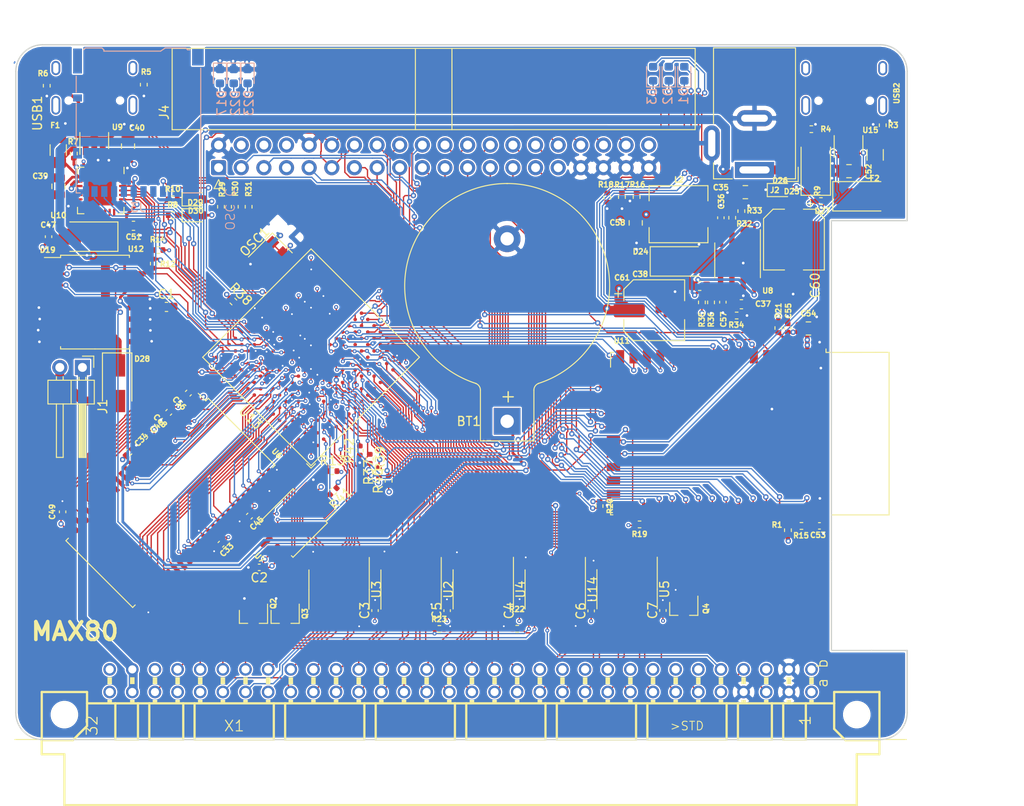
<source format=kicad_pcb>
(kicad_pcb (version 20171130) (host pcbnew 5.1.9-73d0e3b20d~88~ubuntu20.04.1)

  (general
    (thickness 1.6)
    (drawings 16)
    (tracks 3565)
    (zones 0)
    (modules 108)
    (nets 230)
  )

  (page A4)
  (title_block
    (title MAX80)
    (date 2021-01-31)
    (rev 0.01)
    (company "No name")
  )

  (layers
    (0 F.Cu signal)
    (1 In1.Cu power)
    (2 In2.Cu signal)
    (3 In3.Cu signal)
    (4 In4.Cu power)
    (31 B.Cu signal)
    (32 B.Adhes user)
    (33 F.Adhes user)
    (34 B.Paste user)
    (35 F.Paste user)
    (36 B.SilkS user)
    (37 F.SilkS user)
    (38 B.Mask user)
    (39 F.Mask user)
    (40 Dwgs.User user)
    (41 Cmts.User user)
    (42 Eco1.User user)
    (43 Eco2.User user)
    (44 Edge.Cuts user)
    (45 Margin user)
    (46 B.CrtYd user)
    (47 F.CrtYd user)
    (48 B.Fab user)
    (49 F.Fab user)
  )

  (setup
    (last_trace_width 0.15)
    (user_trace_width 0.15)
    (user_trace_width 0.3)
    (user_trace_width 0.5)
    (trace_clearance 0.15)
    (zone_clearance 0.15)
    (zone_45_only no)
    (trace_min 0.15)
    (via_size 0.6)
    (via_drill 0.3)
    (via_min_size 0.45)
    (via_min_drill 0.2)
    (user_via 0.45 0.2)
    (uvia_size 0.3)
    (uvia_drill 0.1)
    (uvias_allowed yes)
    (uvia_min_size 0.2)
    (uvia_min_drill 0.1)
    (edge_width 0.15)
    (segment_width 0.3)
    (pcb_text_width 0.3)
    (pcb_text_size 1.5 1.5)
    (mod_edge_width 0.15)
    (mod_text_size 1 1)
    (mod_text_width 0.15)
    (pad_size 2.6 1.6)
    (pad_drill 0)
    (pad_to_mask_clearance 0)
    (aux_axis_origin 0 0)
    (visible_elements FFFFFF7F)
    (pcbplotparams
      (layerselection 0x010fc_ffffffff)
      (usegerberextensions false)
      (usegerberattributes true)
      (usegerberadvancedattributes true)
      (creategerberjobfile true)
      (excludeedgelayer true)
      (linewidth 0.100000)
      (plotframeref false)
      (viasonmask false)
      (mode 1)
      (useauxorigin false)
      (hpglpennumber 1)
      (hpglpenspeed 20)
      (hpglpendiameter 15.000000)
      (psnegative false)
      (psa4output false)
      (plotreference true)
      (plotvalue true)
      (plotinvisibletext false)
      (padsonsilk false)
      (subtractmaskfromsilk false)
      (outputformat 1)
      (mirror false)
      (drillshape 0)
      (scaleselection 1)
      (outputdirectory "abc80_gerber"))
  )

  (net 0 "")
  (net 1 GND)
  (net 2 +5V)
  (net 3 "Net-(R5-Pad2)")
  (net 4 "Net-(R6-Pad2)")
  (net 5 "Net-(R7-Pad1)")
  (net 6 "Net-(U10-Pad5)")
  (net 7 "Net-(U10-Pad4)")
  (net 8 "Net-(U9-Pad4)")
  (net 9 "Net-(U9-Pad6)")
  (net 10 "Net-(USB1-Pad13)")
  (net 11 "Net-(BT1-Pad1)")
  (net 12 /A4)
  (net 13 /A3)
  (net 14 /A2)
  (net 15 /A1)
  (net 16 /A0)
  (net 17 /IO0)
  (net 18 /IO3)
  (net 19 /IO4)
  (net 20 /IO5)
  (net 21 /IO6)
  (net 22 /IO7)
  (net 23 /A11)
  (net 24 /IO9)
  (net 25 /A8)
  (net 26 /A7)
  (net 27 /A6)
  (net 28 /A5)
  (net 29 /A9)
  (net 30 /A10)
  (net 31 /A12)
  (net 32 /IO8)
  (net 33 /IO10)
  (net 34 /IO11)
  (net 35 /IO12)
  (net 36 /IO13)
  (net 37 /IO14)
  (net 38 /IO15)
  (net 39 /abc80bus/D7)
  (net 40 /abc80bus/D6)
  (net 41 /abc80bus/D5)
  (net 42 /abc80bus/D4)
  (net 43 /abc80bus/D3)
  (net 44 /abc80bus/D2)
  (net 45 /abc80bus/D1)
  (net 46 /abc80bus/D0)
  (net 47 /abc80bus/A8)
  (net 48 /abc80bus/A9)
  (net 49 /abc80bus/A10)
  (net 50 /abc80bus/A11)
  (net 51 /abc80bus/A12)
  (net 52 /abc80bus/A13)
  (net 53 /abc80bus/A14)
  (net 54 /abc80bus/A15)
  (net 55 /abc80bus/A7)
  (net 56 /abc80bus/A6)
  (net 57 /abc80bus/A5)
  (net 58 /abc80bus/A4)
  (net 59 /abc80bus/A3)
  (net 60 /abc80bus/A2)
  (net 61 /abc80bus/A1)
  (net 62 /abc80bus/A0)
  (net 63 /IO1)
  (net 64 /IO2)
  (net 65 /32KHZ)
  (net 66 /RTC_INT)
  (net 67 /abc80bus/ABC5V)
  (net 68 /SD_DAT1)
  (net 69 /SD_DAT3)
  (net 70 /SD_CMD)
  (net 71 /SD_CLK)
  (net 72 /SD_DAT0)
  (net 73 FPGA_TDI)
  (net 74 FPGA_TMS)
  (net 75 FPGA_TDO)
  (net 76 FPGA_TCK)
  (net 77 ABC_CLK_5)
  (net 78 /FPGA_SCL)
  (net 79 /FPGA_SDA)
  (net 80 FPGA_SPI_CLK)
  (net 81 FGPA_SPI_CS_ESP32)
  (net 82 INT_ESP32)
  (net 83 "Net-(C53-Pad1)")
  (net 84 "Net-(F2-Pad2)")
  (net 85 ESP32_TDO)
  (net 86 ESP32_TCK)
  (net 87 ESP32_TMS)
  (net 88 ESP32_IO0)
  (net 89 ESP32_RXD)
  (net 90 ESP32_TXD)
  (net 91 ESP32_EN)
  (net 92 "Net-(R3-Pad2)")
  (net 93 "Net-(R4-Pad2)")
  (net 94 /ESP32/USB_D-)
  (net 95 /ESP32/USB_D+)
  (net 96 ESP32_TDI)
  (net 97 "Net-(U15-Pad6)")
  (net 98 "Net-(U15-Pad4)")
  (net 99 "Net-(USB2-Pad13)")
  (net 100 "Net-(D1-Pad2)")
  (net 101 "Net-(D1-Pad1)")
  (net 102 "Net-(D2-Pad2)")
  (net 103 "Net-(D2-Pad1)")
  (net 104 "Net-(D3-Pad2)")
  (net 105 "Net-(D3-Pad1)")
  (net 106 ESP32_SCL)
  (net 107 ESP32_SDA)
  (net 108 ESP32_CS2)
  (net 109 ESP32_CS0)
  (net 110 ESP32_MISO)
  (net 111 ESP32_SCK)
  (net 112 ESP32_MOSI)
  (net 113 ESP32_CS1)
  (net 114 /FPGA_USB_TXD)
  (net 115 /FPGA_USB_RXD)
  (net 116 /abc80bus/~CS)
  (net 117 /abc80bus/~C4)
  (net 118 /abc80bus/~C3)
  (net 119 /abc80bus/~C2)
  (net 120 /abc80bus/~C1)
  (net 121 /abc80bus/~OUT)
  (net 122 /abc80bus/~RST)
  (net 123 /abc80bus/~XMEMFL)
  (net 124 /abc80bus/~INP)
  (net 125 /abc80bus/~STATUS)
  (net 126 /abc80bus/~XINPSTB)
  (net 127 /abc80bus/~XOUTSTB)
  (net 128 AD0)
  (net 129 AD1)
  (net 130 AD2)
  (net 131 AD3)
  (net 132 AD4)
  (net 133 AD5)
  (net 134 AD6)
  (net 135 AD7)
  (net 136 /abc80bus/~RESIN)
  (net 137 /FPGA_LED1)
  (net 138 /FPGA_LED2)
  (net 139 /FPGA_LED3)
  (net 140 "Net-(D17-Pad2)")
  (net 141 "Net-(D22-Pad2)")
  (net 142 "Net-(D23-Pad2)")
  (net 143 FPGA_GPIO3)
  (net 144 FPGA_GPIO2)
  (net 145 FPGA_GPIO1)
  (net 146 FPGA_GPIO0)
  (net 147 FPGA_GPIO5)
  (net 148 FPGA_GPIO4)
  (net 149 "Net-(C36-Pad1)")
  (net 150 "Net-(C37-Pad2)")
  (net 151 "Net-(C37-Pad1)")
  (net 152 "Net-(C38-Pad2)")
  (net 153 "Net-(R32-Pad2)")
  (net 154 "Net-(R35-Pad2)")
  (net 155 "Net-(C38-Pad1)")
  (net 156 /abc80bus/READY)
  (net 157 /abc80bus/~NMI)
  (net 158 ~FPGA_READY)
  (net 159 FPGA_NMI)
  (net 160 "Net-(D26-Pad2)")
  (net 161 FPGA_RESIN)
  (net 162 /DQMH)
  (net 163 /CLK)
  (net 164 /CKE)
  (net 165 /BA1)
  (net 166 /BA0)
  (net 167 /DQML)
  (net 168 "Net-(D28-Pad2)")
  (net 169 "Net-(D25-Pad2)")
  (net 170 "Net-(F1-Pad2)")
  (net 171 /FPGA_USB_RTS)
  (net 172 /FPGA_USB_CTS)
  (net 173 /FPGA_USB_DTR)
  (net 174 "Net-(C39-Pad1)")
  (net 175 "Net-(C52-Pad1)")
  (net 176 /WE#)
  (net 177 /CAS#)
  (net 178 /RAS#)
  (net 179 /CS#)
  (net 180 "Net-(D29-Pad1)")
  (net 181 "Net-(D30-Pad1)")
  (net 182 +3V3)
  (net 183 +2V5)
  (net 184 +1V2)
  (net 185 "Net-(R13-Pad1)")
  (net 186 "Net-(R37-Pad2)")
  (net 187 "Net-(R38-Pad2)")
  (net 188 "Net-(R41-Pad2)")
  (net 189 DATA0)
  (net 190 ~CS_ABC_3V3)
  (net 191 ~OUT_ABC_3V3)
  (net 192 AD8)
  (net 193 ~C1_ABC_3V3)
  (net 194 AD9)
  (net 195 ~C2_ABC_3V3)
  (net 196 AD10)
  (net 197 ~C3_ABC_3V3)
  (net 198 ~C4_ABC_3V3)
  (net 199 AD11)
  (net 200 AD12)
  (net 201 AD13)
  (net 202 AD14)
  (net 203 AD15)
  (net 204 DLCK)
  (net 205 ASD0)
  (net 206 nCE0)
  (net 207 ~INP_ABC_3V3)
  (net 208 ~STATUS_ABC_3V3)
  (net 209 DD0)
  (net 210 DD1)
  (net 211 DD2)
  (net 212 DD3)
  (net 213 DD4)
  (net 214 DD5)
  (net 215 DD6)
  (net 216 DD7)
  (net 217 DD8)
  (net 218 ~XOUTSTB_ABC_3V3)
  (net 219 ~RST_ABC_3V3)
  (net 220 ~XIN_ABC_3V3)
  (net 221 ~XOUT_ABC_3V3)
  (net 222 ~XMEMFL_ABC_3V3)
  (net 223 ~XINPSTB_ABC_3V3)
  (net 224 ABC_CLK_3V3)
  (net 225 DD9)
  (net 226 FPGA_SPI_MOSI)
  (net 227 FPGA_SPI_MISO)
  (net 228 /SD_DAT2)
  (net 229 CLK0n)

  (net_class Default "This is the default net class."
    (clearance 0.15)
    (trace_width 0.15)
    (via_dia 0.6)
    (via_drill 0.3)
    (uvia_dia 0.3)
    (uvia_drill 0.1)
    (add_net +1V2)
    (add_net +2V5)
    (add_net +3V3)
    (add_net +5V)
    (add_net /32KHZ)
    (add_net /A0)
    (add_net /A1)
    (add_net /A10)
    (add_net /A11)
    (add_net /A12)
    (add_net /A2)
    (add_net /A3)
    (add_net /A4)
    (add_net /A5)
    (add_net /A6)
    (add_net /A7)
    (add_net /A8)
    (add_net /A9)
    (add_net /BA0)
    (add_net /BA1)
    (add_net /CAS#)
    (add_net /CKE)
    (add_net /CLK)
    (add_net /CS#)
    (add_net /DQMH)
    (add_net /DQML)
    (add_net /ESP32/USB_D+)
    (add_net /ESP32/USB_D-)
    (add_net /FPGA_LED1)
    (add_net /FPGA_LED2)
    (add_net /FPGA_LED3)
    (add_net /FPGA_SCL)
    (add_net /FPGA_SDA)
    (add_net /FPGA_USB_CTS)
    (add_net /FPGA_USB_DTR)
    (add_net /FPGA_USB_RTS)
    (add_net /FPGA_USB_RXD)
    (add_net /FPGA_USB_TXD)
    (add_net /IO0)
    (add_net /IO1)
    (add_net /IO10)
    (add_net /IO11)
    (add_net /IO12)
    (add_net /IO13)
    (add_net /IO14)
    (add_net /IO15)
    (add_net /IO2)
    (add_net /IO3)
    (add_net /IO4)
    (add_net /IO5)
    (add_net /IO6)
    (add_net /IO7)
    (add_net /IO8)
    (add_net /IO9)
    (add_net /RAS#)
    (add_net /RTC_INT)
    (add_net /SD_CLK)
    (add_net /SD_CMD)
    (add_net /SD_DAT0)
    (add_net /SD_DAT1)
    (add_net /SD_DAT2)
    (add_net /SD_DAT3)
    (add_net /WE#)
    (add_net /abc80bus/A0)
    (add_net /abc80bus/A1)
    (add_net /abc80bus/A10)
    (add_net /abc80bus/A11)
    (add_net /abc80bus/A12)
    (add_net /abc80bus/A13)
    (add_net /abc80bus/A14)
    (add_net /abc80bus/A15)
    (add_net /abc80bus/A2)
    (add_net /abc80bus/A3)
    (add_net /abc80bus/A4)
    (add_net /abc80bus/A5)
    (add_net /abc80bus/A6)
    (add_net /abc80bus/A7)
    (add_net /abc80bus/A8)
    (add_net /abc80bus/A9)
    (add_net /abc80bus/ABC5V)
    (add_net /abc80bus/D0)
    (add_net /abc80bus/D1)
    (add_net /abc80bus/D2)
    (add_net /abc80bus/D3)
    (add_net /abc80bus/D4)
    (add_net /abc80bus/D5)
    (add_net /abc80bus/D6)
    (add_net /abc80bus/D7)
    (add_net /abc80bus/READY)
    (add_net /abc80bus/~C1)
    (add_net /abc80bus/~C2)
    (add_net /abc80bus/~C3)
    (add_net /abc80bus/~C4)
    (add_net /abc80bus/~CS)
    (add_net /abc80bus/~INP)
    (add_net /abc80bus/~NMI)
    (add_net /abc80bus/~OUT)
    (add_net /abc80bus/~RESIN)
    (add_net /abc80bus/~RST)
    (add_net /abc80bus/~STATUS)
    (add_net /abc80bus/~XINPSTB)
    (add_net /abc80bus/~XMEMFL)
    (add_net /abc80bus/~XOUTSTB)
    (add_net ABC_CLK_3V3)
    (add_net ABC_CLK_5)
    (add_net AD0)
    (add_net AD1)
    (add_net AD10)
    (add_net AD11)
    (add_net AD12)
    (add_net AD13)
    (add_net AD14)
    (add_net AD15)
    (add_net AD2)
    (add_net AD3)
    (add_net AD4)
    (add_net AD5)
    (add_net AD6)
    (add_net AD7)
    (add_net AD8)
    (add_net AD9)
    (add_net ASD0)
    (add_net CLK0n)
    (add_net DATA0)
    (add_net DD0)
    (add_net DD1)
    (add_net DD2)
    (add_net DD3)
    (add_net DD4)
    (add_net DD5)
    (add_net DD6)
    (add_net DD7)
    (add_net DD8)
    (add_net DD9)
    (add_net DLCK)
    (add_net ESP32_CS0)
    (add_net ESP32_CS1)
    (add_net ESP32_CS2)
    (add_net ESP32_EN)
    (add_net ESP32_IO0)
    (add_net ESP32_MISO)
    (add_net ESP32_MOSI)
    (add_net ESP32_RXD)
    (add_net ESP32_SCK)
    (add_net ESP32_SCL)
    (add_net ESP32_SDA)
    (add_net ESP32_TCK)
    (add_net ESP32_TDI)
    (add_net ESP32_TDO)
    (add_net ESP32_TMS)
    (add_net ESP32_TXD)
    (add_net FGPA_SPI_CS_ESP32)
    (add_net FPGA_GPIO0)
    (add_net FPGA_GPIO1)
    (add_net FPGA_GPIO2)
    (add_net FPGA_GPIO3)
    (add_net FPGA_GPIO4)
    (add_net FPGA_GPIO5)
    (add_net FPGA_NMI)
    (add_net FPGA_RESIN)
    (add_net FPGA_SPI_CLK)
    (add_net FPGA_SPI_MISO)
    (add_net FPGA_SPI_MOSI)
    (add_net FPGA_TCK)
    (add_net FPGA_TDI)
    (add_net FPGA_TDO)
    (add_net FPGA_TMS)
    (add_net GND)
    (add_net INT_ESP32)
    (add_net "Net-(BT1-Pad1)")
    (add_net "Net-(C36-Pad1)")
    (add_net "Net-(C37-Pad1)")
    (add_net "Net-(C37-Pad2)")
    (add_net "Net-(C38-Pad1)")
    (add_net "Net-(C38-Pad2)")
    (add_net "Net-(C39-Pad1)")
    (add_net "Net-(C52-Pad1)")
    (add_net "Net-(C53-Pad1)")
    (add_net "Net-(D1-Pad1)")
    (add_net "Net-(D1-Pad2)")
    (add_net "Net-(D17-Pad2)")
    (add_net "Net-(D2-Pad1)")
    (add_net "Net-(D2-Pad2)")
    (add_net "Net-(D22-Pad2)")
    (add_net "Net-(D23-Pad2)")
    (add_net "Net-(D25-Pad2)")
    (add_net "Net-(D26-Pad2)")
    (add_net "Net-(D28-Pad2)")
    (add_net "Net-(D29-Pad1)")
    (add_net "Net-(D3-Pad1)")
    (add_net "Net-(D3-Pad2)")
    (add_net "Net-(D30-Pad1)")
    (add_net "Net-(F1-Pad2)")
    (add_net "Net-(F2-Pad2)")
    (add_net "Net-(R13-Pad1)")
    (add_net "Net-(R3-Pad2)")
    (add_net "Net-(R32-Pad2)")
    (add_net "Net-(R35-Pad2)")
    (add_net "Net-(R37-Pad2)")
    (add_net "Net-(R38-Pad2)")
    (add_net "Net-(R4-Pad2)")
    (add_net "Net-(R41-Pad2)")
    (add_net "Net-(R5-Pad2)")
    (add_net "Net-(R6-Pad2)")
    (add_net "Net-(R7-Pad1)")
    (add_net "Net-(U10-Pad4)")
    (add_net "Net-(U10-Pad5)")
    (add_net "Net-(U15-Pad4)")
    (add_net "Net-(U15-Pad6)")
    (add_net "Net-(U9-Pad4)")
    (add_net "Net-(U9-Pad6)")
    (add_net "Net-(USB1-Pad13)")
    (add_net "Net-(USB2-Pad13)")
    (add_net nCE0)
    (add_net ~C1_ABC_3V3)
    (add_net ~C2_ABC_3V3)
    (add_net ~C3_ABC_3V3)
    (add_net ~C4_ABC_3V3)
    (add_net ~CS_ABC_3V3)
    (add_net ~FPGA_READY)
    (add_net ~INP_ABC_3V3)
    (add_net ~OUT_ABC_3V3)
    (add_net ~RST_ABC_3V3)
    (add_net ~STATUS_ABC_3V3)
    (add_net ~XINPSTB_ABC_3V3)
    (add_net ~XIN_ABC_3V3)
    (add_net ~XMEMFL_ABC_3V3)
    (add_net ~XOUTSTB_ABC_3V3)
    (add_net ~XOUT_ABC_3V3)
  )

  (module Package_BGA:BGA-256_17.0x17.0mm_Layout16x16_P1.0mm_Ball0.5mm_Pad0.4mm_NSMD (layer F.Cu) (tedit 5A058D74) (tstamp 6073D206)
    (at 85.625 136.085 135)
    (descr "BGA-256, dimensions: https://www.xilinx.com/support/documentation/package_specs/ft256.pdf, design rules: https://www.xilinx.com/support/documentation/user_guides/ug1099-bga-device-design-rules.pdf")
    (tags BGA-256)
    (path /6054E41F)
    (attr smd)
    (fp_text reference U13 (at 0 -9.6 135) (layer F.SilkS)
      (effects (font (size 1 1) (thickness 0.15)))
    )
    (fp_text value EP4CE15F17C8N (at 0 9.7 135) (layer F.Fab)
      (effects (font (size 1 1) (thickness 0.15)))
    )
    (fp_text user %R (at 0 0 135) (layer F.Fab)
      (effects (font (size 1 1) (thickness 0.15)))
    )
    (fp_line (start -8.1 -8.8) (end -8.8 -8.8) (layer F.SilkS) (width 0.12))
    (fp_line (start -8.8 -8.8) (end -8.8 -8.1) (layer F.SilkS) (width 0.12))
    (fp_line (start 8.6 -8.6) (end -8.6 -8.6) (layer F.SilkS) (width 0.12))
    (fp_line (start -8.6 -8.6) (end -8.6 8.6) (layer F.SilkS) (width 0.12))
    (fp_line (start -8.6 8.6) (end 8.6 8.6) (layer F.SilkS) (width 0.12))
    (fp_line (start 8.6 8.6) (end 8.6 -8.6) (layer F.SilkS) (width 0.12))
    (fp_line (start -8.5 8.5) (end 8.5 8.5) (layer F.Fab) (width 0.1))
    (fp_line (start 8.5 8.5) (end 8.5 -8.5) (layer F.Fab) (width 0.1))
    (fp_line (start 8.5 -8.5) (end -8 -8.5) (layer F.Fab) (width 0.1))
    (fp_line (start -8 -8.5) (end -8.5 -8) (layer F.Fab) (width 0.1))
    (fp_line (start -8.5 -8) (end -8.5 8.5) (layer F.Fab) (width 0.1))
    (fp_line (start -9.5 -9.5) (end 9.5 -9.5) (layer F.CrtYd) (width 0.05))
    (fp_line (start -9.5 -9.5) (end -9.5 9.5) (layer F.CrtYd) (width 0.05))
    (fp_line (start 9.5 9.5) (end 9.5 -9.5) (layer F.CrtYd) (width 0.05))
    (fp_line (start 9.5 9.5) (end -9.5 9.5) (layer F.CrtYd) (width 0.05))
    (pad H16 smd circle (at 7.5 -0.5 135) (size 0.4 0.4) (layers F.Cu F.Paste F.Mask)
      (net 1 GND))
    (pad J16 smd circle (at 7.5 0.5 135) (size 0.4 0.4) (layers F.Cu F.Paste F.Mask)
      (net 138 /FPGA_LED2))
    (pad K16 smd circle (at 7.5 1.5 135) (size 0.4 0.4) (layers F.Cu F.Paste F.Mask)
      (net 228 /SD_DAT2))
    (pad L16 smd circle (at 7.5 2.5 135) (size 0.4 0.4) (layers F.Cu F.Paste F.Mask))
    (pad M16 smd circle (at 7.5 3.5 135) (size 0.4 0.4) (layers F.Cu F.Paste F.Mask))
    (pad N16 smd circle (at 7.5 4.5 135) (size 0.4 0.4) (layers F.Cu F.Paste F.Mask))
    (pad P16 smd circle (at 7.5 5.5 135) (size 0.4 0.4) (layers F.Cu F.Paste F.Mask))
    (pad R16 smd circle (at 7.5 6.5 135) (size 0.4 0.4) (layers F.Cu F.Paste F.Mask))
    (pad T16 smd circle (at 7.5 7.5 135) (size 0.4 0.4) (layers F.Cu F.Paste F.Mask)
      (net 184 +1V2))
    (pad N12 smd circle (at 3.5 4.5 135) (size 0.4 0.4) (layers F.Cu F.Paste F.Mask))
    (pad M12 smd circle (at 3.5 3.5 135) (size 0.4 0.4) (layers F.Cu F.Paste F.Mask)
      (net 1 GND))
    (pad L12 smd circle (at 3.5 2.5 135) (size 0.4 0.4) (layers F.Cu F.Paste F.Mask)
      (net 183 +2V5))
    (pad K12 smd circle (at 3.5 1.5 135) (size 0.4 0.4) (layers F.Cu F.Paste F.Mask))
    (pad K11 smd circle (at 2.5 1.5 135) (size 0.4 0.4) (layers F.Cu F.Paste F.Mask)
      (net 184 +1V2))
    (pad L11 smd circle (at 2.5 2.5 135) (size 0.4 0.4) (layers F.Cu F.Paste F.Mask))
    (pad M11 smd circle (at 2.5 3.5 135) (size 0.4 0.4) (layers F.Cu F.Paste F.Mask))
    (pad N11 smd circle (at 2.5 4.5 135) (size 0.4 0.4) (layers F.Cu F.Paste F.Mask))
    (pad T15 smd circle (at 6.5 7.5 135) (size 0.4 0.4) (layers F.Cu F.Paste F.Mask))
    (pad R15 smd circle (at 6.5 6.5 135) (size 0.4 0.4) (layers F.Cu F.Paste F.Mask)
      (net 1 GND))
    (pad P15 smd circle (at 6.5 5.5 135) (size 0.4 0.4) (layers F.Cu F.Paste F.Mask))
    (pad N15 smd circle (at 6.5 4.5 135) (size 0.4 0.4) (layers F.Cu F.Paste F.Mask))
    (pad M15 smd circle (at 6.5 3.5 135) (size 0.4 0.4) (layers F.Cu F.Paste F.Mask)
      (net 229 CLK0n))
    (pad L15 smd circle (at 6.5 2.5 135) (size 0.4 0.4) (layers F.Cu F.Paste F.Mask))
    (pad K15 smd circle (at 6.5 1.5 135) (size 0.4 0.4) (layers F.Cu F.Paste F.Mask))
    (pad J15 smd circle (at 6.5 0.5 135) (size 0.4 0.4) (layers F.Cu F.Paste F.Mask)
      (net 137 /FPGA_LED1))
    (pad H15 smd circle (at 6.5 -0.5 135) (size 0.4 0.4) (layers F.Cu F.Paste F.Mask)
      (net 1 GND))
    (pad H14 smd circle (at 5.5 -0.5 135) (size 0.4 0.4) (layers F.Cu F.Paste F.Mask)
      (net 187 "Net-(R38-Pad2)"))
    (pad J14 smd circle (at 5.5 0.5 135) (size 0.4 0.4) (layers F.Cu F.Paste F.Mask)
      (net 139 /FPGA_LED3))
    (pad K14 smd circle (at 5.5 1.5 135) (size 0.4 0.4) (layers F.Cu F.Paste F.Mask)
      (net 184 +1V2))
    (pad L14 smd circle (at 5.5 2.5 135) (size 0.4 0.4) (layers F.Cu F.Paste F.Mask))
    (pad M14 smd circle (at 5.5 3.5 135) (size 0.4 0.4) (layers F.Cu F.Paste F.Mask)
      (net 184 +1V2))
    (pad N14 smd circle (at 5.5 4.5 135) (size 0.4 0.4) (layers F.Cu F.Paste F.Mask))
    (pad P14 smd circle (at 5.5 5.5 135) (size 0.4 0.4) (layers F.Cu F.Paste F.Mask))
    (pad R14 smd circle (at 5.5 6.5 135) (size 0.4 0.4) (layers F.Cu F.Paste F.Mask))
    (pad T14 smd circle (at 5.5 7.5 135) (size 0.4 0.4) (layers F.Cu F.Paste F.Mask))
    (pad N10 smd circle (at 1.5 4.5 135) (size 0.4 0.4) (layers F.Cu F.Paste F.Mask)
      (net 1 GND))
    (pad M10 smd circle (at 1.5 3.5 135) (size 0.4 0.4) (layers F.Cu F.Paste F.Mask))
    (pad L10 smd circle (at 1.5 2.5 135) (size 0.4 0.4) (layers F.Cu F.Paste F.Mask))
    (pad K10 smd circle (at 1.5 1.5 135) (size 0.4 0.4) (layers F.Cu F.Paste F.Mask))
    (pad K9 smd circle (at 0.5 1.5 135) (size 0.4 0.4) (layers F.Cu F.Paste F.Mask))
    (pad L9 smd circle (at 0.5 2.5 135) (size 0.4 0.4) (layers F.Cu F.Paste F.Mask))
    (pad M9 smd circle (at 0.5 3.5 135) (size 0.4 0.4) (layers F.Cu F.Paste F.Mask))
    (pad N9 smd circle (at 0.5 4.5 135) (size 0.4 0.4) (layers F.Cu F.Paste F.Mask))
    (pad T13 smd circle (at 4.5 7.5 135) (size 0.4 0.4) (layers F.Cu F.Paste F.Mask))
    (pad R13 smd circle (at 4.5 6.5 135) (size 0.4 0.4) (layers F.Cu F.Paste F.Mask))
    (pad P13 smd circle (at 4.5 5.5 135) (size 0.4 0.4) (layers F.Cu F.Paste F.Mask)
      (net 184 +1V2))
    (pad N13 smd circle (at 4.5 4.5 135) (size 0.4 0.4) (layers F.Cu F.Paste F.Mask))
    (pad M13 smd circle (at 4.5 3.5 135) (size 0.4 0.4) (layers F.Cu F.Paste F.Mask)
      (net 1 GND))
    (pad L13 smd circle (at 4.5 2.5 135) (size 0.4 0.4) (layers F.Cu F.Paste F.Mask))
    (pad K13 smd circle (at 4.5 1.5 135) (size 0.4 0.4) (layers F.Cu F.Paste F.Mask)
      (net 1 GND))
    (pad J13 smd circle (at 4.5 0.5 135) (size 0.4 0.4) (layers F.Cu F.Paste F.Mask))
    (pad H13 smd circle (at 4.5 -0.5 135) (size 0.4 0.4) (layers F.Cu F.Paste F.Mask)
      (net 1 GND))
    (pad J12 smd circle (at 3.5 0.5 135) (size 0.4 0.4) (layers F.Cu F.Paste F.Mask))
    (pad J11 smd circle (at 2.5 0.5 135) (size 0.4 0.4) (layers F.Cu F.Paste F.Mask)
      (net 1 GND))
    (pad J10 smd circle (at 1.5 0.5 135) (size 0.4 0.4) (layers F.Cu F.Paste F.Mask)
      (net 1 GND))
    (pad H12 smd circle (at 3.5 -0.5 135) (size 0.4 0.4) (layers F.Cu F.Paste F.Mask)
      (net 182 +3V3))
    (pad H11 smd circle (at 2.5 -0.5 135) (size 0.4 0.4) (layers F.Cu F.Paste F.Mask)
      (net 184 +1V2))
    (pad H10 smd circle (at 1.5 -0.5 135) (size 0.4 0.4) (layers F.Cu F.Paste F.Mask)
      (net 1 GND))
    (pad H9 smd circle (at 0.5 -0.5 135) (size 0.4 0.4) (layers F.Cu F.Paste F.Mask)
      (net 1 GND))
    (pad T12 smd circle (at 3.5 7.5 135) (size 0.4 0.4) (layers F.Cu F.Paste F.Mask))
    (pad R12 smd circle (at 3.5 6.5 135) (size 0.4 0.4) (layers F.Cu F.Paste F.Mask))
    (pad G9 smd circle (at 0.5 -1.5 135) (size 0.4 0.4) (layers F.Cu F.Paste F.Mask)
      (net 184 +1V2))
    (pad G10 smd circle (at 1.5 -1.5 135) (size 0.4 0.4) (layers F.Cu F.Paste F.Mask)
      (net 184 +1V2))
    (pad G11 smd circle (at 2.5 -1.5 135) (size 0.4 0.4) (layers F.Cu F.Paste F.Mask)
      (net 68 /SD_DAT1))
    (pad G12 smd circle (at 3.5 -1.5 135) (size 0.4 0.4) (layers F.Cu F.Paste F.Mask)
      (net 1 GND))
    (pad J9 smd circle (at 0.5 0.5 135) (size 0.4 0.4) (layers F.Cu F.Paste F.Mask)
      (net 1 GND))
    (pad F12 smd circle (at 3.5 -2.5 135) (size 0.4 0.4) (layers F.Cu F.Paste F.Mask)
      (net 183 +2V5))
    (pad F11 smd circle (at 2.5 -2.5 135) (size 0.4 0.4) (layers F.Cu F.Paste F.Mask)
      (net 184 +1V2))
    (pad F10 smd circle (at 1.5 -2.5 135) (size 0.4 0.4) (layers F.Cu F.Paste F.Mask)
      (net 1 GND))
    (pad F9 smd circle (at 0.5 -2.5 135) (size 0.4 0.4) (layers F.Cu F.Paste F.Mask)
      (net 176 /WE#))
    (pad P12 smd circle (at 3.5 5.5 135) (size 0.4 0.4) (layers F.Cu F.Paste F.Mask)
      (net 1 GND))
    (pad E12 smd circle (at 3.5 -3.5 135) (size 0.4 0.4) (layers F.Cu F.Paste F.Mask)
      (net 1 GND))
    (pad E11 smd circle (at 2.5 -3.5 135) (size 0.4 0.4) (layers F.Cu F.Paste F.Mask)
      (net 63 /IO1))
    (pad E10 smd circle (at 1.5 -3.5 135) (size 0.4 0.4) (layers F.Cu F.Paste F.Mask)
      (net 167 /DQML))
    (pad E9 smd circle (at 0.5 -3.5 135) (size 0.4 0.4) (layers F.Cu F.Paste F.Mask)
      (net 177 /CAS#))
    (pad N8 smd circle (at -0.5 4.5 135) (size 0.4 0.4) (layers F.Cu F.Paste F.Mask)
      (net 81 FGPA_SPI_CS_ESP32))
    (pad T11 smd circle (at 2.5 7.5 135) (size 0.4 0.4) (layers F.Cu F.Paste F.Mask))
    (pad T10 smd circle (at 1.5 7.5 135) (size 0.4 0.4) (layers F.Cu F.Paste F.Mask))
    (pad T9 smd circle (at 0.5 7.5 135) (size 0.4 0.4) (layers F.Cu F.Paste F.Mask)
      (net 145 FPGA_GPIO1))
    (pad T8 smd circle (at -0.5 7.5 135) (size 0.4 0.4) (layers F.Cu F.Paste F.Mask)
      (net 224 ABC_CLK_3V3))
    (pad T7 smd circle (at -1.5 7.5 135) (size 0.4 0.4) (layers F.Cu F.Paste F.Mask)
      (net 148 FPGA_GPIO4))
    (pad R11 smd circle (at 2.5 6.5 135) (size 0.4 0.4) (layers F.Cu F.Paste F.Mask))
    (pad R10 smd circle (at 1.5 6.5 135) (size 0.4 0.4) (layers F.Cu F.Paste F.Mask))
    (pad R9 smd circle (at 0.5 6.5 135) (size 0.4 0.4) (layers F.Cu F.Paste F.Mask))
    (pad R8 smd circle (at -0.5 6.5 135) (size 0.4 0.4) (layers F.Cu F.Paste F.Mask)
      (net 143 FPGA_GPIO3))
    (pad R7 smd circle (at -1.5 6.5 135) (size 0.4 0.4) (layers F.Cu F.Paste F.Mask)
      (net 147 FPGA_GPIO5))
    (pad P7 smd circle (at -1.5 5.5 135) (size 0.4 0.4) (layers F.Cu F.Paste F.Mask)
      (net 184 +1V2))
    (pad P8 smd circle (at -0.5 5.5 135) (size 0.4 0.4) (layers F.Cu F.Paste F.Mask)
      (net 82 INT_ESP32))
    (pad P9 smd circle (at 0.5 5.5 135) (size 0.4 0.4) (layers F.Cu F.Paste F.Mask))
    (pad P10 smd circle (at 1.5 5.5 135) (size 0.4 0.4) (layers F.Cu F.Paste F.Mask)
      (net 184 +1V2))
    (pad P11 smd circle (at 2.5 5.5 135) (size 0.4 0.4) (layers F.Cu F.Paste F.Mask))
    (pad N7 smd circle (at -1.5 4.5 135) (size 0.4 0.4) (layers F.Cu F.Paste F.Mask)
      (net 1 GND))
    (pad N6 smd circle (at -2.5 4.5 135) (size 0.4 0.4) (layers F.Cu F.Paste F.Mask))
    (pad N5 smd circle (at -3.5 4.5 135) (size 0.4 0.4) (layers F.Cu F.Paste F.Mask)
      (net 211 DD2))
    (pad M8 smd circle (at -0.5 3.5 135) (size 0.4 0.4) (layers F.Cu F.Paste F.Mask)
      (net 226 FPGA_SPI_MOSI))
    (pad T6 smd circle (at -2.5 7.5 135) (size 0.4 0.4) (layers F.Cu F.Paste F.Mask)
      (net 144 FPGA_GPIO2))
    (pad T5 smd circle (at -3.5 7.5 135) (size 0.4 0.4) (layers F.Cu F.Paste F.Mask)
      (net 225 DD9))
    (pad R6 smd circle (at -2.5 6.5 135) (size 0.4 0.4) (layers F.Cu F.Paste F.Mask)
      (net 161 FPGA_RESIN))
    (pad R5 smd circle (at -3.5 6.5 135) (size 0.4 0.4) (layers F.Cu F.Paste F.Mask)
      (net 217 DD8))
    (pad P6 smd circle (at -2.5 5.5 135) (size 0.4 0.4) (layers F.Cu F.Paste F.Mask)
      (net 80 FPGA_SPI_CLK))
    (pad P5 smd circle (at -3.5 5.5 135) (size 0.4 0.4) (layers F.Cu F.Paste F.Mask)
      (net 1 GND))
    (pad M7 smd circle (at -1.5 3.5 135) (size 0.4 0.4) (layers F.Cu F.Paste F.Mask)
      (net 227 FPGA_SPI_MISO))
    (pad M6 smd circle (at -2.5 3.5 135) (size 0.4 0.4) (layers F.Cu F.Paste F.Mask)
      (net 210 DD1))
    (pad M5 smd circle (at -3.5 3.5 135) (size 0.4 0.4) (layers F.Cu F.Paste F.Mask)
      (net 1 GND))
    (pad L8 smd circle (at -0.5 2.5 135) (size 0.4 0.4) (layers F.Cu F.Paste F.Mask)
      (net 88 ESP32_IO0))
    (pad L7 smd circle (at -1.5 2.5 135) (size 0.4 0.4) (layers F.Cu F.Paste F.Mask)
      (net 146 FPGA_GPIO0))
    (pad L6 smd circle (at -2.5 2.5 135) (size 0.4 0.4) (layers F.Cu F.Paste F.Mask)
      (net 223 ~XINPSTB_ABC_3V3))
    (pad L5 smd circle (at -3.5 2.5 135) (size 0.4 0.4) (layers F.Cu F.Paste F.Mask)
      (net 183 +2V5))
    (pad K8 smd circle (at -0.5 1.5 135) (size 0.4 0.4) (layers F.Cu F.Paste F.Mask)
      (net 1 GND))
    (pad K7 smd circle (at -1.5 1.5 135) (size 0.4 0.4) (layers F.Cu F.Paste F.Mask)
      (net 184 +1V2))
    (pad K6 smd circle (at -2.5 1.5 135) (size 0.4 0.4) (layers F.Cu F.Paste F.Mask)
      (net 218 ~XOUTSTB_ABC_3V3))
    (pad K5 smd circle (at -3.5 1.5 135) (size 0.4 0.4) (layers F.Cu F.Paste F.Mask)
      (net 195 ~C2_ABC_3V3))
    (pad J8 smd circle (at -0.5 0.5 135) (size 0.4 0.4) (layers F.Cu F.Paste F.Mask)
      (net 1 GND))
    (pad J7 smd circle (at -1.5 0.5 135) (size 0.4 0.4) (layers F.Cu F.Paste F.Mask)
      (net 1 GND))
    (pad J6 smd circle (at -2.5 0.5 135) (size 0.4 0.4) (layers F.Cu F.Paste F.Mask)
      (net 184 +1V2))
    (pad J5 smd circle (at -3.5 0.5 135) (size 0.4 0.4) (layers F.Cu F.Paste F.Mask)
      (net 74 FPGA_TMS))
    (pad H8 smd circle (at -0.5 -0.5 135) (size 0.4 0.4) (layers F.Cu F.Paste F.Mask)
      (net 1 GND))
    (pad H7 smd circle (at -1.5 -0.5 135) (size 0.4 0.4) (layers F.Cu F.Paste F.Mask)
      (net 1 GND))
    (pad H6 smd circle (at -2.5 -0.5 135) (size 0.4 0.4) (layers F.Cu F.Paste F.Mask)
      (net 184 +1V2))
    (pad H5 smd circle (at -3.5 -0.5 135) (size 0.4 0.4) (layers F.Cu F.Paste F.Mask)
      (net 186 "Net-(R37-Pad2)"))
    (pad G8 smd circle (at -0.5 -1.5 135) (size 0.4 0.4) (layers F.Cu F.Paste F.Mask)
      (net 184 +1V2))
    (pad G7 smd circle (at -1.5 -1.5 135) (size 0.4 0.4) (layers F.Cu F.Paste F.Mask)
      (net 184 +1V2))
    (pad G6 smd circle (at -2.5 -1.5 135) (size 0.4 0.4) (layers F.Cu F.Paste F.Mask)
      (net 184 +1V2))
    (pad G5 smd circle (at -3.5 -1.5 135) (size 0.4 0.4) (layers F.Cu F.Paste F.Mask)
      (net 132 AD4))
    (pad F8 smd circle (at -0.5 -2.5 135) (size 0.4 0.4) (layers F.Cu F.Paste F.Mask)
      (net 164 /CKE))
    (pad F7 smd circle (at -1.5 -2.5 135) (size 0.4 0.4) (layers F.Cu F.Paste F.Mask)
      (net 184 +1V2))
    (pad F6 smd circle (at -2.5 -2.5 135) (size 0.4 0.4) (layers F.Cu F.Paste F.Mask)
      (net 1 GND))
    (pad F5 smd circle (at -3.5 -2.5 135) (size 0.4 0.4) (layers F.Cu F.Paste F.Mask)
      (net 183 +2V5))
    (pad E5 smd circle (at -3.5 -3.5 135) (size 0.4 0.4) (layers F.Cu F.Paste F.Mask)
      (net 1 GND))
    (pad E6 smd circle (at -2.5 -3.5 135) (size 0.4 0.4) (layers F.Cu F.Paste F.Mask)
      (net 35 /IO12))
    (pad E7 smd circle (at -1.5 -3.5 135) (size 0.4 0.4) (layers F.Cu F.Paste F.Mask)
      (net 24 /IO9))
    (pad E8 smd circle (at -0.5 -3.5 135) (size 0.4 0.4) (layers F.Cu F.Paste F.Mask))
    (pad T4 smd circle (at -4.5 7.5 135) (size 0.4 0.4) (layers F.Cu F.Paste F.Mask)
      (net 216 DD7))
    (pad T3 smd circle (at -5.5 7.5 135) (size 0.4 0.4) (layers F.Cu F.Paste F.Mask)
      (net 214 DD5))
    (pad T2 smd circle (at -6.5 7.5 135) (size 0.4 0.4) (layers F.Cu F.Paste F.Mask)
      (net 212 DD3))
    (pad T1 smd circle (at -7.5 7.5 135) (size 0.4 0.4) (layers F.Cu F.Paste F.Mask)
      (net 184 +1V2))
    (pad R1 smd circle (at -7.5 6.5 135) (size 0.4 0.4) (layers F.Cu F.Paste F.Mask)
      (net 221 ~XOUT_ABC_3V3))
    (pad P1 smd circle (at -7.5 5.5 135) (size 0.4 0.4) (layers F.Cu F.Paste F.Mask)
      (net 220 ~XIN_ABC_3V3))
    (pad N1 smd circle (at -7.5 4.5 135) (size 0.4 0.4) (layers F.Cu F.Paste F.Mask)
      (net 203 AD15))
    (pad R2 smd circle (at -6.5 6.5 135) (size 0.4 0.4) (layers F.Cu F.Paste F.Mask)
      (net 1 GND))
    (pad P2 smd circle (at -6.5 5.5 135) (size 0.4 0.4) (layers F.Cu F.Paste F.Mask)
      (net 219 ~RST_ABC_3V3))
    (pad N2 smd circle (at -6.5 4.5 135) (size 0.4 0.4) (layers F.Cu F.Paste F.Mask)
      (net 202 AD14))
    (pad N3 smd circle (at -5.5 4.5 135) (size 0.4 0.4) (layers F.Cu F.Paste F.Mask)
      (net 222 ~XMEMFL_ABC_3V3))
    (pad P3 smd circle (at -5.5 5.5 135) (size 0.4 0.4) (layers F.Cu F.Paste F.Mask)
      (net 209 DD0))
    (pad R3 smd circle (at -5.5 6.5 135) (size 0.4 0.4) (layers F.Cu F.Paste F.Mask)
      (net 213 DD4))
    (pad R4 smd circle (at -4.5 6.5 135) (size 0.4 0.4) (layers F.Cu F.Paste F.Mask)
      (net 215 DD6))
    (pad P4 smd circle (at -4.5 5.5 135) (size 0.4 0.4) (layers F.Cu F.Paste F.Mask)
      (net 184 +1V2))
    (pad N4 smd circle (at -4.5 4.5 135) (size 0.4 0.4) (layers F.Cu F.Paste F.Mask))
    (pad M4 smd circle (at -4.5 3.5 135) (size 0.4 0.4) (layers F.Cu F.Paste F.Mask)
      (net 1 GND))
    (pad M3 smd circle (at -5.5 3.5 135) (size 0.4 0.4) (layers F.Cu F.Paste F.Mask)
      (net 183 +2V5))
    (pad M2 smd circle (at -6.5 3.5 135) (size 0.4 0.4) (layers F.Cu F.Paste F.Mask)
      (net 208 ~STATUS_ABC_3V3))
    (pad M1 smd circle (at -7.5 3.5 135) (size 0.4 0.4) (layers F.Cu F.Paste F.Mask)
      (net 201 AD13))
    (pad L1 smd circle (at -7.5 2.5 135) (size 0.4 0.4) (layers F.Cu F.Paste F.Mask)
      (net 200 AD12))
    (pad L2 smd circle (at -6.5 2.5 135) (size 0.4 0.4) (layers F.Cu F.Paste F.Mask)
      (net 207 ~INP_ABC_3V3))
    (pad L3 smd circle (at -5.5 2.5 135) (size 0.4 0.4) (layers F.Cu F.Paste F.Mask)
      (net 197 ~C3_ABC_3V3))
    (pad L4 smd circle (at -4.5 2.5 135) (size 0.4 0.4) (layers F.Cu F.Paste F.Mask)
      (net 196 AD10))
    (pad K4 smd circle (at -4.5 1.5 135) (size 0.4 0.4) (layers F.Cu F.Paste F.Mask)
      (net 1 GND))
    (pad K3 smd circle (at -5.5 1.5 135) (size 0.4 0.4) (layers F.Cu F.Paste F.Mask)
      (net 183 +2V5))
    (pad K2 smd circle (at -6.5 1.5 135) (size 0.4 0.4) (layers F.Cu F.Paste F.Mask)
      (net 198 ~C4_ABC_3V3))
    (pad K1 smd circle (at -7.5 1.5 135) (size 0.4 0.4) (layers F.Cu F.Paste F.Mask)
      (net 199 AD11))
    (pad J2 smd circle (at -6.5 0.5 135) (size 0.4 0.4) (layers F.Cu F.Paste F.Mask)
      (net 193 ~C1_ABC_3V3))
    (pad J3 smd circle (at -5.5 0.5 135) (size 0.4 0.4) (layers F.Cu F.Paste F.Mask)
      (net 1 GND))
    (pad J4 smd circle (at -4.5 0.5 135) (size 0.4 0.4) (layers F.Cu F.Paste F.Mask)
      (net 75 FPGA_TDO))
    (pad H4 smd circle (at -4.5 -0.5 135) (size 0.4 0.4) (layers F.Cu F.Paste F.Mask)
      (net 73 FPGA_TDI))
    (pad H3 smd circle (at -5.5 -0.5 135) (size 0.4 0.4) (layers F.Cu F.Paste F.Mask)
      (net 76 FPGA_TCK))
    (pad H2 smd circle (at -6.5 -0.5 135) (size 0.4 0.4) (layers F.Cu F.Paste F.Mask)
      (net 189 DATA0))
    (pad G2 smd circle (at -6.5 -1.5 135) (size 0.4 0.4) (layers F.Cu F.Paste F.Mask)
      (net 191 ~OUT_ABC_3V3))
    (pad G3 smd circle (at -5.5 -1.5 135) (size 0.4 0.4) (layers F.Cu F.Paste F.Mask)
      (net 184 +1V2))
    (pad G4 smd circle (at -4.5 -1.5 135) (size 0.4 0.4) (layers F.Cu F.Paste F.Mask)
      (net 1 GND))
    (pad F4 smd circle (at -4.5 -2.5 135) (size 0.4 0.4) (layers F.Cu F.Paste F.Mask)
      (net 185 "Net-(R13-Pad1)"))
    (pad F3 smd circle (at -5.5 -2.5 135) (size 0.4 0.4) (layers F.Cu F.Paste F.Mask)
      (net 133 AD5))
    (pad F2 smd circle (at -6.5 -2.5 135) (size 0.4 0.4) (layers F.Cu F.Paste F.Mask)
      (net 190 ~CS_ABC_3V3))
    (pad E16 smd circle (at 7.5 -3.5 135) (size 0.4 0.4) (layers F.Cu F.Paste F.Mask)
      (net 114 /FPGA_USB_TXD))
    (pad F16 smd circle (at 7.5 -2.5 135) (size 0.4 0.4) (layers F.Cu F.Paste F.Mask)
      (net 69 /SD_DAT3))
    (pad G16 smd circle (at 7.5 -1.5 135) (size 0.4 0.4) (layers F.Cu F.Paste F.Mask)
      (net 70 /SD_CMD))
    (pad G15 smd circle (at 6.5 -1.5 135) (size 0.4 0.4) (layers F.Cu F.Paste F.Mask)
      (net 71 /SD_CLK))
    (pad F15 smd circle (at 6.5 -2.5 135) (size 0.4 0.4) (layers F.Cu F.Paste F.Mask)
      (net 72 /SD_DAT0))
    (pad E15 smd circle (at 6.5 -3.5 135) (size 0.4 0.4) (layers F.Cu F.Paste F.Mask)
      (net 65 /32KHZ))
    (pad E14 smd circle (at 5.5 -3.5 135) (size 0.4 0.4) (layers F.Cu F.Paste F.Mask)
      (net 184 +1V2))
    (pad F14 smd circle (at 5.5 -2.5 135) (size 0.4 0.4) (layers F.Cu F.Paste F.Mask)
      (net 173 /FPGA_USB_DTR))
    (pad G14 smd circle (at 5.5 -1.5 135) (size 0.4 0.4) (layers F.Cu F.Paste F.Mask)
      (net 184 +1V2))
    (pad G13 smd circle (at 4.5 -1.5 135) (size 0.4 0.4) (layers F.Cu F.Paste F.Mask)
      (net 1 GND))
    (pad F13 smd circle (at 4.5 -2.5 135) (size 0.4 0.4) (layers F.Cu F.Paste F.Mask)
      (net 115 /FPGA_USB_RXD))
    (pad E13 smd circle (at 4.5 -3.5 135) (size 0.4 0.4) (layers F.Cu F.Paste F.Mask)
      (net 1 GND))
    (pad C16 smd circle (at 7.5 -5.5 135) (size 0.4 0.4) (layers F.Cu F.Paste F.Mask)
      (net 78 /FPGA_SCL))
    (pad D16 smd circle (at 7.5 -4.5 135) (size 0.4 0.4) (layers F.Cu F.Paste F.Mask)
      (net 171 /FPGA_USB_RTS))
    (pad D15 smd circle (at 6.5 -4.5 135) (size 0.4 0.4) (layers F.Cu F.Paste F.Mask)
      (net 172 /FPGA_USB_CTS))
    (pad C15 smd circle (at 6.5 -5.5 135) (size 0.4 0.4) (layers F.Cu F.Paste F.Mask)
      (net 79 /FPGA_SDA))
    (pad D13 smd circle (at 4.5 -4.5 135) (size 0.4 0.4) (layers F.Cu F.Paste F.Mask))
    (pad D14 smd circle (at 5.5 -4.5 135) (size 0.4 0.4) (layers F.Cu F.Paste F.Mask)
      (net 14 /A2))
    (pad C14 smd circle (at 5.5 -5.5 135) (size 0.4 0.4) (layers F.Cu F.Paste F.Mask)
      (net 30 /A10))
    (pad C13 smd circle (at 4.5 -5.5 135) (size 0.4 0.4) (layers F.Cu F.Paste F.Mask)
      (net 184 +1V2))
    (pad C12 smd circle (at 3.5 -5.5 135) (size 0.4 0.4) (layers F.Cu F.Paste F.Mask)
      (net 1 GND))
    (pad D12 smd circle (at 3.5 -4.5 135) (size 0.4 0.4) (layers F.Cu F.Paste F.Mask)
      (net 179 /CS#))
    (pad D11 smd circle (at 2.5 -4.5 135) (size 0.4 0.4) (layers F.Cu F.Paste F.Mask)
      (net 64 /IO2))
    (pad C11 smd circle (at 2.5 -5.5 135) (size 0.4 0.4) (layers F.Cu F.Paste F.Mask)
      (net 18 /IO3))
    (pad D10 smd circle (at 1.5 -4.5 135) (size 0.4 0.4) (layers F.Cu F.Paste F.Mask)
      (net 1 GND))
    (pad C10 smd circle (at 1.5 -5.5 135) (size 0.4 0.4) (layers F.Cu F.Paste F.Mask)
      (net 184 +1V2))
    (pad E4 smd circle (at -4.5 -3.5 135) (size 0.4 0.4) (layers F.Cu F.Paste F.Mask)
      (net 1 GND))
    (pad E3 smd circle (at -5.5 -3.5 135) (size 0.4 0.4) (layers F.Cu F.Paste F.Mask)
      (net 184 +1V2))
    (pad E2 smd circle (at -6.5 -3.5 135) (size 0.4 0.4) (layers F.Cu F.Paste F.Mask)
      (net 1 GND))
    (pad D9 smd circle (at 0.5 -4.5 135) (size 0.4 0.4) (layers F.Cu F.Paste F.Mask)
      (net 26 /A7))
    (pad D8 smd circle (at -0.5 -4.5 135) (size 0.4 0.4) (layers F.Cu F.Paste F.Mask)
      (net 162 /DQMH))
    (pad D7 smd circle (at -1.5 -4.5 135) (size 0.4 0.4) (layers F.Cu F.Paste F.Mask)
      (net 1 GND))
    (pad D6 smd circle (at -2.5 -4.5 135) (size 0.4 0.4) (layers F.Cu F.Paste F.Mask)
      (net 36 /IO13))
    (pad D5 smd circle (at -3.5 -4.5 135) (size 0.4 0.4) (layers F.Cu F.Paste F.Mask)
      (net 38 /IO15))
    (pad D4 smd circle (at -4.5 -4.5 135) (size 0.4 0.4) (layers F.Cu F.Paste F.Mask))
    (pad D3 smd circle (at -5.5 -4.5 135) (size 0.4 0.4) (layers F.Cu F.Paste F.Mask)
      (net 163 /CLK))
    (pad D2 smd circle (at -6.5 -4.5 135) (size 0.4 0.4) (layers F.Cu F.Paste F.Mask)
      (net 206 nCE0))
    (pad C9 smd circle (at 0.5 -5.5 135) (size 0.4 0.4) (layers F.Cu F.Paste F.Mask)
      (net 27 /A6))
    (pad C8 smd circle (at -0.5 -5.5 135) (size 0.4 0.4) (layers F.Cu F.Paste F.Mask)
      (net 23 /A11))
    (pad C7 smd circle (at -1.5 -5.5 135) (size 0.4 0.4) (layers F.Cu F.Paste F.Mask)
      (net 182 +3V3))
    (pad C6 smd circle (at -2.5 -5.5 135) (size 0.4 0.4) (layers F.Cu F.Paste F.Mask)
      (net 37 /IO14))
    (pad C5 smd circle (at -3.5 -5.5 135) (size 0.4 0.4) (layers F.Cu F.Paste F.Mask)
      (net 1 GND))
    (pad C4 smd circle (at -4.5 -5.5 135) (size 0.4 0.4) (layers F.Cu F.Paste F.Mask)
      (net 182 +3V3))
    (pad C3 smd circle (at -5.5 -5.5 135) (size 0.4 0.4) (layers F.Cu F.Paste F.Mask))
    (pad C2 smd circle (at -6.5 -5.5 135) (size 0.4 0.4) (layers F.Cu F.Paste F.Mask))
    (pad B4 smd circle (at -4.5 -6.5 135) (size 0.4 0.4) (layers F.Cu F.Paste F.Mask)
      (net 129 AD1))
    (pad B3 smd circle (at -5.5 -6.5 135) (size 0.4 0.4) (layers F.Cu F.Paste F.Mask))
    (pad B2 smd circle (at -6.5 -6.5 135) (size 0.4 0.4) (layers F.Cu F.Paste F.Mask)
      (net 1 GND))
    (pad B5 smd circle (at -3.5 -6.5 135) (size 0.4 0.4) (layers F.Cu F.Paste F.Mask)
      (net 159 FPGA_NMI))
    (pad B6 smd circle (at -2.5 -6.5 135) (size 0.4 0.4) (layers F.Cu F.Paste F.Mask)
      (net 34 /IO11))
    (pad B7 smd circle (at -1.5 -6.5 135) (size 0.4 0.4) (layers F.Cu F.Paste F.Mask)
      (net 32 /IO8))
    (pad B8 smd circle (at -0.5 -6.5 135) (size 0.4 0.4) (layers F.Cu F.Paste F.Mask)
      (net 29 /A9))
    (pad B9 smd circle (at 0.5 -6.5 135) (size 0.4 0.4) (layers F.Cu F.Paste F.Mask)
      (net 12 /A4))
    (pad B10 smd circle (at 1.5 -6.5 135) (size 0.4 0.4) (layers F.Cu F.Paste F.Mask)
      (net 21 /IO6))
    (pad B11 smd circle (at 2.5 -6.5 135) (size 0.4 0.4) (layers F.Cu F.Paste F.Mask)
      (net 19 /IO4))
    (pad B12 smd circle (at 3.5 -6.5 135) (size 0.4 0.4) (layers F.Cu F.Paste F.Mask)
      (net 178 /RAS#))
    (pad B13 smd circle (at 4.5 -6.5 135) (size 0.4 0.4) (layers F.Cu F.Paste F.Mask)
      (net 165 /BA1))
    (pad B14 smd circle (at 5.5 -6.5 135) (size 0.4 0.4) (layers F.Cu F.Paste F.Mask)
      (net 15 /A1))
    (pad B15 smd circle (at 6.5 -6.5 135) (size 0.4 0.4) (layers F.Cu F.Paste F.Mask)
      (net 1 GND))
    (pad B16 smd circle (at 7.5 -6.5 135) (size 0.4 0.4) (layers F.Cu F.Paste F.Mask)
      (net 66 /RTC_INT))
    (pad J1 smd circle (at -7.5 0.5 135) (size 0.4 0.4) (layers F.Cu F.Paste F.Mask)
      (net 194 AD9))
    (pad H1 smd circle (at -7.5 -0.5 135) (size 0.4 0.4) (layers F.Cu F.Paste F.Mask)
      (net 204 DLCK))
    (pad G1 smd circle (at -7.5 -1.5 135) (size 0.4 0.4) (layers F.Cu F.Paste F.Mask)
      (net 192 AD8))
    (pad F1 smd circle (at -7.5 -2.5 135) (size 0.4 0.4) (layers F.Cu F.Paste F.Mask)
      (net 135 AD7))
    (pad E1 smd circle (at -7.5 -3.5 135) (size 0.4 0.4) (layers F.Cu F.Paste F.Mask)
      (net 134 AD6))
    (pad D1 smd circle (at -7.5 -4.5 135) (size 0.4 0.4) (layers F.Cu F.Paste F.Mask)
      (net 131 AD3))
    (pad C1 smd circle (at -7.5 -5.5 135) (size 0.4 0.4) (layers F.Cu F.Paste F.Mask)
      (net 205 ASD0))
    (pad B1 smd circle (at -7.5 -6.5 135) (size 0.4 0.4) (layers F.Cu F.Paste F.Mask))
    (pad A16 smd circle (at 7.5 -7.5 135) (size 0.4 0.4) (layers F.Cu F.Paste F.Mask)
      (net 184 +1V2))
    (pad A15 smd circle (at 6.5 -7.5 135) (size 0.4 0.4) (layers F.Cu F.Paste F.Mask)
      (net 13 /A3))
    (pad A14 smd circle (at 5.5 -7.5 135) (size 0.4 0.4) (layers F.Cu F.Paste F.Mask)
      (net 16 /A0))
    (pad A13 smd circle (at 4.5 -7.5 135) (size 0.4 0.4) (layers F.Cu F.Paste F.Mask)
      (net 166 /BA0))
    (pad A12 smd circle (at 3.5 -7.5 135) (size 0.4 0.4) (layers F.Cu F.Paste F.Mask)
      (net 17 /IO0))
    (pad A11 smd circle (at 2.5 -7.5 135) (size 0.4 0.4) (layers F.Cu F.Paste F.Mask)
      (net 20 /IO5))
    (pad A10 smd circle (at 1.5 -7.5 135) (size 0.4 0.4) (layers F.Cu F.Paste F.Mask)
      (net 22 /IO7))
    (pad A9 smd circle (at 0.5 -7.5 135) (size 0.4 0.4) (layers F.Cu F.Paste F.Mask)
      (net 28 /A5))
    (pad A8 smd circle (at -0.5 -7.5 135) (size 0.4 0.4) (layers F.Cu F.Paste F.Mask)
      (net 25 /A8))
    (pad A7 smd circle (at -1.5 -7.5 135) (size 0.4 0.4) (layers F.Cu F.Paste F.Mask)
      (net 31 /A12))
    (pad A6 smd circle (at -2.5 -7.5 135) (size 0.4 0.4) (layers F.Cu F.Paste F.Mask)
      (net 33 /IO10))
    (pad A5 smd circle (at -3.5 -7.5 135) (size 0.4 0.4) (layers F.Cu F.Paste F.Mask)
      (net 158 ~FPGA_READY))
    (pad A4 smd circle (at -4.5 -7.5 135) (size 0.4 0.4) (layers F.Cu F.Paste F.Mask)
      (net 128 AD0))
    (pad A3 smd circle (at -5.5 -7.5 135) (size 0.4 0.4) (layers F.Cu F.Paste F.Mask)
      (net 130 AD2))
    (pad A2 smd circle (at -6.5 -7.5 135) (size 0.4 0.4) (layers F.Cu F.Paste F.Mask))
    (pad A1 smd circle (at -7.5 -7.5 135) (size 0.4 0.4) (layers F.Cu F.Paste F.Mask)
      (net 182 +3V3))
    (model ${KISYS3DMOD}/Package_BGA.3dshapes/BGA-256_17.0x17.0mm_Layout16x16_P1.0mm_Ball0.5mm_Pad0.4mm_NSMD.wrl
      (at (xyz 0 0 0))
      (scale (xyz 1 1 1))
      (rotate (xyz 0 0 0))
    )
  )

  (module Capacitor_SMD:C_0402_1005Metric (layer F.Cu) (tedit 5F68FEEE) (tstamp 603AB1A8)
    (at 78.71 153.92 225)
    (descr "Capacitor SMD 0402 (1005 Metric), square (rectangular) end terminal, IPC_7351 nominal, (Body size source: IPC-SM-782 page 76, https://www.pcb-3d.com/wordpress/wp-content/uploads/ipc-sm-782a_amendment_1_and_2.pdf), generated with kicad-footprint-generator")
    (tags capacitor)
    (path /6094CE83)
    (attr smd)
    (fp_text reference C45 (at 0 -1.16 45) (layer F.SilkS)
      (effects (font (size 0.6 0.6) (thickness 0.15)))
    )
    (fp_text value 100nF (at 0 1.16 45) (layer F.Fab)
      (effects (font (size 1 1) (thickness 0.15)))
    )
    (fp_line (start -0.5 0.25) (end -0.5 -0.25) (layer F.Fab) (width 0.1))
    (fp_line (start -0.5 -0.25) (end 0.5 -0.25) (layer F.Fab) (width 0.1))
    (fp_line (start 0.5 -0.25) (end 0.5 0.25) (layer F.Fab) (width 0.1))
    (fp_line (start 0.5 0.25) (end -0.5 0.25) (layer F.Fab) (width 0.1))
    (fp_line (start -0.107836 -0.36) (end 0.107836 -0.36) (layer F.SilkS) (width 0.12))
    (fp_line (start -0.107836 0.36) (end 0.107836 0.36) (layer F.SilkS) (width 0.12))
    (fp_line (start -0.91 0.46) (end -0.91 -0.46) (layer F.CrtYd) (width 0.05))
    (fp_line (start -0.91 -0.46) (end 0.91 -0.46) (layer F.CrtYd) (width 0.05))
    (fp_line (start 0.91 -0.46) (end 0.91 0.46) (layer F.CrtYd) (width 0.05))
    (fp_line (start 0.91 0.46) (end -0.91 0.46) (layer F.CrtYd) (width 0.05))
    (fp_text user %R (at 0 0 45) (layer F.Fab)
      (effects (font (size 0.25 0.25) (thickness 0.04)))
    )
    (pad 2 smd roundrect (at 0.48 0 225) (size 0.56 0.62) (layers F.Cu F.Paste F.Mask) (roundrect_rratio 0.25)
      (net 1 GND))
    (pad 1 smd roundrect (at -0.48 0 225) (size 0.56 0.62) (layers F.Cu F.Paste F.Mask) (roundrect_rratio 0.25)
      (net 182 +3V3))
    (model ${KISYS3DMOD}/Capacitor_SMD.3dshapes/C_0402_1005Metric.wrl
      (at (xyz 0 0 0))
      (scale (xyz 1 1 1))
      (rotate (xyz 0 0 0))
    )
  )

  (module Package_SO:TSSOP-20_4.4x6.5mm_P0.65mm (layer F.Cu) (tedit 5E476F32) (tstamp 6055C49A)
    (at 113.02 162.15 270)
    (descr "TSSOP, 20 Pin (JEDEC MO-153 Var AC https://www.jedec.org/document_search?search_api_views_fulltext=MO-153), generated with kicad-footprint-generator ipc_gullwing_generator.py")
    (tags "TSSOP SO")
    (path /6013B380/6277D5D4)
    (attr smd)
    (fp_text reference U14 (at 0 -4.2 90) (layer F.SilkS)
      (effects (font (size 1 1) (thickness 0.15)))
    )
    (fp_text value 74HC245 (at 0 4.2 90) (layer F.Fab)
      (effects (font (size 1 1) (thickness 0.15)))
    )
    (fp_line (start 0 3.385) (end 2.2 3.385) (layer F.SilkS) (width 0.12))
    (fp_line (start 0 3.385) (end -2.2 3.385) (layer F.SilkS) (width 0.12))
    (fp_line (start 0 -3.385) (end 2.2 -3.385) (layer F.SilkS) (width 0.12))
    (fp_line (start 0 -3.385) (end -3.6 -3.385) (layer F.SilkS) (width 0.12))
    (fp_line (start -1.2 -3.25) (end 2.2 -3.25) (layer F.Fab) (width 0.1))
    (fp_line (start 2.2 -3.25) (end 2.2 3.25) (layer F.Fab) (width 0.1))
    (fp_line (start 2.2 3.25) (end -2.2 3.25) (layer F.Fab) (width 0.1))
    (fp_line (start -2.2 3.25) (end -2.2 -2.25) (layer F.Fab) (width 0.1))
    (fp_line (start -2.2 -2.25) (end -1.2 -3.25) (layer F.Fab) (width 0.1))
    (fp_line (start -3.85 -3.5) (end -3.85 3.5) (layer F.CrtYd) (width 0.05))
    (fp_line (start -3.85 3.5) (end 3.85 3.5) (layer F.CrtYd) (width 0.05))
    (fp_line (start 3.85 3.5) (end 3.85 -3.5) (layer F.CrtYd) (width 0.05))
    (fp_line (start 3.85 -3.5) (end -3.85 -3.5) (layer F.CrtYd) (width 0.05))
    (fp_text user %R (at 0 0 90) (layer F.Fab)
      (effects (font (size 1 1) (thickness 0.15)))
    )
    (pad 20 smd roundrect (at 2.8625 -2.925 270) (size 1.475 0.4) (layers F.Cu F.Paste F.Mask) (roundrect_rratio 0.25)
      (net 182 +3V3))
    (pad 19 smd roundrect (at 2.8625 -2.275 270) (size 1.475 0.4) (layers F.Cu F.Paste F.Mask) (roundrect_rratio 0.25)
      (net 1 GND))
    (pad 18 smd roundrect (at 2.8625 -1.625 270) (size 1.475 0.4) (layers F.Cu F.Paste F.Mask) (roundrect_rratio 0.25)
      (net 123 /abc80bus/~XMEMFL))
    (pad 17 smd roundrect (at 2.8625 -0.975 270) (size 1.475 0.4) (layers F.Cu F.Paste F.Mask) (roundrect_rratio 0.25))
    (pad 16 smd roundrect (at 2.8625 -0.325 270) (size 1.475 0.4) (layers F.Cu F.Paste F.Mask) (roundrect_rratio 0.25))
    (pad 15 smd roundrect (at 2.8625 0.325 270) (size 1.475 0.4) (layers F.Cu F.Paste F.Mask) (roundrect_rratio 0.25))
    (pad 14 smd roundrect (at 2.8625 0.975 270) (size 1.475 0.4) (layers F.Cu F.Paste F.Mask) (roundrect_rratio 0.25)
      (net 77 ABC_CLK_5))
    (pad 13 smd roundrect (at 2.8625 1.625 270) (size 1.475 0.4) (layers F.Cu F.Paste F.Mask) (roundrect_rratio 0.25)
      (net 122 /abc80bus/~RST))
    (pad 12 smd roundrect (at 2.8625 2.275 270) (size 1.475 0.4) (layers F.Cu F.Paste F.Mask) (roundrect_rratio 0.25)
      (net 126 /abc80bus/~XINPSTB))
    (pad 11 smd roundrect (at 2.8625 2.925 270) (size 1.475 0.4) (layers F.Cu F.Paste F.Mask) (roundrect_rratio 0.25)
      (net 127 /abc80bus/~XOUTSTB))
    (pad 10 smd roundrect (at -2.8625 2.925 270) (size 1.475 0.4) (layers F.Cu F.Paste F.Mask) (roundrect_rratio 0.25)
      (net 1 GND))
    (pad 9 smd roundrect (at -2.8625 2.275 270) (size 1.475 0.4) (layers F.Cu F.Paste F.Mask) (roundrect_rratio 0.25)
      (net 218 ~XOUTSTB_ABC_3V3))
    (pad 8 smd roundrect (at -2.8625 1.625 270) (size 1.475 0.4) (layers F.Cu F.Paste F.Mask) (roundrect_rratio 0.25)
      (net 223 ~XINPSTB_ABC_3V3))
    (pad 7 smd roundrect (at -2.8625 0.975 270) (size 1.475 0.4) (layers F.Cu F.Paste F.Mask) (roundrect_rratio 0.25)
      (net 219 ~RST_ABC_3V3))
    (pad 6 smd roundrect (at -2.8625 0.325 270) (size 1.475 0.4) (layers F.Cu F.Paste F.Mask) (roundrect_rratio 0.25)
      (net 224 ABC_CLK_3V3))
    (pad 5 smd roundrect (at -2.8625 -0.325 270) (size 1.475 0.4) (layers F.Cu F.Paste F.Mask) (roundrect_rratio 0.25))
    (pad 4 smd roundrect (at -2.8625 -0.975 270) (size 1.475 0.4) (layers F.Cu F.Paste F.Mask) (roundrect_rratio 0.25)
      (net 220 ~XIN_ABC_3V3))
    (pad 3 smd roundrect (at -2.8625 -1.625 270) (size 1.475 0.4) (layers F.Cu F.Paste F.Mask) (roundrect_rratio 0.25)
      (net 221 ~XOUT_ABC_3V3))
    (pad 2 smd roundrect (at -2.8625 -2.275 270) (size 1.475 0.4) (layers F.Cu F.Paste F.Mask) (roundrect_rratio 0.25)
      (net 222 ~XMEMFL_ABC_3V3))
    (pad 1 smd roundrect (at -2.8625 -2.925 270) (size 1.475 0.4) (layers F.Cu F.Paste F.Mask) (roundrect_rratio 0.25))
    (model ${KISYS3DMOD}/Package_SO.3dshapes/TSSOP-20_4.4x6.5mm_P0.65mm.wrl
      (at (xyz 0 0 0))
      (scale (xyz 1 1 1))
      (rotate (xyz 0 0 0))
    )
  )

  (module Capacitor_SMD:C_0402_1005Metric (layer F.Cu) (tedit 5F68FEEE) (tstamp 6055AEF0)
    (at 125.1 164.51 90)
    (descr "Capacitor SMD 0402 (1005 Metric), square (rectangular) end terminal, IPC_7351 nominal, (Body size source: IPC-SM-782 page 76, https://www.pcb-3d.com/wordpress/wp-content/uploads/ipc-sm-782a_amendment_1_and_2.pdf), generated with kicad-footprint-generator")
    (tags capacitor)
    (path /6013B380/6270830F)
    (attr smd)
    (fp_text reference C7 (at 0 -1.16 90) (layer F.SilkS)
      (effects (font (size 1 1) (thickness 0.15)))
    )
    (fp_text value 100nF (at 0 1.16 90) (layer F.Fab)
      (effects (font (size 1 1) (thickness 0.15)))
    )
    (fp_line (start -0.5 0.25) (end -0.5 -0.25) (layer F.Fab) (width 0.1))
    (fp_line (start -0.5 -0.25) (end 0.5 -0.25) (layer F.Fab) (width 0.1))
    (fp_line (start 0.5 -0.25) (end 0.5 0.25) (layer F.Fab) (width 0.1))
    (fp_line (start 0.5 0.25) (end -0.5 0.25) (layer F.Fab) (width 0.1))
    (fp_line (start -0.107836 -0.36) (end 0.107836 -0.36) (layer F.SilkS) (width 0.12))
    (fp_line (start -0.107836 0.36) (end 0.107836 0.36) (layer F.SilkS) (width 0.12))
    (fp_line (start -0.91 0.46) (end -0.91 -0.46) (layer F.CrtYd) (width 0.05))
    (fp_line (start -0.91 -0.46) (end 0.91 -0.46) (layer F.CrtYd) (width 0.05))
    (fp_line (start 0.91 -0.46) (end 0.91 0.46) (layer F.CrtYd) (width 0.05))
    (fp_line (start 0.91 0.46) (end -0.91 0.46) (layer F.CrtYd) (width 0.05))
    (fp_text user %R (at 0 0 90) (layer F.Fab)
      (effects (font (size 0.25 0.25) (thickness 0.04)))
    )
    (pad 2 smd roundrect (at 0.48 0 90) (size 0.56 0.62) (layers F.Cu F.Paste F.Mask) (roundrect_rratio 0.25)
      (net 1 GND))
    (pad 1 smd roundrect (at -0.48 0 90) (size 0.56 0.62) (layers F.Cu F.Paste F.Mask) (roundrect_rratio 0.25)
      (net 182 +3V3))
    (model ${KISYS3DMOD}/Capacitor_SMD.3dshapes/C_0402_1005Metric.wrl
      (at (xyz 0 0 0))
      (scale (xyz 1 1 1))
      (rotate (xyz 0 0 0))
    )
  )

  (module Capacitor_SMD:C_0402_1005Metric (layer F.Cu) (tedit 5F68FEEE) (tstamp 6055AEDF)
    (at 117.05 164.56 90)
    (descr "Capacitor SMD 0402 (1005 Metric), square (rectangular) end terminal, IPC_7351 nominal, (Body size source: IPC-SM-782 page 76, https://www.pcb-3d.com/wordpress/wp-content/uploads/ipc-sm-782a_amendment_1_and_2.pdf), generated with kicad-footprint-generator")
    (tags capacitor)
    (path /6013B380/627085BD)
    (attr smd)
    (fp_text reference C6 (at 0 -1.16 90) (layer F.SilkS)
      (effects (font (size 1 1) (thickness 0.15)))
    )
    (fp_text value 100nF (at 0 1.16 90) (layer F.Fab)
      (effects (font (size 1 1) (thickness 0.15)))
    )
    (fp_line (start -0.5 0.25) (end -0.5 -0.25) (layer F.Fab) (width 0.1))
    (fp_line (start -0.5 -0.25) (end 0.5 -0.25) (layer F.Fab) (width 0.1))
    (fp_line (start 0.5 -0.25) (end 0.5 0.25) (layer F.Fab) (width 0.1))
    (fp_line (start 0.5 0.25) (end -0.5 0.25) (layer F.Fab) (width 0.1))
    (fp_line (start -0.107836 -0.36) (end 0.107836 -0.36) (layer F.SilkS) (width 0.12))
    (fp_line (start -0.107836 0.36) (end 0.107836 0.36) (layer F.SilkS) (width 0.12))
    (fp_line (start -0.91 0.46) (end -0.91 -0.46) (layer F.CrtYd) (width 0.05))
    (fp_line (start -0.91 -0.46) (end 0.91 -0.46) (layer F.CrtYd) (width 0.05))
    (fp_line (start 0.91 -0.46) (end 0.91 0.46) (layer F.CrtYd) (width 0.05))
    (fp_line (start 0.91 0.46) (end -0.91 0.46) (layer F.CrtYd) (width 0.05))
    (fp_text user %R (at 0 0 90) (layer F.Fab)
      (effects (font (size 0.25 0.25) (thickness 0.04)))
    )
    (pad 2 smd roundrect (at 0.48 0 90) (size 0.56 0.62) (layers F.Cu F.Paste F.Mask) (roundrect_rratio 0.25)
      (net 1 GND))
    (pad 1 smd roundrect (at -0.48 0 90) (size 0.56 0.62) (layers F.Cu F.Paste F.Mask) (roundrect_rratio 0.25)
      (net 182 +3V3))
    (model ${KISYS3DMOD}/Capacitor_SMD.3dshapes/C_0402_1005Metric.wrl
      (at (xyz 0 0 0))
      (scale (xyz 1 1 1))
      (rotate (xyz 0 0 0))
    )
  )

  (module Capacitor_SMD:C_0402_1005Metric (layer F.Cu) (tedit 5F68FEEE) (tstamp 603AB046)
    (at 75.52 157.07 225)
    (descr "Capacitor SMD 0402 (1005 Metric), square (rectangular) end terminal, IPC_7351 nominal, (Body size source: IPC-SM-782 page 76, https://www.pcb-3d.com/wordpress/wp-content/uploads/ipc-sm-782a_amendment_1_and_2.pdf), generated with kicad-footprint-generator")
    (tags capacitor)
    (path /60997E09)
    (attr smd)
    (fp_text reference C33 (at -0.002 -0.92 45) (layer F.SilkS)
      (effects (font (size 0.6 0.6) (thickness 0.15)))
    )
    (fp_text value 100nF (at 0 1.16 45) (layer F.Fab)
      (effects (font (size 1 1) (thickness 0.15)))
    )
    (fp_line (start -0.5 0.25) (end -0.5 -0.25) (layer F.Fab) (width 0.1))
    (fp_line (start -0.5 -0.25) (end 0.5 -0.25) (layer F.Fab) (width 0.1))
    (fp_line (start 0.5 -0.25) (end 0.5 0.25) (layer F.Fab) (width 0.1))
    (fp_line (start 0.5 0.25) (end -0.5 0.25) (layer F.Fab) (width 0.1))
    (fp_line (start -0.107836 -0.36) (end 0.107836 -0.36) (layer F.SilkS) (width 0.12))
    (fp_line (start -0.107836 0.36) (end 0.107836 0.36) (layer F.SilkS) (width 0.12))
    (fp_line (start -0.91 0.46) (end -0.91 -0.46) (layer F.CrtYd) (width 0.05))
    (fp_line (start -0.91 -0.46) (end 0.91 -0.46) (layer F.CrtYd) (width 0.05))
    (fp_line (start 0.91 -0.46) (end 0.91 0.46) (layer F.CrtYd) (width 0.05))
    (fp_line (start 0.91 0.46) (end -0.91 0.46) (layer F.CrtYd) (width 0.05))
    (fp_text user %R (at 0 0 45) (layer F.Fab)
      (effects (font (size 0.25 0.25) (thickness 0.04)))
    )
    (pad 2 smd roundrect (at 0.48 0 225) (size 0.56 0.62) (layers F.Cu F.Paste F.Mask) (roundrect_rratio 0.25)
      (net 1 GND))
    (pad 1 smd roundrect (at -0.48 0 225) (size 0.56 0.62) (layers F.Cu F.Paste F.Mask) (roundrect_rratio 0.25)
      (net 182 +3V3))
    (model ${KISYS3DMOD}/Capacitor_SMD.3dshapes/C_0402_1005Metric.wrl
      (at (xyz 0 0 0))
      (scale (xyz 1 1 1))
      (rotate (xyz 0 0 0))
    )
  )

  (module Package_SO:TSSOP-20_4.4x6.5mm_P0.65mm (layer F.Cu) (tedit 5E476F32) (tstamp 6054B7B4)
    (at 121.08 162.13 270)
    (descr "TSSOP, 20 Pin (JEDEC MO-153 Var AC https://www.jedec.org/document_search?search_api_views_fulltext=MO-153), generated with kicad-footprint-generator ipc_gullwing_generator.py")
    (tags "TSSOP SO")
    (path /6013B380/624CCCE1)
    (attr smd)
    (fp_text reference U5 (at 0 -4.2 90) (layer F.SilkS)
      (effects (font (size 1 1) (thickness 0.15)))
    )
    (fp_text value 74HC245 (at 0 4.2 90) (layer F.Fab)
      (effects (font (size 1 1) (thickness 0.15)))
    )
    (fp_line (start 0 3.385) (end 2.2 3.385) (layer F.SilkS) (width 0.12))
    (fp_line (start 0 3.385) (end -2.2 3.385) (layer F.SilkS) (width 0.12))
    (fp_line (start 0 -3.385) (end 2.2 -3.385) (layer F.SilkS) (width 0.12))
    (fp_line (start 0 -3.385) (end -3.6 -3.385) (layer F.SilkS) (width 0.12))
    (fp_line (start -1.2 -3.25) (end 2.2 -3.25) (layer F.Fab) (width 0.1))
    (fp_line (start 2.2 -3.25) (end 2.2 3.25) (layer F.Fab) (width 0.1))
    (fp_line (start 2.2 3.25) (end -2.2 3.25) (layer F.Fab) (width 0.1))
    (fp_line (start -2.2 3.25) (end -2.2 -2.25) (layer F.Fab) (width 0.1))
    (fp_line (start -2.2 -2.25) (end -1.2 -3.25) (layer F.Fab) (width 0.1))
    (fp_line (start -3.85 -3.5) (end -3.85 3.5) (layer F.CrtYd) (width 0.05))
    (fp_line (start -3.85 3.5) (end 3.85 3.5) (layer F.CrtYd) (width 0.05))
    (fp_line (start 3.85 3.5) (end 3.85 -3.5) (layer F.CrtYd) (width 0.05))
    (fp_line (start 3.85 -3.5) (end -3.85 -3.5) (layer F.CrtYd) (width 0.05))
    (fp_text user %R (at 0 0 90) (layer F.Fab)
      (effects (font (size 1 1) (thickness 0.15)))
    )
    (pad 20 smd roundrect (at 2.8625 -2.925 270) (size 1.475 0.4) (layers F.Cu F.Paste F.Mask) (roundrect_rratio 0.25)
      (net 182 +3V3))
    (pad 19 smd roundrect (at 2.8625 -2.275 270) (size 1.475 0.4) (layers F.Cu F.Paste F.Mask) (roundrect_rratio 0.25)
      (net 225 DD9))
    (pad 18 smd roundrect (at 2.8625 -1.625 270) (size 1.475 0.4) (layers F.Cu F.Paste F.Mask) (roundrect_rratio 0.25)
      (net 39 /abc80bus/D7))
    (pad 17 smd roundrect (at 2.8625 -0.975 270) (size 1.475 0.4) (layers F.Cu F.Paste F.Mask) (roundrect_rratio 0.25)
      (net 40 /abc80bus/D6))
    (pad 16 smd roundrect (at 2.8625 -0.325 270) (size 1.475 0.4) (layers F.Cu F.Paste F.Mask) (roundrect_rratio 0.25)
      (net 41 /abc80bus/D5))
    (pad 15 smd roundrect (at 2.8625 0.325 270) (size 1.475 0.4) (layers F.Cu F.Paste F.Mask) (roundrect_rratio 0.25)
      (net 42 /abc80bus/D4))
    (pad 14 smd roundrect (at 2.8625 0.975 270) (size 1.475 0.4) (layers F.Cu F.Paste F.Mask) (roundrect_rratio 0.25)
      (net 43 /abc80bus/D3))
    (pad 13 smd roundrect (at 2.8625 1.625 270) (size 1.475 0.4) (layers F.Cu F.Paste F.Mask) (roundrect_rratio 0.25)
      (net 44 /abc80bus/D2))
    (pad 12 smd roundrect (at 2.8625 2.275 270) (size 1.475 0.4) (layers F.Cu F.Paste F.Mask) (roundrect_rratio 0.25)
      (net 45 /abc80bus/D1))
    (pad 11 smd roundrect (at 2.8625 2.925 270) (size 1.475 0.4) (layers F.Cu F.Paste F.Mask) (roundrect_rratio 0.25)
      (net 46 /abc80bus/D0))
    (pad 10 smd roundrect (at -2.8625 2.925 270) (size 1.475 0.4) (layers F.Cu F.Paste F.Mask) (roundrect_rratio 0.25)
      (net 1 GND))
    (pad 9 smd roundrect (at -2.8625 2.275 270) (size 1.475 0.4) (layers F.Cu F.Paste F.Mask) (roundrect_rratio 0.25)
      (net 209 DD0))
    (pad 8 smd roundrect (at -2.8625 1.625 270) (size 1.475 0.4) (layers F.Cu F.Paste F.Mask) (roundrect_rratio 0.25)
      (net 210 DD1))
    (pad 7 smd roundrect (at -2.8625 0.975 270) (size 1.475 0.4) (layers F.Cu F.Paste F.Mask) (roundrect_rratio 0.25)
      (net 211 DD2))
    (pad 6 smd roundrect (at -2.8625 0.325 270) (size 1.475 0.4) (layers F.Cu F.Paste F.Mask) (roundrect_rratio 0.25)
      (net 212 DD3))
    (pad 5 smd roundrect (at -2.8625 -0.325 270) (size 1.475 0.4) (layers F.Cu F.Paste F.Mask) (roundrect_rratio 0.25)
      (net 213 DD4))
    (pad 4 smd roundrect (at -2.8625 -0.975 270) (size 1.475 0.4) (layers F.Cu F.Paste F.Mask) (roundrect_rratio 0.25)
      (net 214 DD5))
    (pad 3 smd roundrect (at -2.8625 -1.625 270) (size 1.475 0.4) (layers F.Cu F.Paste F.Mask) (roundrect_rratio 0.25)
      (net 215 DD6))
    (pad 2 smd roundrect (at -2.8625 -2.275 270) (size 1.475 0.4) (layers F.Cu F.Paste F.Mask) (roundrect_rratio 0.25)
      (net 216 DD7))
    (pad 1 smd roundrect (at -2.8625 -2.925 270) (size 1.475 0.4) (layers F.Cu F.Paste F.Mask) (roundrect_rratio 0.25)
      (net 217 DD8))
    (model ${KISYS3DMOD}/Package_SO.3dshapes/TSSOP-20_4.4x6.5mm_P0.65mm.wrl
      (at (xyz 0 0 0))
      (scale (xyz 1 1 1))
      (rotate (xyz 0 0 0))
    )
  )

  (module Capacitor_SMD:C_0402_1005Metric (layer F.Cu) (tedit 5F68FEEE) (tstamp 60529089)
    (at 100.89 164.53 90)
    (descr "Capacitor SMD 0402 (1005 Metric), square (rectangular) end terminal, IPC_7351 nominal, (Body size source: IPC-SM-782 page 76, https://www.pcb-3d.com/wordpress/wp-content/uploads/ipc-sm-782a_amendment_1_and_2.pdf), generated with kicad-footprint-generator")
    (tags capacitor)
    (path /6013B380/62149379)
    (attr smd)
    (fp_text reference C5 (at 0 -1.16 90) (layer F.SilkS)
      (effects (font (size 1 1) (thickness 0.15)))
    )
    (fp_text value 100nF (at 0 1.16 90) (layer F.Fab)
      (effects (font (size 1 1) (thickness 0.15)))
    )
    (fp_line (start -0.5 0.25) (end -0.5 -0.25) (layer F.Fab) (width 0.1))
    (fp_line (start -0.5 -0.25) (end 0.5 -0.25) (layer F.Fab) (width 0.1))
    (fp_line (start 0.5 -0.25) (end 0.5 0.25) (layer F.Fab) (width 0.1))
    (fp_line (start 0.5 0.25) (end -0.5 0.25) (layer F.Fab) (width 0.1))
    (fp_line (start -0.107836 -0.36) (end 0.107836 -0.36) (layer F.SilkS) (width 0.12))
    (fp_line (start -0.107836 0.36) (end 0.107836 0.36) (layer F.SilkS) (width 0.12))
    (fp_line (start -0.91 0.46) (end -0.91 -0.46) (layer F.CrtYd) (width 0.05))
    (fp_line (start -0.91 -0.46) (end 0.91 -0.46) (layer F.CrtYd) (width 0.05))
    (fp_line (start 0.91 -0.46) (end 0.91 0.46) (layer F.CrtYd) (width 0.05))
    (fp_line (start 0.91 0.46) (end -0.91 0.46) (layer F.CrtYd) (width 0.05))
    (fp_text user %R (at 0 0 90) (layer F.Fab)
      (effects (font (size 0.25 0.25) (thickness 0.04)))
    )
    (pad 2 smd roundrect (at 0.48 0 90) (size 0.56 0.62) (layers F.Cu F.Paste F.Mask) (roundrect_rratio 0.25)
      (net 1 GND))
    (pad 1 smd roundrect (at -0.48 0 90) (size 0.56 0.62) (layers F.Cu F.Paste F.Mask) (roundrect_rratio 0.25)
      (net 182 +3V3))
    (model ${KISYS3DMOD}/Capacitor_SMD.3dshapes/C_0402_1005Metric.wrl
      (at (xyz 0 0 0))
      (scale (xyz 1 1 1))
      (rotate (xyz 0 0 0))
    )
  )

  (module Capacitor_SMD:C_0402_1005Metric (layer F.Cu) (tedit 5F68FEEE) (tstamp 60529078)
    (at 109 164.52 90)
    (descr "Capacitor SMD 0402 (1005 Metric), square (rectangular) end terminal, IPC_7351 nominal, (Body size source: IPC-SM-782 page 76, https://www.pcb-3d.com/wordpress/wp-content/uploads/ipc-sm-782a_amendment_1_and_2.pdf), generated with kicad-footprint-generator")
    (tags capacitor)
    (path /6013B380/62157028)
    (attr smd)
    (fp_text reference C4 (at 0 -1.16 90) (layer F.SilkS)
      (effects (font (size 1 1) (thickness 0.15)))
    )
    (fp_text value 100nF (at 0 1.16 90) (layer F.Fab)
      (effects (font (size 1 1) (thickness 0.15)))
    )
    (fp_line (start -0.5 0.25) (end -0.5 -0.25) (layer F.Fab) (width 0.1))
    (fp_line (start -0.5 -0.25) (end 0.5 -0.25) (layer F.Fab) (width 0.1))
    (fp_line (start 0.5 -0.25) (end 0.5 0.25) (layer F.Fab) (width 0.1))
    (fp_line (start 0.5 0.25) (end -0.5 0.25) (layer F.Fab) (width 0.1))
    (fp_line (start -0.107836 -0.36) (end 0.107836 -0.36) (layer F.SilkS) (width 0.12))
    (fp_line (start -0.107836 0.36) (end 0.107836 0.36) (layer F.SilkS) (width 0.12))
    (fp_line (start -0.91 0.46) (end -0.91 -0.46) (layer F.CrtYd) (width 0.05))
    (fp_line (start -0.91 -0.46) (end 0.91 -0.46) (layer F.CrtYd) (width 0.05))
    (fp_line (start 0.91 -0.46) (end 0.91 0.46) (layer F.CrtYd) (width 0.05))
    (fp_line (start 0.91 0.46) (end -0.91 0.46) (layer F.CrtYd) (width 0.05))
    (fp_text user %R (at 0 0 90) (layer F.Fab)
      (effects (font (size 0.25 0.25) (thickness 0.04)))
    )
    (pad 2 smd roundrect (at 0.48 0 90) (size 0.56 0.62) (layers F.Cu F.Paste F.Mask) (roundrect_rratio 0.25)
      (net 1 GND))
    (pad 1 smd roundrect (at -0.48 0 90) (size 0.56 0.62) (layers F.Cu F.Paste F.Mask) (roundrect_rratio 0.25)
      (net 182 +3V3))
    (model ${KISYS3DMOD}/Capacitor_SMD.3dshapes/C_0402_1005Metric.wrl
      (at (xyz 0 0 0))
      (scale (xyz 1 1 1))
      (rotate (xyz 0 0 0))
    )
  )

  (module Package_SO:TSSOP-20_4.4x6.5mm_P0.65mm (layer F.Cu) (tedit 5E476F32) (tstamp 60526DDB)
    (at 104.945 162.14 270)
    (descr "TSSOP, 20 Pin (JEDEC MO-153 Var AC https://www.jedec.org/document_search?search_api_views_fulltext=MO-153), generated with kicad-footprint-generator ipc_gullwing_generator.py")
    (tags "TSSOP SO")
    (path /6013B380/6208BF8B)
    (attr smd)
    (fp_text reference U4 (at 0 -4.2 90) (layer F.SilkS)
      (effects (font (size 1 1) (thickness 0.15)))
    )
    (fp_text value 74HC245 (at 0 4.2 90) (layer F.Fab)
      (effects (font (size 1 1) (thickness 0.15)))
    )
    (fp_line (start 0 3.385) (end 2.2 3.385) (layer F.SilkS) (width 0.12))
    (fp_line (start 0 3.385) (end -2.2 3.385) (layer F.SilkS) (width 0.12))
    (fp_line (start 0 -3.385) (end 2.2 -3.385) (layer F.SilkS) (width 0.12))
    (fp_line (start 0 -3.385) (end -3.6 -3.385) (layer F.SilkS) (width 0.12))
    (fp_line (start -1.2 -3.25) (end 2.2 -3.25) (layer F.Fab) (width 0.1))
    (fp_line (start 2.2 -3.25) (end 2.2 3.25) (layer F.Fab) (width 0.1))
    (fp_line (start 2.2 3.25) (end -2.2 3.25) (layer F.Fab) (width 0.1))
    (fp_line (start -2.2 3.25) (end -2.2 -2.25) (layer F.Fab) (width 0.1))
    (fp_line (start -2.2 -2.25) (end -1.2 -3.25) (layer F.Fab) (width 0.1))
    (fp_line (start -3.85 -3.5) (end -3.85 3.5) (layer F.CrtYd) (width 0.05))
    (fp_line (start -3.85 3.5) (end 3.85 3.5) (layer F.CrtYd) (width 0.05))
    (fp_line (start 3.85 3.5) (end 3.85 -3.5) (layer F.CrtYd) (width 0.05))
    (fp_line (start 3.85 -3.5) (end -3.85 -3.5) (layer F.CrtYd) (width 0.05))
    (fp_text user %R (at 0 0 90) (layer F.Fab)
      (effects (font (size 1 1) (thickness 0.15)))
    )
    (pad 20 smd roundrect (at 2.8625 -2.925 270) (size 1.475 0.4) (layers F.Cu F.Paste F.Mask) (roundrect_rratio 0.25)
      (net 182 +3V3))
    (pad 19 smd roundrect (at 2.8625 -2.275 270) (size 1.475 0.4) (layers F.Cu F.Paste F.Mask) (roundrect_rratio 0.25)
      (net 1 GND))
    (pad 18 smd roundrect (at 2.8625 -1.625 270) (size 1.475 0.4) (layers F.Cu F.Paste F.Mask) (roundrect_rratio 0.25)
      (net 54 /abc80bus/A15))
    (pad 17 smd roundrect (at 2.8625 -0.975 270) (size 1.475 0.4) (layers F.Cu F.Paste F.Mask) (roundrect_rratio 0.25)
      (net 53 /abc80bus/A14))
    (pad 16 smd roundrect (at 2.8625 -0.325 270) (size 1.475 0.4) (layers F.Cu F.Paste F.Mask) (roundrect_rratio 0.25)
      (net 52 /abc80bus/A13))
    (pad 15 smd roundrect (at 2.8625 0.325 270) (size 1.475 0.4) (layers F.Cu F.Paste F.Mask) (roundrect_rratio 0.25)
      (net 125 /abc80bus/~STATUS))
    (pad 14 smd roundrect (at 2.8625 0.975 270) (size 1.475 0.4) (layers F.Cu F.Paste F.Mask) (roundrect_rratio 0.25)
      (net 51 /abc80bus/A12))
    (pad 13 smd roundrect (at 2.8625 1.625 270) (size 1.475 0.4) (layers F.Cu F.Paste F.Mask) (roundrect_rratio 0.25)
      (net 124 /abc80bus/~INP))
    (pad 12 smd roundrect (at 2.8625 2.275 270) (size 1.475 0.4) (layers F.Cu F.Paste F.Mask) (roundrect_rratio 0.25)
      (net 50 /abc80bus/A11))
    (pad 11 smd roundrect (at 2.8625 2.925 270) (size 1.475 0.4) (layers F.Cu F.Paste F.Mask) (roundrect_rratio 0.25)
      (net 117 /abc80bus/~C4))
    (pad 10 smd roundrect (at -2.8625 2.925 270) (size 1.475 0.4) (layers F.Cu F.Paste F.Mask) (roundrect_rratio 0.25)
      (net 1 GND))
    (pad 9 smd roundrect (at -2.8625 2.275 270) (size 1.475 0.4) (layers F.Cu F.Paste F.Mask) (roundrect_rratio 0.25)
      (net 198 ~C4_ABC_3V3))
    (pad 8 smd roundrect (at -2.8625 1.625 270) (size 1.475 0.4) (layers F.Cu F.Paste F.Mask) (roundrect_rratio 0.25)
      (net 199 AD11))
    (pad 7 smd roundrect (at -2.8625 0.975 270) (size 1.475 0.4) (layers F.Cu F.Paste F.Mask) (roundrect_rratio 0.25)
      (net 207 ~INP_ABC_3V3))
    (pad 6 smd roundrect (at -2.8625 0.325 270) (size 1.475 0.4) (layers F.Cu F.Paste F.Mask) (roundrect_rratio 0.25)
      (net 200 AD12))
    (pad 5 smd roundrect (at -2.8625 -0.325 270) (size 1.475 0.4) (layers F.Cu F.Paste F.Mask) (roundrect_rratio 0.25)
      (net 208 ~STATUS_ABC_3V3))
    (pad 4 smd roundrect (at -2.8625 -0.975 270) (size 1.475 0.4) (layers F.Cu F.Paste F.Mask) (roundrect_rratio 0.25)
      (net 201 AD13))
    (pad 3 smd roundrect (at -2.8625 -1.625 270) (size 1.475 0.4) (layers F.Cu F.Paste F.Mask) (roundrect_rratio 0.25)
      (net 202 AD14))
    (pad 2 smd roundrect (at -2.8625 -2.275 270) (size 1.475 0.4) (layers F.Cu F.Paste F.Mask) (roundrect_rratio 0.25)
      (net 203 AD15))
    (pad 1 smd roundrect (at -2.8625 -2.925 270) (size 1.475 0.4) (layers F.Cu F.Paste F.Mask) (roundrect_rratio 0.25))
    (model ${KISYS3DMOD}/Package_SO.3dshapes/TSSOP-20_4.4x6.5mm_P0.65mm.wrl
      (at (xyz 0 0 0))
      (scale (xyz 1 1 1))
      (rotate (xyz 0 0 0))
    )
  )

  (module Package_SO:TSSOP-20_4.4x6.5mm_P0.65mm (layer F.Cu) (tedit 5E476F32) (tstamp 60526DB5)
    (at 88.77 162.16 270)
    (descr "TSSOP, 20 Pin (JEDEC MO-153 Var AC https://www.jedec.org/document_search?search_api_views_fulltext=MO-153), generated with kicad-footprint-generator ipc_gullwing_generator.py")
    (tags "TSSOP SO")
    (path /6013B380/61F93DEE)
    (attr smd)
    (fp_text reference U3 (at 0 -4.2 90) (layer F.SilkS)
      (effects (font (size 1 1) (thickness 0.15)))
    )
    (fp_text value 74HC245 (at 0 4.2 90) (layer F.Fab)
      (effects (font (size 1 1) (thickness 0.15)))
    )
    (fp_line (start 0 3.385) (end 2.2 3.385) (layer F.SilkS) (width 0.12))
    (fp_line (start 0 3.385) (end -2.2 3.385) (layer F.SilkS) (width 0.12))
    (fp_line (start 0 -3.385) (end 2.2 -3.385) (layer F.SilkS) (width 0.12))
    (fp_line (start 0 -3.385) (end -3.6 -3.385) (layer F.SilkS) (width 0.12))
    (fp_line (start -1.2 -3.25) (end 2.2 -3.25) (layer F.Fab) (width 0.1))
    (fp_line (start 2.2 -3.25) (end 2.2 3.25) (layer F.Fab) (width 0.1))
    (fp_line (start 2.2 3.25) (end -2.2 3.25) (layer F.Fab) (width 0.1))
    (fp_line (start -2.2 3.25) (end -2.2 -2.25) (layer F.Fab) (width 0.1))
    (fp_line (start -2.2 -2.25) (end -1.2 -3.25) (layer F.Fab) (width 0.1))
    (fp_line (start -3.85 -3.5) (end -3.85 3.5) (layer F.CrtYd) (width 0.05))
    (fp_line (start -3.85 3.5) (end 3.85 3.5) (layer F.CrtYd) (width 0.05))
    (fp_line (start 3.85 3.5) (end 3.85 -3.5) (layer F.CrtYd) (width 0.05))
    (fp_line (start 3.85 -3.5) (end -3.85 -3.5) (layer F.CrtYd) (width 0.05))
    (fp_text user %R (at 0 0 90) (layer F.Fab)
      (effects (font (size 1 1) (thickness 0.15)))
    )
    (pad 20 smd roundrect (at 2.8625 -2.925 270) (size 1.475 0.4) (layers F.Cu F.Paste F.Mask) (roundrect_rratio 0.25)
      (net 182 +3V3))
    (pad 19 smd roundrect (at 2.8625 -2.275 270) (size 1.475 0.4) (layers F.Cu F.Paste F.Mask) (roundrect_rratio 0.25)
      (net 1 GND))
    (pad 18 smd roundrect (at 2.8625 -1.625 270) (size 1.475 0.4) (layers F.Cu F.Paste F.Mask) (roundrect_rratio 0.25)
      (net 116 /abc80bus/~CS))
    (pad 17 smd roundrect (at 2.8625 -0.975 270) (size 1.475 0.4) (layers F.Cu F.Paste F.Mask) (roundrect_rratio 0.25)
      (net 56 /abc80bus/A6))
    (pad 16 smd roundrect (at 2.8625 -0.325 270) (size 1.475 0.4) (layers F.Cu F.Paste F.Mask) (roundrect_rratio 0.25)
      (net 57 /abc80bus/A5))
    (pad 15 smd roundrect (at 2.8625 0.325 270) (size 1.475 0.4) (layers F.Cu F.Paste F.Mask) (roundrect_rratio 0.25)
      (net 58 /abc80bus/A4))
    (pad 14 smd roundrect (at 2.8625 0.975 270) (size 1.475 0.4) (layers F.Cu F.Paste F.Mask) (roundrect_rratio 0.25)
      (net 59 /abc80bus/A3))
    (pad 13 smd roundrect (at 2.8625 1.625 270) (size 1.475 0.4) (layers F.Cu F.Paste F.Mask) (roundrect_rratio 0.25)
      (net 60 /abc80bus/A2))
    (pad 12 smd roundrect (at 2.8625 2.275 270) (size 1.475 0.4) (layers F.Cu F.Paste F.Mask) (roundrect_rratio 0.25)
      (net 61 /abc80bus/A1))
    (pad 11 smd roundrect (at 2.8625 2.925 270) (size 1.475 0.4) (layers F.Cu F.Paste F.Mask) (roundrect_rratio 0.25)
      (net 62 /abc80bus/A0))
    (pad 10 smd roundrect (at -2.8625 2.925 270) (size 1.475 0.4) (layers F.Cu F.Paste F.Mask) (roundrect_rratio 0.25)
      (net 1 GND))
    (pad 9 smd roundrect (at -2.8625 2.275 270) (size 1.475 0.4) (layers F.Cu F.Paste F.Mask) (roundrect_rratio 0.25)
      (net 128 AD0))
    (pad 8 smd roundrect (at -2.8625 1.625 270) (size 1.475 0.4) (layers F.Cu F.Paste F.Mask) (roundrect_rratio 0.25)
      (net 129 AD1))
    (pad 7 smd roundrect (at -2.8625 0.975 270) (size 1.475 0.4) (layers F.Cu F.Paste F.Mask) (roundrect_rratio 0.25)
      (net 130 AD2))
    (pad 6 smd roundrect (at -2.8625 0.325 270) (size 1.475 0.4) (layers F.Cu F.Paste F.Mask) (roundrect_rratio 0.25)
      (net 131 AD3))
    (pad 5 smd roundrect (at -2.8625 -0.325 270) (size 1.475 0.4) (layers F.Cu F.Paste F.Mask) (roundrect_rratio 0.25)
      (net 132 AD4))
    (pad 4 smd roundrect (at -2.8625 -0.975 270) (size 1.475 0.4) (layers F.Cu F.Paste F.Mask) (roundrect_rratio 0.25)
      (net 133 AD5))
    (pad 3 smd roundrect (at -2.8625 -1.625 270) (size 1.475 0.4) (layers F.Cu F.Paste F.Mask) (roundrect_rratio 0.25)
      (net 134 AD6))
    (pad 2 smd roundrect (at -2.8625 -2.275 270) (size 1.475 0.4) (layers F.Cu F.Paste F.Mask) (roundrect_rratio 0.25)
      (net 190 ~CS_ABC_3V3))
    (pad 1 smd roundrect (at -2.8625 -2.925 270) (size 1.475 0.4) (layers F.Cu F.Paste F.Mask) (roundrect_rratio 0.25))
    (model ${KISYS3DMOD}/Package_SO.3dshapes/TSSOP-20_4.4x6.5mm_P0.65mm.wrl
      (at (xyz 0 0 0))
      (scale (xyz 1 1 1))
      (rotate (xyz 0 0 0))
    )
  )

  (module Package_SO:TSSOP-20_4.4x6.5mm_P0.65mm (layer F.Cu) (tedit 5E476F32) (tstamp 60526D8F)
    (at 96.845 162.16 270)
    (descr "TSSOP, 20 Pin (JEDEC MO-153 Var AC https://www.jedec.org/document_search?search_api_views_fulltext=MO-153), generated with kicad-footprint-generator ipc_gullwing_generator.py")
    (tags "TSSOP SO")
    (path /6013B380/6202F2F5)
    (attr smd)
    (fp_text reference U2 (at 0 -4.2 90) (layer F.SilkS)
      (effects (font (size 1 1) (thickness 0.15)))
    )
    (fp_text value 74HC245 (at 0 4.2 90) (layer F.Fab)
      (effects (font (size 1 1) (thickness 0.15)))
    )
    (fp_line (start 0 3.385) (end 2.2 3.385) (layer F.SilkS) (width 0.12))
    (fp_line (start 0 3.385) (end -2.2 3.385) (layer F.SilkS) (width 0.12))
    (fp_line (start 0 -3.385) (end 2.2 -3.385) (layer F.SilkS) (width 0.12))
    (fp_line (start 0 -3.385) (end -3.6 -3.385) (layer F.SilkS) (width 0.12))
    (fp_line (start -1.2 -3.25) (end 2.2 -3.25) (layer F.Fab) (width 0.1))
    (fp_line (start 2.2 -3.25) (end 2.2 3.25) (layer F.Fab) (width 0.1))
    (fp_line (start 2.2 3.25) (end -2.2 3.25) (layer F.Fab) (width 0.1))
    (fp_line (start -2.2 3.25) (end -2.2 -2.25) (layer F.Fab) (width 0.1))
    (fp_line (start -2.2 -2.25) (end -1.2 -3.25) (layer F.Fab) (width 0.1))
    (fp_line (start -3.85 -3.5) (end -3.85 3.5) (layer F.CrtYd) (width 0.05))
    (fp_line (start -3.85 3.5) (end 3.85 3.5) (layer F.CrtYd) (width 0.05))
    (fp_line (start 3.85 3.5) (end 3.85 -3.5) (layer F.CrtYd) (width 0.05))
    (fp_line (start 3.85 -3.5) (end -3.85 -3.5) (layer F.CrtYd) (width 0.05))
    (fp_text user %R (at 0 0 90) (layer F.Fab)
      (effects (font (size 1 1) (thickness 0.15)))
    )
    (pad 20 smd roundrect (at 2.8625 -2.925 270) (size 1.475 0.4) (layers F.Cu F.Paste F.Mask) (roundrect_rratio 0.25)
      (net 182 +3V3))
    (pad 19 smd roundrect (at 2.8625 -2.275 270) (size 1.475 0.4) (layers F.Cu F.Paste F.Mask) (roundrect_rratio 0.25)
      (net 1 GND))
    (pad 18 smd roundrect (at 2.8625 -1.625 270) (size 1.475 0.4) (layers F.Cu F.Paste F.Mask) (roundrect_rratio 0.25)
      (net 118 /abc80bus/~C3))
    (pad 17 smd roundrect (at 2.8625 -0.975 270) (size 1.475 0.4) (layers F.Cu F.Paste F.Mask) (roundrect_rratio 0.25)
      (net 49 /abc80bus/A10))
    (pad 16 smd roundrect (at 2.8625 -0.325 270) (size 1.475 0.4) (layers F.Cu F.Paste F.Mask) (roundrect_rratio 0.25)
      (net 119 /abc80bus/~C2))
    (pad 15 smd roundrect (at 2.8625 0.325 270) (size 1.475 0.4) (layers F.Cu F.Paste F.Mask) (roundrect_rratio 0.25)
      (net 48 /abc80bus/A9))
    (pad 14 smd roundrect (at 2.8625 0.975 270) (size 1.475 0.4) (layers F.Cu F.Paste F.Mask) (roundrect_rratio 0.25)
      (net 120 /abc80bus/~C1))
    (pad 13 smd roundrect (at 2.8625 1.625 270) (size 1.475 0.4) (layers F.Cu F.Paste F.Mask) (roundrect_rratio 0.25)
      (net 47 /abc80bus/A8))
    (pad 12 smd roundrect (at 2.8625 2.275 270) (size 1.475 0.4) (layers F.Cu F.Paste F.Mask) (roundrect_rratio 0.25)
      (net 121 /abc80bus/~OUT))
    (pad 11 smd roundrect (at 2.8625 2.925 270) (size 1.475 0.4) (layers F.Cu F.Paste F.Mask) (roundrect_rratio 0.25)
      (net 55 /abc80bus/A7))
    (pad 10 smd roundrect (at -2.8625 2.925 270) (size 1.475 0.4) (layers F.Cu F.Paste F.Mask) (roundrect_rratio 0.25)
      (net 1 GND))
    (pad 9 smd roundrect (at -2.8625 2.275 270) (size 1.475 0.4) (layers F.Cu F.Paste F.Mask) (roundrect_rratio 0.25)
      (net 135 AD7))
    (pad 8 smd roundrect (at -2.8625 1.625 270) (size 1.475 0.4) (layers F.Cu F.Paste F.Mask) (roundrect_rratio 0.25)
      (net 191 ~OUT_ABC_3V3))
    (pad 7 smd roundrect (at -2.8625 0.975 270) (size 1.475 0.4) (layers F.Cu F.Paste F.Mask) (roundrect_rratio 0.25)
      (net 192 AD8))
    (pad 6 smd roundrect (at -2.8625 0.325 270) (size 1.475 0.4) (layers F.Cu F.Paste F.Mask) (roundrect_rratio 0.25)
      (net 193 ~C1_ABC_3V3))
    (pad 5 smd roundrect (at -2.8625 -0.325 270) (size 1.475 0.4) (layers F.Cu F.Paste F.Mask) (roundrect_rratio 0.25)
      (net 194 AD9))
    (pad 4 smd roundrect (at -2.8625 -0.975 270) (size 1.475 0.4) (layers F.Cu F.Paste F.Mask) (roundrect_rratio 0.25)
      (net 195 ~C2_ABC_3V3))
    (pad 3 smd roundrect (at -2.8625 -1.625 270) (size 1.475 0.4) (layers F.Cu F.Paste F.Mask) (roundrect_rratio 0.25)
      (net 196 AD10))
    (pad 2 smd roundrect (at -2.8625 -2.275 270) (size 1.475 0.4) (layers F.Cu F.Paste F.Mask) (roundrect_rratio 0.25)
      (net 197 ~C3_ABC_3V3))
    (pad 1 smd roundrect (at -2.8625 -2.925 270) (size 1.475 0.4) (layers F.Cu F.Paste F.Mask) (roundrect_rratio 0.25))
    (model ${KISYS3DMOD}/Package_SO.3dshapes/TSSOP-20_4.4x6.5mm_P0.65mm.wrl
      (at (xyz 0 0 0))
      (scale (xyz 1 1 1))
      (rotate (xyz 0 0 0))
    )
  )

  (module Resistor_SMD:R_0402_1005Metric (layer F.Cu) (tedit 5F68FEEE) (tstamp 6044549F)
    (at 91.09 146.56 90)
    (descr "Resistor SMD 0402 (1005 Metric), square (rectangular) end terminal, IPC_7351 nominal, (Body size source: IPC-SM-782 page 72, https://www.pcb-3d.com/wordpress/wp-content/uploads/ipc-sm-782a_amendment_1_and_2.pdf), generated with kicad-footprint-generator")
    (tags resistor)
    (path /60654523)
    (attr smd)
    (fp_text reference R42 (at 0 -1.17 90) (layer F.SilkS)
      (effects (font (size 1 1) (thickness 0.15)))
    )
    (fp_text value 1k (at 0 1.17 90) (layer F.Fab)
      (effects (font (size 1 1) (thickness 0.15)))
    )
    (fp_line (start -0.525 0.27) (end -0.525 -0.27) (layer F.Fab) (width 0.1))
    (fp_line (start -0.525 -0.27) (end 0.525 -0.27) (layer F.Fab) (width 0.1))
    (fp_line (start 0.525 -0.27) (end 0.525 0.27) (layer F.Fab) (width 0.1))
    (fp_line (start 0.525 0.27) (end -0.525 0.27) (layer F.Fab) (width 0.1))
    (fp_line (start -0.153641 -0.38) (end 0.153641 -0.38) (layer F.SilkS) (width 0.12))
    (fp_line (start -0.153641 0.38) (end 0.153641 0.38) (layer F.SilkS) (width 0.12))
    (fp_line (start -0.93 0.47) (end -0.93 -0.47) (layer F.CrtYd) (width 0.05))
    (fp_line (start -0.93 -0.47) (end 0.93 -0.47) (layer F.CrtYd) (width 0.05))
    (fp_line (start 0.93 -0.47) (end 0.93 0.47) (layer F.CrtYd) (width 0.05))
    (fp_line (start 0.93 0.47) (end -0.93 0.47) (layer F.CrtYd) (width 0.05))
    (fp_text user %R (at 0 0 90) (layer F.Fab)
      (effects (font (size 0.26 0.26) (thickness 0.04)))
    )
    (pad 2 smd roundrect (at 0.51 0 90) (size 0.54 0.64) (layers F.Cu F.Paste F.Mask) (roundrect_rratio 0.25)
      (net 76 FPGA_TCK))
    (pad 1 smd roundrect (at -0.51 0 90) (size 0.54 0.64) (layers F.Cu F.Paste F.Mask) (roundrect_rratio 0.25)
      (net 1 GND))
    (model ${KISYS3DMOD}/Resistor_SMD.3dshapes/R_0402_1005Metric.wrl
      (at (xyz 0 0 0))
      (scale (xyz 1 1 1))
      (rotate (xyz 0 0 0))
    )
  )

  (module Resistor_SMD:R_0402_1005Metric (layer F.Cu) (tedit 5F68FEEE) (tstamp 6044548E)
    (at 88.12 151.13 225)
    (descr "Resistor SMD 0402 (1005 Metric), square (rectangular) end terminal, IPC_7351 nominal, (Body size source: IPC-SM-782 page 72, https://www.pcb-3d.com/wordpress/wp-content/uploads/ipc-sm-782a_amendment_1_and_2.pdf), generated with kicad-footprint-generator")
    (tags resistor)
    (path /607B9EC1)
    (attr smd)
    (fp_text reference R41 (at 0 -1.17 45) (layer F.SilkS)
      (effects (font (size 1 1) (thickness 0.15)))
    )
    (fp_text value 25 (at 0 1.17 45) (layer F.Fab)
      (effects (font (size 1 1) (thickness 0.15)))
    )
    (fp_line (start -0.525 0.27) (end -0.525 -0.27) (layer F.Fab) (width 0.1))
    (fp_line (start -0.525 -0.27) (end 0.525 -0.27) (layer F.Fab) (width 0.1))
    (fp_line (start 0.525 -0.27) (end 0.525 0.27) (layer F.Fab) (width 0.1))
    (fp_line (start 0.525 0.27) (end -0.525 0.27) (layer F.Fab) (width 0.1))
    (fp_line (start -0.153641 -0.38) (end 0.153641 -0.38) (layer F.SilkS) (width 0.12))
    (fp_line (start -0.153641 0.38) (end 0.153641 0.38) (layer F.SilkS) (width 0.12))
    (fp_line (start -0.93 0.47) (end -0.93 -0.47) (layer F.CrtYd) (width 0.05))
    (fp_line (start -0.93 -0.47) (end 0.93 -0.47) (layer F.CrtYd) (width 0.05))
    (fp_line (start 0.93 -0.47) (end 0.93 0.47) (layer F.CrtYd) (width 0.05))
    (fp_line (start 0.93 0.47) (end -0.93 0.47) (layer F.CrtYd) (width 0.05))
    (fp_text user %R (at 0 0 45) (layer F.Fab)
      (effects (font (size 0.26 0.26) (thickness 0.04)))
    )
    (pad 2 smd roundrect (at 0.51 0 225) (size 0.54 0.64) (layers F.Cu F.Paste F.Mask) (roundrect_rratio 0.25)
      (net 188 "Net-(R41-Pad2)"))
    (pad 1 smd roundrect (at -0.51 0 225) (size 0.54 0.64) (layers F.Cu F.Paste F.Mask) (roundrect_rratio 0.25)
      (net 189 DATA0))
    (model ${KISYS3DMOD}/Resistor_SMD.3dshapes/R_0402_1005Metric.wrl
      (at (xyz 0 0 0))
      (scale (xyz 1 1 1))
      (rotate (xyz 0 0 0))
    )
  )

  (module Resistor_SMD:R_0402_1005Metric (layer F.Cu) (tedit 5F68FEEE) (tstamp 6044547D)
    (at 94.33 149.96 90)
    (descr "Resistor SMD 0402 (1005 Metric), square (rectangular) end terminal, IPC_7351 nominal, (Body size source: IPC-SM-782 page 72, https://www.pcb-3d.com/wordpress/wp-content/uploads/ipc-sm-782a_amendment_1_and_2.pdf), generated with kicad-footprint-generator")
    (tags resistor)
    (path /605E3046)
    (attr smd)
    (fp_text reference R40 (at 0 -1.17 90) (layer F.SilkS)
      (effects (font (size 1 1) (thickness 0.15)))
    )
    (fp_text value 10k (at 0 1.17 90) (layer F.Fab)
      (effects (font (size 1 1) (thickness 0.15)))
    )
    (fp_line (start -0.525 0.27) (end -0.525 -0.27) (layer F.Fab) (width 0.1))
    (fp_line (start -0.525 -0.27) (end 0.525 -0.27) (layer F.Fab) (width 0.1))
    (fp_line (start 0.525 -0.27) (end 0.525 0.27) (layer F.Fab) (width 0.1))
    (fp_line (start 0.525 0.27) (end -0.525 0.27) (layer F.Fab) (width 0.1))
    (fp_line (start -0.153641 -0.38) (end 0.153641 -0.38) (layer F.SilkS) (width 0.12))
    (fp_line (start -0.153641 0.38) (end 0.153641 0.38) (layer F.SilkS) (width 0.12))
    (fp_line (start -0.93 0.47) (end -0.93 -0.47) (layer F.CrtYd) (width 0.05))
    (fp_line (start -0.93 -0.47) (end 0.93 -0.47) (layer F.CrtYd) (width 0.05))
    (fp_line (start 0.93 -0.47) (end 0.93 0.47) (layer F.CrtYd) (width 0.05))
    (fp_line (start 0.93 0.47) (end -0.93 0.47) (layer F.CrtYd) (width 0.05))
    (fp_text user %R (at 0 0 90) (layer F.Fab)
      (effects (font (size 0.26 0.26) (thickness 0.04)))
    )
    (pad 2 smd roundrect (at 0.51 0 90) (size 0.54 0.64) (layers F.Cu F.Paste F.Mask) (roundrect_rratio 0.25)
      (net 74 FPGA_TMS))
    (pad 1 smd roundrect (at -0.51 0 90) (size 0.54 0.64) (layers F.Cu F.Paste F.Mask) (roundrect_rratio 0.25)
      (net 182 +3V3))
    (model ${KISYS3DMOD}/Resistor_SMD.3dshapes/R_0402_1005Metric.wrl
      (at (xyz 0 0 0))
      (scale (xyz 1 1 1))
      (rotate (xyz 0 0 0))
    )
  )

  (module Resistor_SMD:R_0402_1005Metric (layer F.Cu) (tedit 5F68FEEE) (tstamp 6044546C)
    (at 92.21 147.49 270)
    (descr "Resistor SMD 0402 (1005 Metric), square (rectangular) end terminal, IPC_7351 nominal, (Body size source: IPC-SM-782 page 72, https://www.pcb-3d.com/wordpress/wp-content/uploads/ipc-sm-782a_amendment_1_and_2.pdf), generated with kicad-footprint-generator")
    (tags resistor)
    (path /605E3051)
    (attr smd)
    (fp_text reference R39 (at 0 -1.17 90) (layer F.SilkS)
      (effects (font (size 1 1) (thickness 0.15)))
    )
    (fp_text value 10k (at 0 1.17 90) (layer F.Fab)
      (effects (font (size 1 1) (thickness 0.15)))
    )
    (fp_line (start -0.525 0.27) (end -0.525 -0.27) (layer F.Fab) (width 0.1))
    (fp_line (start -0.525 -0.27) (end 0.525 -0.27) (layer F.Fab) (width 0.1))
    (fp_line (start 0.525 -0.27) (end 0.525 0.27) (layer F.Fab) (width 0.1))
    (fp_line (start 0.525 0.27) (end -0.525 0.27) (layer F.Fab) (width 0.1))
    (fp_line (start -0.153641 -0.38) (end 0.153641 -0.38) (layer F.SilkS) (width 0.12))
    (fp_line (start -0.153641 0.38) (end 0.153641 0.38) (layer F.SilkS) (width 0.12))
    (fp_line (start -0.93 0.47) (end -0.93 -0.47) (layer F.CrtYd) (width 0.05))
    (fp_line (start -0.93 -0.47) (end 0.93 -0.47) (layer F.CrtYd) (width 0.05))
    (fp_line (start 0.93 -0.47) (end 0.93 0.47) (layer F.CrtYd) (width 0.05))
    (fp_line (start 0.93 0.47) (end -0.93 0.47) (layer F.CrtYd) (width 0.05))
    (fp_text user %R (at 0 0 90) (layer F.Fab)
      (effects (font (size 0.26 0.26) (thickness 0.04)))
    )
    (pad 2 smd roundrect (at 0.51 0 270) (size 0.54 0.64) (layers F.Cu F.Paste F.Mask) (roundrect_rratio 0.25)
      (net 182 +3V3))
    (pad 1 smd roundrect (at -0.51 0 270) (size 0.54 0.64) (layers F.Cu F.Paste F.Mask) (roundrect_rratio 0.25)
      (net 73 FPGA_TDI))
    (model ${KISYS3DMOD}/Resistor_SMD.3dshapes/R_0402_1005Metric.wrl
      (at (xyz 0 0 0))
      (scale (xyz 1 1 1))
      (rotate (xyz 0 0 0))
    )
  )

  (module Resistor_SMD:R_0402_1005Metric (layer F.Cu) (tedit 5F68FEEE) (tstamp 6044545B)
    (at 76.91 129.83 315)
    (descr "Resistor SMD 0402 (1005 Metric), square (rectangular) end terminal, IPC_7351 nominal, (Body size source: IPC-SM-782 page 72, https://www.pcb-3d.com/wordpress/wp-content/uploads/ipc-sm-782a_amendment_1_and_2.pdf), generated with kicad-footprint-generator")
    (tags resistor)
    (path /604A56EE)
    (attr smd)
    (fp_text reference R38 (at 0 -1.17 135) (layer F.SilkS)
      (effects (font (size 1 1) (thickness 0.15)))
    )
    (fp_text value 10k (at 0 1.17 135) (layer F.Fab)
      (effects (font (size 1 1) (thickness 0.15)))
    )
    (fp_line (start -0.525 0.27) (end -0.525 -0.27) (layer F.Fab) (width 0.1))
    (fp_line (start -0.525 -0.27) (end 0.525 -0.27) (layer F.Fab) (width 0.1))
    (fp_line (start 0.525 -0.27) (end 0.525 0.27) (layer F.Fab) (width 0.1))
    (fp_line (start 0.525 0.27) (end -0.525 0.27) (layer F.Fab) (width 0.1))
    (fp_line (start -0.153641 -0.38) (end 0.153641 -0.38) (layer F.SilkS) (width 0.12))
    (fp_line (start -0.153641 0.38) (end 0.153641 0.38) (layer F.SilkS) (width 0.12))
    (fp_line (start -0.93 0.47) (end -0.93 -0.47) (layer F.CrtYd) (width 0.05))
    (fp_line (start -0.93 -0.47) (end 0.93 -0.47) (layer F.CrtYd) (width 0.05))
    (fp_line (start 0.93 -0.47) (end 0.93 0.47) (layer F.CrtYd) (width 0.05))
    (fp_line (start 0.93 0.47) (end -0.93 0.47) (layer F.CrtYd) (width 0.05))
    (fp_text user %R (at 0 0 135) (layer F.Fab)
      (effects (font (size 0.26 0.26) (thickness 0.04)))
    )
    (pad 2 smd roundrect (at 0.51 0 315) (size 0.54 0.64) (layers F.Cu F.Paste F.Mask) (roundrect_rratio 0.25)
      (net 187 "Net-(R38-Pad2)"))
    (pad 1 smd roundrect (at -0.51 0 315) (size 0.54 0.64) (layers F.Cu F.Paste F.Mask) (roundrect_rratio 0.25)
      (net 182 +3V3))
    (model ${KISYS3DMOD}/Resistor_SMD.3dshapes/R_0402_1005Metric.wrl
      (at (xyz 0 0 0))
      (scale (xyz 1 1 1))
      (rotate (xyz 0 0 0))
    )
  )

  (module Resistor_SMD:R_0402_1005Metric (layer F.Cu) (tedit 5F68FEEE) (tstamp 6044544A)
    (at 93.25 148.99 90)
    (descr "Resistor SMD 0402 (1005 Metric), square (rectangular) end terminal, IPC_7351 nominal, (Body size source: IPC-SM-782 page 72, https://www.pcb-3d.com/wordpress/wp-content/uploads/ipc-sm-782a_amendment_1_and_2.pdf), generated with kicad-footprint-generator")
    (tags resistor)
    (path /603DBC0D)
    (attr smd)
    (fp_text reference R37 (at 0 -1.17 90) (layer F.SilkS)
      (effects (font (size 1 1) (thickness 0.15)))
    )
    (fp_text value 10k (at 0 1.17 90) (layer F.Fab)
      (effects (font (size 1 1) (thickness 0.15)))
    )
    (fp_line (start -0.525 0.27) (end -0.525 -0.27) (layer F.Fab) (width 0.1))
    (fp_line (start -0.525 -0.27) (end 0.525 -0.27) (layer F.Fab) (width 0.1))
    (fp_line (start 0.525 -0.27) (end 0.525 0.27) (layer F.Fab) (width 0.1))
    (fp_line (start 0.525 0.27) (end -0.525 0.27) (layer F.Fab) (width 0.1))
    (fp_line (start -0.153641 -0.38) (end 0.153641 -0.38) (layer F.SilkS) (width 0.12))
    (fp_line (start -0.153641 0.38) (end 0.153641 0.38) (layer F.SilkS) (width 0.12))
    (fp_line (start -0.93 0.47) (end -0.93 -0.47) (layer F.CrtYd) (width 0.05))
    (fp_line (start -0.93 -0.47) (end 0.93 -0.47) (layer F.CrtYd) (width 0.05))
    (fp_line (start 0.93 -0.47) (end 0.93 0.47) (layer F.CrtYd) (width 0.05))
    (fp_line (start 0.93 0.47) (end -0.93 0.47) (layer F.CrtYd) (width 0.05))
    (fp_text user %R (at 0 0 90) (layer F.Fab)
      (effects (font (size 0.26 0.26) (thickness 0.04)))
    )
    (pad 2 smd roundrect (at 0.51 0 90) (size 0.54 0.64) (layers F.Cu F.Paste F.Mask) (roundrect_rratio 0.25)
      (net 186 "Net-(R37-Pad2)"))
    (pad 1 smd roundrect (at -0.51 0 90) (size 0.54 0.64) (layers F.Cu F.Paste F.Mask) (roundrect_rratio 0.25)
      (net 182 +3V3))
    (model ${KISYS3DMOD}/Resistor_SMD.3dshapes/R_0402_1005Metric.wrl
      (at (xyz 0 0 0))
      (scale (xyz 1 1 1))
      (rotate (xyz 0 0 0))
    )
  )

  (module Resistor_SMD:R_0402_1005Metric (layer F.Cu) (tedit 5F68FEEE) (tstamp 604451F9)
    (at 88.02 148.87)
    (descr "Resistor SMD 0402 (1005 Metric), square (rectangular) end terminal, IPC_7351 nominal, (Body size source: IPC-SM-782 page 72, https://www.pcb-3d.com/wordpress/wp-content/uploads/ipc-sm-782a_amendment_1_and_2.pdf), generated with kicad-footprint-generator")
    (tags resistor)
    (path /603E59B4)
    (attr smd)
    (fp_text reference R13 (at 0 -1.17) (layer F.SilkS)
      (effects (font (size 1 1) (thickness 0.15)))
    )
    (fp_text value 10k (at 0 1.17) (layer F.Fab)
      (effects (font (size 1 1) (thickness 0.15)))
    )
    (fp_line (start -0.525 0.27) (end -0.525 -0.27) (layer F.Fab) (width 0.1))
    (fp_line (start -0.525 -0.27) (end 0.525 -0.27) (layer F.Fab) (width 0.1))
    (fp_line (start 0.525 -0.27) (end 0.525 0.27) (layer F.Fab) (width 0.1))
    (fp_line (start 0.525 0.27) (end -0.525 0.27) (layer F.Fab) (width 0.1))
    (fp_line (start -0.153641 -0.38) (end 0.153641 -0.38) (layer F.SilkS) (width 0.12))
    (fp_line (start -0.153641 0.38) (end 0.153641 0.38) (layer F.SilkS) (width 0.12))
    (fp_line (start -0.93 0.47) (end -0.93 -0.47) (layer F.CrtYd) (width 0.05))
    (fp_line (start -0.93 -0.47) (end 0.93 -0.47) (layer F.CrtYd) (width 0.05))
    (fp_line (start 0.93 -0.47) (end 0.93 0.47) (layer F.CrtYd) (width 0.05))
    (fp_line (start 0.93 0.47) (end -0.93 0.47) (layer F.CrtYd) (width 0.05))
    (fp_text user %R (at 0 0) (layer F.Fab)
      (effects (font (size 0.26 0.26) (thickness 0.04)))
    )
    (pad 2 smd roundrect (at 0.51 0) (size 0.54 0.64) (layers F.Cu F.Paste F.Mask) (roundrect_rratio 0.25)
      (net 182 +3V3))
    (pad 1 smd roundrect (at -0.51 0) (size 0.54 0.64) (layers F.Cu F.Paste F.Mask) (roundrect_rratio 0.25)
      (net 185 "Net-(R13-Pad1)"))
    (model ${KISYS3DMOD}/Resistor_SMD.3dshapes/R_0402_1005Metric.wrl
      (at (xyz 0 0 0))
      (scale (xyz 1 1 1))
      (rotate (xyz 0 0 0))
    )
  )

  (module Capacitor_SMD:C_0402_1005Metric (layer F.Cu) (tedit 5F68FEEE) (tstamp 60444750)
    (at 92.8 164.52 90)
    (descr "Capacitor SMD 0402 (1005 Metric), square (rectangular) end terminal, IPC_7351 nominal, (Body size source: IPC-SM-782 page 76, https://www.pcb-3d.com/wordpress/wp-content/uploads/ipc-sm-782a_amendment_1_and_2.pdf), generated with kicad-footprint-generator")
    (tags capacitor)
    (path /6013B380/60EF0ABB)
    (attr smd)
    (fp_text reference C3 (at 0 -1.16 90) (layer F.SilkS)
      (effects (font (size 1 1) (thickness 0.15)))
    )
    (fp_text value 100nF (at 0 1.16 90) (layer F.Fab)
      (effects (font (size 1 1) (thickness 0.15)))
    )
    (fp_line (start -0.5 0.25) (end -0.5 -0.25) (layer F.Fab) (width 0.1))
    (fp_line (start -0.5 -0.25) (end 0.5 -0.25) (layer F.Fab) (width 0.1))
    (fp_line (start 0.5 -0.25) (end 0.5 0.25) (layer F.Fab) (width 0.1))
    (fp_line (start 0.5 0.25) (end -0.5 0.25) (layer F.Fab) (width 0.1))
    (fp_line (start -0.107836 -0.36) (end 0.107836 -0.36) (layer F.SilkS) (width 0.12))
    (fp_line (start -0.107836 0.36) (end 0.107836 0.36) (layer F.SilkS) (width 0.12))
    (fp_line (start -0.91 0.46) (end -0.91 -0.46) (layer F.CrtYd) (width 0.05))
    (fp_line (start -0.91 -0.46) (end 0.91 -0.46) (layer F.CrtYd) (width 0.05))
    (fp_line (start 0.91 -0.46) (end 0.91 0.46) (layer F.CrtYd) (width 0.05))
    (fp_line (start 0.91 0.46) (end -0.91 0.46) (layer F.CrtYd) (width 0.05))
    (fp_text user %R (at 0 0 90) (layer F.Fab)
      (effects (font (size 0.25 0.25) (thickness 0.04)))
    )
    (pad 2 smd roundrect (at 0.48 0 90) (size 0.56 0.62) (layers F.Cu F.Paste F.Mask) (roundrect_rratio 0.25)
      (net 1 GND))
    (pad 1 smd roundrect (at -0.48 0 90) (size 0.56 0.62) (layers F.Cu F.Paste F.Mask) (roundrect_rratio 0.25)
      (net 182 +3V3))
    (model ${KISYS3DMOD}/Capacitor_SMD.3dshapes/C_0402_1005Metric.wrl
      (at (xyz 0 0 0))
      (scale (xyz 1 1 1))
      (rotate (xyz 0 0 0))
    )
  )

  (module Capacitor_SMD:C_0402_1005Metric (layer F.Cu) (tedit 5F68FEEE) (tstamp 6044473F)
    (at 79.81 159.67 180)
    (descr "Capacitor SMD 0402 (1005 Metric), square (rectangular) end terminal, IPC_7351 nominal, (Body size source: IPC-SM-782 page 76, https://www.pcb-3d.com/wordpress/wp-content/uploads/ipc-sm-782a_amendment_1_and_2.pdf), generated with kicad-footprint-generator")
    (tags capacitor)
    (path /6082407C)
    (attr smd)
    (fp_text reference C2 (at 0 -1.16) (layer F.SilkS)
      (effects (font (size 1 1) (thickness 0.15)))
    )
    (fp_text value 100nF (at 0 1.16) (layer F.Fab)
      (effects (font (size 1 1) (thickness 0.15)))
    )
    (fp_line (start -0.5 0.25) (end -0.5 -0.25) (layer F.Fab) (width 0.1))
    (fp_line (start -0.5 -0.25) (end 0.5 -0.25) (layer F.Fab) (width 0.1))
    (fp_line (start 0.5 -0.25) (end 0.5 0.25) (layer F.Fab) (width 0.1))
    (fp_line (start 0.5 0.25) (end -0.5 0.25) (layer F.Fab) (width 0.1))
    (fp_line (start -0.107836 -0.36) (end 0.107836 -0.36) (layer F.SilkS) (width 0.12))
    (fp_line (start -0.107836 0.36) (end 0.107836 0.36) (layer F.SilkS) (width 0.12))
    (fp_line (start -0.91 0.46) (end -0.91 -0.46) (layer F.CrtYd) (width 0.05))
    (fp_line (start -0.91 -0.46) (end 0.91 -0.46) (layer F.CrtYd) (width 0.05))
    (fp_line (start 0.91 -0.46) (end 0.91 0.46) (layer F.CrtYd) (width 0.05))
    (fp_line (start 0.91 0.46) (end -0.91 0.46) (layer F.CrtYd) (width 0.05))
    (fp_text user %R (at 0 0) (layer F.Fab)
      (effects (font (size 0.25 0.25) (thickness 0.04)))
    )
    (pad 2 smd roundrect (at 0.48 0 180) (size 0.56 0.62) (layers F.Cu F.Paste F.Mask) (roundrect_rratio 0.25)
      (net 1 GND))
    (pad 1 smd roundrect (at -0.48 0 180) (size 0.56 0.62) (layers F.Cu F.Paste F.Mask) (roundrect_rratio 0.25)
      (net 182 +3V3))
    (model ${KISYS3DMOD}/Capacitor_SMD.3dshapes/C_0402_1005Metric.wrl
      (at (xyz 0 0 0))
      (scale (xyz 1 1 1))
      (rotate (xyz 0 0 0))
    )
  )

  (module Capacitor_SMD:C_0603_1608Metric (layer F.Cu) (tedit 5F68FEEE) (tstamp 6041127C)
    (at 69.405 130.435)
    (descr "Capacitor SMD 0603 (1608 Metric), square (rectangular) end terminal, IPC_7351 nominal, (Body size source: IPC-SM-782 page 76, https://www.pcb-3d.com/wordpress/wp-content/uploads/ipc-sm-782a_amendment_1_and_2.pdf), generated with kicad-footprint-generator")
    (tags capacitor)
    (path /604B2191/60E659C9)
    (attr smd)
    (fp_text reference C1 (at 0 -1.43) (layer F.SilkS)
      (effects (font (size 1 1) (thickness 0.15)))
    )
    (fp_text value 47uF (at 0 1.43) (layer F.Fab)
      (effects (font (size 1 1) (thickness 0.15)))
    )
    (fp_line (start 1.48 0.73) (end -1.48 0.73) (layer F.CrtYd) (width 0.05))
    (fp_line (start 1.48 -0.73) (end 1.48 0.73) (layer F.CrtYd) (width 0.05))
    (fp_line (start -1.48 -0.73) (end 1.48 -0.73) (layer F.CrtYd) (width 0.05))
    (fp_line (start -1.48 0.73) (end -1.48 -0.73) (layer F.CrtYd) (width 0.05))
    (fp_line (start -0.14058 0.51) (end 0.14058 0.51) (layer F.SilkS) (width 0.12))
    (fp_line (start -0.14058 -0.51) (end 0.14058 -0.51) (layer F.SilkS) (width 0.12))
    (fp_line (start 0.8 0.4) (end -0.8 0.4) (layer F.Fab) (width 0.1))
    (fp_line (start 0.8 -0.4) (end 0.8 0.4) (layer F.Fab) (width 0.1))
    (fp_line (start -0.8 -0.4) (end 0.8 -0.4) (layer F.Fab) (width 0.1))
    (fp_line (start -0.8 0.4) (end -0.8 -0.4) (layer F.Fab) (width 0.1))
    (fp_text user %R (at 0 0) (layer F.Fab)
      (effects (font (size 0.4 0.4) (thickness 0.06)))
    )
    (pad 2 smd roundrect (at 0.775 0) (size 0.9 0.95) (layers F.Cu F.Paste F.Mask) (roundrect_rratio 0.25))
    (pad 1 smd roundrect (at -0.775 0) (size 0.9 0.95) (layers F.Cu F.Paste F.Mask) (roundrect_rratio 0.25))
    (model ${KISYS3DMOD}/Capacitor_SMD.3dshapes/C_0603_1608Metric.wrl
      (at (xyz 0 0 0))
      (scale (xyz 1 1 1))
      (rotate (xyz 0 0 0))
    )
  )

  (module Capacitor_SMD:C_0603_1608Metric (layer F.Cu) (tedit 5F68FEEE) (tstamp 601FA9D8)
    (at 133.905 130.135)
    (descr "Capacitor SMD 0603 (1608 Metric), square (rectangular) end terminal, IPC_7351 nominal, (Body size source: IPC-SM-782 page 76, https://www.pcb-3d.com/wordpress/wp-content/uploads/ipc-sm-782a_amendment_1_and_2.pdf), generated with kicad-footprint-generator")
    (tags capacitor)
    (path /6013A59C/6026CBED)
    (attr smd)
    (fp_text reference C37 (at 2.43 -0.04) (layer F.SilkS)
      (effects (font (size 0.6 0.6) (thickness 0.15)))
    )
    (fp_text value 5600pF (at 0 1.43) (layer F.Fab)
      (effects (font (size 1 1) (thickness 0.15)))
    )
    (fp_line (start -0.8 0.4) (end -0.8 -0.4) (layer F.Fab) (width 0.1))
    (fp_line (start -0.8 -0.4) (end 0.8 -0.4) (layer F.Fab) (width 0.1))
    (fp_line (start 0.8 -0.4) (end 0.8 0.4) (layer F.Fab) (width 0.1))
    (fp_line (start 0.8 0.4) (end -0.8 0.4) (layer F.Fab) (width 0.1))
    (fp_line (start -0.14058 -0.51) (end 0.14058 -0.51) (layer F.SilkS) (width 0.12))
    (fp_line (start -0.14058 0.51) (end 0.14058 0.51) (layer F.SilkS) (width 0.12))
    (fp_line (start -1.48 0.73) (end -1.48 -0.73) (layer F.CrtYd) (width 0.05))
    (fp_line (start -1.48 -0.73) (end 1.48 -0.73) (layer F.CrtYd) (width 0.05))
    (fp_line (start 1.48 -0.73) (end 1.48 0.73) (layer F.CrtYd) (width 0.05))
    (fp_line (start 1.48 0.73) (end -1.48 0.73) (layer F.CrtYd) (width 0.05))
    (fp_text user %R (at 0 0) (layer F.Fab)
      (effects (font (size 0.4 0.4) (thickness 0.06)))
    )
    (pad 2 smd roundrect (at 0.775 0) (size 0.9 0.95) (layers F.Cu F.Paste F.Mask) (roundrect_rratio 0.25)
      (net 150 "Net-(C37-Pad2)"))
    (pad 1 smd roundrect (at -0.775 0) (size 0.9 0.95) (layers F.Cu F.Paste F.Mask) (roundrect_rratio 0.25)
      (net 151 "Net-(C37-Pad1)"))
    (model ${KISYS3DMOD}/Capacitor_SMD.3dshapes/C_0603_1608Metric.wrl
      (at (xyz 0 0 0))
      (scale (xyz 1 1 1))
      (rotate (xyz 0 0 0))
    )
  )

  (module max80:SOIC-8_5.23x5.23mm_P1.27mm (layer F.Cu) (tedit 60341344) (tstamp 6034439B)
    (at 83.6 154.69 225)
    (descr "SOIC, 8 Pin (http://www.winbond.com/resource-files/w25q32jv%20revg%2003272018%20plus.pdf#page=68), generated with kicad-footprint-generator ipc_gullwing_generator.py")
    (tags "SOIC SO")
    (path /6035B91A)
    (attr smd)
    (fp_text reference U7 (at 5.42 -0.11 315) (layer F.SilkS)
      (effects (font (size 0.6 0.6) (thickness 0.15)))
    )
    (fp_text value W25Q128JVS (at 0 3.56 45) (layer F.Fab)
      (effects (font (size 1 1) (thickness 0.15)))
    )
    (fp_line (start 0 2.725) (end 2.725 2.725) (layer F.SilkS) (width 0.12))
    (fp_line (start 2.725 2.725) (end 2.725 2.465) (layer F.SilkS) (width 0.12))
    (fp_line (start 0 2.725) (end -2.725 2.725) (layer F.SilkS) (width 0.12))
    (fp_line (start -2.725 2.725) (end -2.725 2.465) (layer F.SilkS) (width 0.12))
    (fp_line (start 0 -2.725) (end 2.725 -2.725) (layer F.SilkS) (width 0.12))
    (fp_line (start 2.725 -2.725) (end 2.725 -2.465) (layer F.SilkS) (width 0.12))
    (fp_line (start 0 -2.725) (end -2.725 -2.725) (layer F.SilkS) (width 0.12))
    (fp_line (start -2.725 -2.725) (end -2.725 -2.465) (layer F.SilkS) (width 0.12))
    (fp_line (start -2.725 -2.465) (end -4.4 -2.465) (layer F.SilkS) (width 0.12))
    (fp_line (start -1.615 -2.615) (end 2.615 -2.615) (layer F.Fab) (width 0.1))
    (fp_line (start 2.615 -2.615) (end 2.615 2.615) (layer F.Fab) (width 0.1))
    (fp_line (start 2.615 2.615) (end -2.615 2.615) (layer F.Fab) (width 0.1))
    (fp_line (start -2.615 2.615) (end -2.615 -1.615) (layer F.Fab) (width 0.1))
    (fp_line (start -2.615 -1.615) (end -1.615 -2.615) (layer F.Fab) (width 0.1))
    (fp_line (start -4.65 -2.86) (end -4.65 2.86) (layer F.CrtYd) (width 0.05))
    (fp_line (start -4.65 2.86) (end 4.65 2.86) (layer F.CrtYd) (width 0.05))
    (fp_line (start 4.65 2.86) (end 4.65 -2.86) (layer F.CrtYd) (width 0.05))
    (fp_line (start 4.65 -2.86) (end -4.65 -2.86) (layer F.CrtYd) (width 0.05))
    (fp_text user %R (at 0 0 45) (layer F.Fab)
      (effects (font (size 1 1) (thickness 0.15)))
    )
    (pad 8 smd roundrect (at 3.6 -1.905 225) (size 1.6 0.6) (layers F.Cu F.Paste F.Mask) (roundrect_rratio 0.25)
      (net 182 +3V3))
    (pad 7 smd roundrect (at 3.6 -0.635 225) (size 1.6 0.6) (layers F.Cu F.Paste F.Mask) (roundrect_rratio 0.25)
      (net 182 +3V3))
    (pad 6 smd roundrect (at 3.6 0.635 225) (size 1.6 0.6) (layers F.Cu F.Paste F.Mask) (roundrect_rratio 0.25)
      (net 204 DLCK))
    (pad 5 smd roundrect (at 3.6 1.905 225) (size 1.6 0.6) (layers F.Cu F.Paste F.Mask) (roundrect_rratio 0.25)
      (net 205 ASD0))
    (pad 4 smd roundrect (at -3.6 1.905 225) (size 1.6 0.6) (layers F.Cu F.Paste F.Mask) (roundrect_rratio 0.25)
      (net 1 GND))
    (pad 3 smd roundrect (at -3.6 0.635 225) (size 1.6 0.6) (layers F.Cu F.Paste F.Mask) (roundrect_rratio 0.25)
      (net 182 +3V3))
    (pad 2 smd roundrect (at -3.6 -0.635 225) (size 1.6 0.6) (layers F.Cu F.Paste F.Mask) (roundrect_rratio 0.25)
      (net 188 "Net-(R41-Pad2)"))
    (pad 1 smd roundrect (at -3.6 -1.905 225) (size 1.6 0.6) (layers F.Cu F.Paste F.Mask) (roundrect_rratio 0.25)
      (net 206 nCE0))
    (model ${KISYS3DMOD}/Package_SO.3dshapes/SOIC-8_5.275x5.275mm_P1.27mm.wrl
      (at (xyz 0 0 0))
      (scale (xyz 1 1 1))
      (rotate (xyz 0 0 0))
    )
  )

  (module Resistor_SMD:R_0402_1005Metric (layer F.Cu) (tedit 5F68FEEE) (tstamp 6033FBEF)
    (at 70.104 118.364)
    (descr "Resistor SMD 0402 (1005 Metric), square (rectangular) end terminal, IPC_7351 nominal, (Body size source: IPC-SM-782 page 72, https://www.pcb-3d.com/wordpress/wp-content/uploads/ipc-sm-782a_amendment_1_and_2.pdf), generated with kicad-footprint-generator")
    (tags resistor)
    (path /60427964)
    (attr smd)
    (fp_text reference R10 (at 0 -1.17) (layer F.SilkS)
      (effects (font (size 0.6 0.6) (thickness 0.15)))
    )
    (fp_text value 1k (at 0 1.17) (layer F.Fab)
      (effects (font (size 1 1) (thickness 0.15)))
    )
    (fp_line (start -0.525 0.27) (end -0.525 -0.27) (layer F.Fab) (width 0.1))
    (fp_line (start -0.525 -0.27) (end 0.525 -0.27) (layer F.Fab) (width 0.1))
    (fp_line (start 0.525 -0.27) (end 0.525 0.27) (layer F.Fab) (width 0.1))
    (fp_line (start 0.525 0.27) (end -0.525 0.27) (layer F.Fab) (width 0.1))
    (fp_line (start -0.153641 -0.38) (end 0.153641 -0.38) (layer F.SilkS) (width 0.12))
    (fp_line (start -0.153641 0.38) (end 0.153641 0.38) (layer F.SilkS) (width 0.12))
    (fp_line (start -0.93 0.47) (end -0.93 -0.47) (layer F.CrtYd) (width 0.05))
    (fp_line (start -0.93 -0.47) (end 0.93 -0.47) (layer F.CrtYd) (width 0.05))
    (fp_line (start 0.93 -0.47) (end 0.93 0.47) (layer F.CrtYd) (width 0.05))
    (fp_line (start 0.93 0.47) (end -0.93 0.47) (layer F.CrtYd) (width 0.05))
    (fp_text user %R (at 0 0) (layer F.Fab)
      (effects (font (size 0.26 0.26) (thickness 0.04)))
    )
    (pad 2 smd roundrect (at 0.51 0) (size 0.54 0.64) (layers F.Cu F.Paste F.Mask) (roundrect_rratio 0.25)
      (net 181 "Net-(D30-Pad1)"))
    (pad 1 smd roundrect (at -0.51 0) (size 0.54 0.64) (layers F.Cu F.Paste F.Mask) (roundrect_rratio 0.25)
      (net 172 /FPGA_USB_CTS))
    (model ${KISYS3DMOD}/Resistor_SMD.3dshapes/R_0402_1005Metric.wrl
      (at (xyz 0 0 0))
      (scale (xyz 1 1 1))
      (rotate (xyz 0 0 0))
    )
  )

  (module Resistor_SMD:R_0402_1005Metric (layer F.Cu) (tedit 5F68FEEE) (tstamp 6033FBBE)
    (at 70.104 120.142)
    (descr "Resistor SMD 0402 (1005 Metric), square (rectangular) end terminal, IPC_7351 nominal, (Body size source: IPC-SM-782 page 72, https://www.pcb-3d.com/wordpress/wp-content/uploads/ipc-sm-782a_amendment_1_and_2.pdf), generated with kicad-footprint-generator")
    (tags resistor)
    (path /6042C0DA)
    (attr smd)
    (fp_text reference R8 (at 0 -1.17) (layer F.SilkS)
      (effects (font (size 0.6 0.6) (thickness 0.15)))
    )
    (fp_text value 1k (at 0 1.17) (layer F.Fab)
      (effects (font (size 1 1) (thickness 0.15)))
    )
    (fp_line (start -0.525 0.27) (end -0.525 -0.27) (layer F.Fab) (width 0.1))
    (fp_line (start -0.525 -0.27) (end 0.525 -0.27) (layer F.Fab) (width 0.1))
    (fp_line (start 0.525 -0.27) (end 0.525 0.27) (layer F.Fab) (width 0.1))
    (fp_line (start 0.525 0.27) (end -0.525 0.27) (layer F.Fab) (width 0.1))
    (fp_line (start -0.153641 -0.38) (end 0.153641 -0.38) (layer F.SilkS) (width 0.12))
    (fp_line (start -0.153641 0.38) (end 0.153641 0.38) (layer F.SilkS) (width 0.12))
    (fp_line (start -0.93 0.47) (end -0.93 -0.47) (layer F.CrtYd) (width 0.05))
    (fp_line (start -0.93 -0.47) (end 0.93 -0.47) (layer F.CrtYd) (width 0.05))
    (fp_line (start 0.93 -0.47) (end 0.93 0.47) (layer F.CrtYd) (width 0.05))
    (fp_line (start 0.93 0.47) (end -0.93 0.47) (layer F.CrtYd) (width 0.05))
    (fp_text user %R (at 0 0) (layer F.Fab)
      (effects (font (size 0.26 0.26) (thickness 0.04)))
    )
    (pad 2 smd roundrect (at 0.51 0) (size 0.54 0.64) (layers F.Cu F.Paste F.Mask) (roundrect_rratio 0.25)
      (net 180 "Net-(D29-Pad1)"))
    (pad 1 smd roundrect (at -0.51 0) (size 0.54 0.64) (layers F.Cu F.Paste F.Mask) (roundrect_rratio 0.25)
      (net 171 /FPGA_USB_RTS))
    (model ${KISYS3DMOD}/Resistor_SMD.3dshapes/R_0402_1005Metric.wrl
      (at (xyz 0 0 0))
      (scale (xyz 1 1 1))
      (rotate (xyz 0 0 0))
    )
  )

  (module LED_SMD:LED_0603_1608Metric (layer F.Cu) (tedit 5F68FEF1) (tstamp 6033F6D1)
    (at 72.644 118.364)
    (descr "LED SMD 0603 (1608 Metric), square (rectangular) end terminal, IPC_7351 nominal, (Body size source: http://www.tortai-tech.com/upload/download/2011102023233369053.pdf), generated with kicad-footprint-generator")
    (tags LED)
    (path /604220EF)
    (attr smd)
    (fp_text reference D30 (at 0.04 1.285) (layer F.SilkS)
      (effects (font (size 0.6 0.6) (thickness 0.15)))
    )
    (fp_text value LED-Y (at 0 1.43) (layer F.Fab)
      (effects (font (size 1 1) (thickness 0.15)))
    )
    (fp_line (start 0.8 -0.4) (end -0.5 -0.4) (layer F.Fab) (width 0.1))
    (fp_line (start -0.5 -0.4) (end -0.8 -0.1) (layer F.Fab) (width 0.1))
    (fp_line (start -0.8 -0.1) (end -0.8 0.4) (layer F.Fab) (width 0.1))
    (fp_line (start -0.8 0.4) (end 0.8 0.4) (layer F.Fab) (width 0.1))
    (fp_line (start 0.8 0.4) (end 0.8 -0.4) (layer F.Fab) (width 0.1))
    (fp_line (start 0.8 -0.735) (end -1.485 -0.735) (layer F.SilkS) (width 0.12))
    (fp_line (start -1.485 -0.735) (end -1.485 0.735) (layer F.SilkS) (width 0.12))
    (fp_line (start -1.485 0.735) (end 0.8 0.735) (layer F.SilkS) (width 0.12))
    (fp_line (start -1.48 0.73) (end -1.48 -0.73) (layer F.CrtYd) (width 0.05))
    (fp_line (start -1.48 -0.73) (end 1.48 -0.73) (layer F.CrtYd) (width 0.05))
    (fp_line (start 1.48 -0.73) (end 1.48 0.73) (layer F.CrtYd) (width 0.05))
    (fp_line (start 1.48 0.73) (end -1.48 0.73) (layer F.CrtYd) (width 0.05))
    (fp_text user %R (at 0 0) (layer F.Fab)
      (effects (font (size 0.4 0.4) (thickness 0.06)))
    )
    (pad 2 smd roundrect (at 0.7875 0) (size 0.875 0.95) (layers F.Cu F.Paste F.Mask) (roundrect_rratio 0.25)
      (net 182 +3V3))
    (pad 1 smd roundrect (at -0.7875 0) (size 0.875 0.95) (layers F.Cu F.Paste F.Mask) (roundrect_rratio 0.25)
      (net 181 "Net-(D30-Pad1)"))
    (model ${KISYS3DMOD}/LED_SMD.3dshapes/LED_0603_1608Metric.wrl
      (at (xyz 0 0 0))
      (scale (xyz 1 1 1))
      (rotate (xyz 0 0 0))
    )
  )

  (module LED_SMD:LED_0603_1608Metric (layer F.Cu) (tedit 5F68FEF1) (tstamp 6033F6BE)
    (at 72.644 120.142)
    (descr "LED SMD 0603 (1608 Metric), square (rectangular) end terminal, IPC_7351 nominal, (Body size source: http://www.tortai-tech.com/upload/download/2011102023233369053.pdf), generated with kicad-footprint-generator")
    (tags LED)
    (path /6041A94C)
    (attr smd)
    (fp_text reference D29 (at 0 -1.43) (layer F.SilkS)
      (effects (font (size 0.6 0.6) (thickness 0.15)))
    )
    (fp_text value LED-Y (at 0 1.43) (layer F.Fab)
      (effects (font (size 1 1) (thickness 0.15)))
    )
    (fp_line (start 0.8 -0.4) (end -0.5 -0.4) (layer F.Fab) (width 0.1))
    (fp_line (start -0.5 -0.4) (end -0.8 -0.1) (layer F.Fab) (width 0.1))
    (fp_line (start -0.8 -0.1) (end -0.8 0.4) (layer F.Fab) (width 0.1))
    (fp_line (start -0.8 0.4) (end 0.8 0.4) (layer F.Fab) (width 0.1))
    (fp_line (start 0.8 0.4) (end 0.8 -0.4) (layer F.Fab) (width 0.1))
    (fp_line (start 0.8 -0.735) (end -1.485 -0.735) (layer F.SilkS) (width 0.12))
    (fp_line (start -1.485 -0.735) (end -1.485 0.735) (layer F.SilkS) (width 0.12))
    (fp_line (start -1.485 0.735) (end 0.8 0.735) (layer F.SilkS) (width 0.12))
    (fp_line (start -1.48 0.73) (end -1.48 -0.73) (layer F.CrtYd) (width 0.05))
    (fp_line (start -1.48 -0.73) (end 1.48 -0.73) (layer F.CrtYd) (width 0.05))
    (fp_line (start 1.48 -0.73) (end 1.48 0.73) (layer F.CrtYd) (width 0.05))
    (fp_line (start 1.48 0.73) (end -1.48 0.73) (layer F.CrtYd) (width 0.05))
    (fp_text user %R (at 0 0) (layer F.Fab)
      (effects (font (size 0.4 0.4) (thickness 0.06)))
    )
    (pad 2 smd roundrect (at 0.7875 0) (size 0.875 0.95) (layers F.Cu F.Paste F.Mask) (roundrect_rratio 0.25)
      (net 182 +3V3))
    (pad 1 smd roundrect (at -0.7875 0) (size 0.875 0.95) (layers F.Cu F.Paste F.Mask) (roundrect_rratio 0.25)
      (net 180 "Net-(D29-Pad1)"))
    (model ${KISYS3DMOD}/LED_SMD.3dshapes/LED_0603_1608Metric.wrl
      (at (xyz 0 0 0))
      (scale (xyz 1 1 1))
      (rotate (xyz 0 0 0))
    )
  )

  (module Resistor_SMD:R_0402_1005Metric (layer F.Cu) (tedit 5F68FEEE) (tstamp 60337B92)
    (at 139.125 155.5 90)
    (descr "Resistor SMD 0402 (1005 Metric), square (rectangular) end terminal, IPC_7351 nominal, (Body size source: IPC-SM-782 page 72, https://www.pcb-3d.com/wordpress/wp-content/uploads/ipc-sm-782a_amendment_1_and_2.pdf), generated with kicad-footprint-generator")
    (tags resistor)
    (path /602159BB/60379925)
    (attr smd)
    (fp_text reference R1 (at 0.6 -1.225 180) (layer F.SilkS)
      (effects (font (size 0.6 0.6) (thickness 0.15)))
    )
    (fp_text value 10k (at 0 1.17 90) (layer F.Fab)
      (effects (font (size 1 1) (thickness 0.15)))
    )
    (fp_line (start 0.93 0.47) (end -0.93 0.47) (layer F.CrtYd) (width 0.05))
    (fp_line (start 0.93 -0.47) (end 0.93 0.47) (layer F.CrtYd) (width 0.05))
    (fp_line (start -0.93 -0.47) (end 0.93 -0.47) (layer F.CrtYd) (width 0.05))
    (fp_line (start -0.93 0.47) (end -0.93 -0.47) (layer F.CrtYd) (width 0.05))
    (fp_line (start -0.153641 0.38) (end 0.153641 0.38) (layer F.SilkS) (width 0.12))
    (fp_line (start -0.153641 -0.38) (end 0.153641 -0.38) (layer F.SilkS) (width 0.12))
    (fp_line (start 0.525 0.27) (end -0.525 0.27) (layer F.Fab) (width 0.1))
    (fp_line (start 0.525 -0.27) (end 0.525 0.27) (layer F.Fab) (width 0.1))
    (fp_line (start -0.525 -0.27) (end 0.525 -0.27) (layer F.Fab) (width 0.1))
    (fp_line (start -0.525 0.27) (end -0.525 -0.27) (layer F.Fab) (width 0.1))
    (fp_text user %R (at 0 0 90) (layer F.Fab)
      (effects (font (size 0.26 0.26) (thickness 0.04)))
    )
    (pad 2 smd roundrect (at 0.51 0 90) (size 0.54 0.64) (layers F.Cu F.Paste F.Mask) (roundrect_rratio 0.25)
      (net 83 "Net-(C53-Pad1)"))
    (pad 1 smd roundrect (at -0.51 0 90) (size 0.54 0.64) (layers F.Cu F.Paste F.Mask) (roundrect_rratio 0.25)
      (net 182 +3V3))
    (model ${KISYS3DMOD}/Resistor_SMD.3dshapes/R_0402_1005Metric.wrl
      (at (xyz 0 0 0))
      (scale (xyz 1 1 1))
      (rotate (xyz 0 0 0))
    )
  )

  (module Diode_SMD:D_SMA (layer F.Cu) (tedit 586432E5) (tstamp 6032CF27)
    (at 63.87 139 270)
    (descr "Diode SMA (DO-214AC)")
    (tags "Diode SMA (DO-214AC)")
    (path /6013B380/603612AB)
    (attr smd)
    (fp_text reference D28 (at -2.735 -2.803 180) (layer F.SilkS)
      (effects (font (size 0.6 0.6) (thickness 0.15)))
    )
    (fp_text value MBRA340T (at 0 2.6 90) (layer F.Fab)
      (effects (font (size 1 1) (thickness 0.15)))
    )
    (fp_line (start -3.4 -1.65) (end -3.4 1.65) (layer F.SilkS) (width 0.12))
    (fp_line (start 2.3 1.5) (end -2.3 1.5) (layer F.Fab) (width 0.1))
    (fp_line (start -2.3 1.5) (end -2.3 -1.5) (layer F.Fab) (width 0.1))
    (fp_line (start 2.3 -1.5) (end 2.3 1.5) (layer F.Fab) (width 0.1))
    (fp_line (start 2.3 -1.5) (end -2.3 -1.5) (layer F.Fab) (width 0.1))
    (fp_line (start -3.5 -1.75) (end 3.5 -1.75) (layer F.CrtYd) (width 0.05))
    (fp_line (start 3.5 -1.75) (end 3.5 1.75) (layer F.CrtYd) (width 0.05))
    (fp_line (start 3.5 1.75) (end -3.5 1.75) (layer F.CrtYd) (width 0.05))
    (fp_line (start -3.5 1.75) (end -3.5 -1.75) (layer F.CrtYd) (width 0.05))
    (fp_line (start -0.64944 0.00102) (end -1.55114 0.00102) (layer F.Fab) (width 0.1))
    (fp_line (start 0.50118 0.00102) (end 1.4994 0.00102) (layer F.Fab) (width 0.1))
    (fp_line (start -0.64944 -0.79908) (end -0.64944 0.80112) (layer F.Fab) (width 0.1))
    (fp_line (start 0.50118 0.75032) (end 0.50118 -0.79908) (layer F.Fab) (width 0.1))
    (fp_line (start -0.64944 0.00102) (end 0.50118 0.75032) (layer F.Fab) (width 0.1))
    (fp_line (start -0.64944 0.00102) (end 0.50118 -0.79908) (layer F.Fab) (width 0.1))
    (fp_line (start -3.4 1.65) (end 2 1.65) (layer F.SilkS) (width 0.12))
    (fp_line (start -3.4 -1.65) (end 2 -1.65) (layer F.SilkS) (width 0.12))
    (fp_text user %R (at 0 -2.5 90) (layer F.Fab)
      (effects (font (size 1 1) (thickness 0.15)))
    )
    (pad 2 smd rect (at 2 0 270) (size 2.5 1.8) (layers F.Cu F.Paste F.Mask)
      (net 168 "Net-(D28-Pad2)"))
    (pad 1 smd rect (at -2 0 270) (size 2.5 1.8) (layers F.Cu F.Paste F.Mask)
      (net 2 +5V))
    (model ${KISYS3DMOD}/Diode_SMD.3dshapes/D_SMA.wrl
      (at (xyz 0 0 0))
      (scale (xyz 1 1 1))
      (rotate (xyz 0 0 0))
    )
  )

  (module Capacitor_SMD:C_0402_1005Metric (layer F.Cu) (tedit 5F68FEEE) (tstamp 6039D96A)
    (at 71.86 140.11 225)
    (descr "Capacitor SMD 0402 (1005 Metric), square (rectangular) end terminal, IPC_7351 nominal, (Body size source: IPC-SM-782 page 76, https://www.pcb-3d.com/wordpress/wp-content/uploads/ipc-sm-782a_amendment_1_and_2.pdf), generated with kicad-footprint-generator")
    (tags capacitor)
    (path /6091A70C)
    (attr smd)
    (fp_text reference C56 (at 1.522 -0.082 315) (layer F.SilkS)
      (effects (font (size 0.6 0.6) (thickness 0.15)))
    )
    (fp_text value 100nF (at 0 1.16 45) (layer F.Fab)
      (effects (font (size 1 1) (thickness 0.15)))
    )
    (fp_line (start -0.5 0.25) (end -0.5 -0.25) (layer F.Fab) (width 0.1))
    (fp_line (start -0.5 -0.25) (end 0.5 -0.25) (layer F.Fab) (width 0.1))
    (fp_line (start 0.5 -0.25) (end 0.5 0.25) (layer F.Fab) (width 0.1))
    (fp_line (start 0.5 0.25) (end -0.5 0.25) (layer F.Fab) (width 0.1))
    (fp_line (start -0.107836 -0.36) (end 0.107836 -0.36) (layer F.SilkS) (width 0.12))
    (fp_line (start -0.107836 0.36) (end 0.107836 0.36) (layer F.SilkS) (width 0.12))
    (fp_line (start -0.91 0.46) (end -0.91 -0.46) (layer F.CrtYd) (width 0.05))
    (fp_line (start -0.91 -0.46) (end 0.91 -0.46) (layer F.CrtYd) (width 0.05))
    (fp_line (start 0.91 -0.46) (end 0.91 0.46) (layer F.CrtYd) (width 0.05))
    (fp_line (start 0.91 0.46) (end -0.91 0.46) (layer F.CrtYd) (width 0.05))
    (fp_text user %R (at 0 0 45) (layer F.Fab)
      (effects (font (size 0.25 0.25) (thickness 0.04)))
    )
    (pad 2 smd roundrect (at 0.48 0 225) (size 0.56 0.62) (layers F.Cu F.Paste F.Mask) (roundrect_rratio 0.25)
      (net 1 GND))
    (pad 1 smd roundrect (at -0.48 0 225) (size 0.56 0.62) (layers F.Cu F.Paste F.Mask) (roundrect_rratio 0.25)
      (net 182 +3V3))
    (model ${KISYS3DMOD}/Capacitor_SMD.3dshapes/C_0402_1005Metric.wrl
      (at (xyz 0 0 0))
      (scale (xyz 1 1 1))
      (rotate (xyz 0 0 0))
    )
  )

  (module Capacitor_SMD:C_0402_1005Metric (layer F.Cu) (tedit 5F68FEEE) (tstamp 603AB1B9)
    (at 66.93 144.98 225)
    (descr "Capacitor SMD 0402 (1005 Metric), square (rectangular) end terminal, IPC_7351 nominal, (Body size source: IPC-SM-782 page 76, https://www.pcb-3d.com/wordpress/wp-content/uploads/ipc-sm-782a_amendment_1_and_2.pdf), generated with kicad-footprint-generator")
    (tags capacitor)
    (path /60932F0E)
    (attr smd)
    (fp_text reference C46 (at -1.795 -0.21 225) (layer F.SilkS)
      (effects (font (size 0.6 0.6) (thickness 0.15)))
    )
    (fp_text value 100nF (at 0 1.16 45) (layer F.Fab)
      (effects (font (size 1 1) (thickness 0.15)))
    )
    (fp_line (start -0.5 0.25) (end -0.5 -0.25) (layer F.Fab) (width 0.1))
    (fp_line (start -0.5 -0.25) (end 0.5 -0.25) (layer F.Fab) (width 0.1))
    (fp_line (start 0.5 -0.25) (end 0.5 0.25) (layer F.Fab) (width 0.1))
    (fp_line (start 0.5 0.25) (end -0.5 0.25) (layer F.Fab) (width 0.1))
    (fp_line (start -0.107836 -0.36) (end 0.107836 -0.36) (layer F.SilkS) (width 0.12))
    (fp_line (start -0.107836 0.36) (end 0.107836 0.36) (layer F.SilkS) (width 0.12))
    (fp_line (start -0.91 0.46) (end -0.91 -0.46) (layer F.CrtYd) (width 0.05))
    (fp_line (start -0.91 -0.46) (end 0.91 -0.46) (layer F.CrtYd) (width 0.05))
    (fp_line (start 0.91 -0.46) (end 0.91 0.46) (layer F.CrtYd) (width 0.05))
    (fp_line (start 0.91 0.46) (end -0.91 0.46) (layer F.CrtYd) (width 0.05))
    (fp_text user %R (at 0 0 45) (layer F.Fab)
      (effects (font (size 0.25 0.25) (thickness 0.04)))
    )
    (pad 2 smd roundrect (at 0.48 0 225) (size 0.56 0.62) (layers F.Cu F.Paste F.Mask) (roundrect_rratio 0.25)
      (net 1 GND))
    (pad 1 smd roundrect (at -0.48 0 225) (size 0.56 0.62) (layers F.Cu F.Paste F.Mask) (roundrect_rratio 0.25)
      (net 182 +3V3))
    (model ${KISYS3DMOD}/Capacitor_SMD.3dshapes/C_0402_1005Metric.wrl
      (at (xyz 0 0 0))
      (scale (xyz 1 1 1))
      (rotate (xyz 0 0 0))
    )
  )

  (module Capacitor_SMD:C_0402_1005Metric (layer F.Cu) (tedit 5F68FEEE) (tstamp 603AC9A5)
    (at 65.18 146.76 45)
    (descr "Capacitor SMD 0402 (1005 Metric), square (rectangular) end terminal, IPC_7351 nominal, (Body size source: IPC-SM-782 page 76, https://www.pcb-3d.com/wordpress/wp-content/uploads/ipc-sm-782a_amendment_1_and_2.pdf), generated with kicad-footprint-generator")
    (tags capacitor)
    (path /6097D4FE)
    (attr smd)
    (fp_text reference C34 (at 2.006 0 45) (layer F.SilkS)
      (effects (font (size 0.6 0.6) (thickness 0.15)))
    )
    (fp_text value 100nF (at 0 1.16 45) (layer F.Fab)
      (effects (font (size 1 1) (thickness 0.15)))
    )
    (fp_line (start -0.5 0.25) (end -0.5 -0.25) (layer F.Fab) (width 0.1))
    (fp_line (start -0.5 -0.25) (end 0.5 -0.25) (layer F.Fab) (width 0.1))
    (fp_line (start 0.5 -0.25) (end 0.5 0.25) (layer F.Fab) (width 0.1))
    (fp_line (start 0.5 0.25) (end -0.5 0.25) (layer F.Fab) (width 0.1))
    (fp_line (start -0.107836 -0.36) (end 0.107836 -0.36) (layer F.SilkS) (width 0.12))
    (fp_line (start -0.107836 0.36) (end 0.107836 0.36) (layer F.SilkS) (width 0.12))
    (fp_line (start -0.91 0.46) (end -0.91 -0.46) (layer F.CrtYd) (width 0.05))
    (fp_line (start -0.91 -0.46) (end 0.91 -0.46) (layer F.CrtYd) (width 0.05))
    (fp_line (start 0.91 -0.46) (end 0.91 0.46) (layer F.CrtYd) (width 0.05))
    (fp_line (start 0.91 0.46) (end -0.91 0.46) (layer F.CrtYd) (width 0.05))
    (fp_text user %R (at 0 0 45) (layer F.Fab)
      (effects (font (size 0.25 0.25) (thickness 0.04)))
    )
    (pad 2 smd roundrect (at 0.48 0 45) (size 0.56 0.62) (layers F.Cu F.Paste F.Mask) (roundrect_rratio 0.25)
      (net 1 GND))
    (pad 1 smd roundrect (at -0.48 0 45) (size 0.56 0.62) (layers F.Cu F.Paste F.Mask) (roundrect_rratio 0.25)
      (net 182 +3V3))
    (model ${KISYS3DMOD}/Capacitor_SMD.3dshapes/C_0402_1005Metric.wrl
      (at (xyz 0 0 0))
      (scale (xyz 1 1 1))
      (rotate (xyz 0 0 0))
    )
  )

  (module Package_SO:TSOP-II-54_22.2x10.16mm_P0.8mm (layer F.Cu) (tedit 5B589EC7) (tstamp 60346482)
    (at 69.855 152.435 315)
    (descr "54-lead TSOP typ II package")
    (tags "TSOPII TSOP2")
    (path /604F9283)
    (attr smd)
    (fp_text reference U6 (at 4.513002 -12.365253 135) (layer F.SilkS)
      (effects (font (size 0.6 0.6) (thickness 0.15)))
    )
    (fp_text value MT48LC16M16A2P-6A (at 0 12.5 135) (layer F.Fab)
      (effects (font (size 0.85 0.85) (thickness 0.15)))
    )
    (fp_line (start -6.76 -11.36) (end -6.76 11.36) (layer F.CrtYd) (width 0.05))
    (fp_line (start 6.76 11.36) (end -6.76 11.36) (layer F.CrtYd) (width 0.05))
    (fp_line (start 6.76 -11.36) (end 6.76 11.36) (layer F.CrtYd) (width 0.05))
    (fp_line (start -6.76 -11.36) (end 6.76 -11.36) (layer F.CrtYd) (width 0.05))
    (fp_line (start -5.3 10.9) (end -5.3 11.3) (layer F.SilkS) (width 0.12))
    (fp_line (start 5.3 10.9) (end 5.3 11.3) (layer F.SilkS) (width 0.12))
    (fp_line (start 5.3 -11.3) (end 5.3 -10.9) (layer F.SilkS) (width 0.12))
    (fp_line (start -5.3 11.3) (end 5.3 11.3) (layer F.SilkS) (width 0.12))
    (fp_line (start -5.3 -11.3) (end 5.3 -11.3) (layer F.SilkS) (width 0.12))
    (fp_line (start -5.3 -10.9) (end -5.3 -11.3) (layer F.SilkS) (width 0.12))
    (fp_line (start -6.5 -10.9) (end -5.3 -10.9) (layer F.SilkS) (width 0.12))
    (fp_line (start -4.08 -11.11) (end -5.08 -10.11) (layer F.Fab) (width 0.1))
    (fp_line (start -5.08 11.11) (end -5.08 -10.11) (layer F.Fab) (width 0.1))
    (fp_line (start 5.08 11.11) (end -5.08 11.11) (layer F.Fab) (width 0.1))
    (fp_line (start 5.08 -11.11) (end 5.08 11.11) (layer F.Fab) (width 0.1))
    (fp_line (start -4.08 -11.11) (end 5.08 -11.11) (layer F.Fab) (width 0.1))
    (fp_text user %R (at 0 0 135) (layer F.Fab)
      (effects (font (size 1 1) (thickness 0.15)))
    )
    (pad 54 smd rect (at 5.75 -10.4 315) (size 1.51 0.458) (layers F.Cu F.Paste F.Mask)
      (net 1 GND))
    (pad 53 smd rect (at 5.75 -9.6 315) (size 1.51 0.458) (layers F.Cu F.Paste F.Mask)
      (net 38 /IO15))
    (pad 52 smd rect (at 5.75 -8.8 315) (size 1.51 0.458) (layers F.Cu F.Paste F.Mask)
      (net 1 GND))
    (pad 51 smd rect (at 5.75 -8 315) (size 1.51 0.458) (layers F.Cu F.Paste F.Mask)
      (net 37 /IO14))
    (pad 50 smd rect (at 5.75 -7.2 315) (size 1.51 0.458) (layers F.Cu F.Paste F.Mask)
      (net 36 /IO13))
    (pad 49 smd rect (at 5.75 -6.4 315) (size 1.51 0.458) (layers F.Cu F.Paste F.Mask)
      (net 182 +3V3))
    (pad 48 smd rect (at 5.75 -5.6 315) (size 1.51 0.458) (layers F.Cu F.Paste F.Mask)
      (net 35 /IO12))
    (pad 47 smd rect (at 5.75 -4.8 315) (size 1.51 0.458) (layers F.Cu F.Paste F.Mask)
      (net 34 /IO11))
    (pad 46 smd rect (at 5.75 -4 315) (size 1.51 0.458) (layers F.Cu F.Paste F.Mask)
      (net 1 GND))
    (pad 45 smd rect (at 5.75 -3.2 315) (size 1.51 0.458) (layers F.Cu F.Paste F.Mask)
      (net 33 /IO10))
    (pad 44 smd rect (at 5.75 -2.4 315) (size 1.51 0.458) (layers F.Cu F.Paste F.Mask)
      (net 24 /IO9))
    (pad 43 smd rect (at 5.75 -1.6 315) (size 1.51 0.458) (layers F.Cu F.Paste F.Mask)
      (net 182 +3V3))
    (pad 42 smd rect (at 5.75 -0.8 315) (size 1.51 0.458) (layers F.Cu F.Paste F.Mask)
      (net 32 /IO8))
    (pad 41 smd rect (at 5.75 0 315) (size 1.51 0.458) (layers F.Cu F.Paste F.Mask)
      (net 1 GND))
    (pad 40 smd rect (at 5.75 0.8 315) (size 1.51 0.458) (layers F.Cu F.Paste F.Mask))
    (pad 39 smd rect (at 5.75 1.6 315) (size 1.51 0.458) (layers F.Cu F.Paste F.Mask)
      (net 162 /DQMH))
    (pad 38 smd rect (at 5.75 2.4 315) (size 1.51 0.458) (layers F.Cu F.Paste F.Mask)
      (net 163 /CLK))
    (pad 37 smd rect (at 5.75 3.2 315) (size 1.51 0.458) (layers F.Cu F.Paste F.Mask)
      (net 164 /CKE))
    (pad 36 smd rect (at 5.75 4 315) (size 1.51 0.458) (layers F.Cu F.Paste F.Mask)
      (net 31 /A12))
    (pad 35 smd rect (at 5.75 4.8 315) (size 1.51 0.458) (layers F.Cu F.Paste F.Mask)
      (net 23 /A11))
    (pad 34 smd rect (at 5.75 5.6 315) (size 1.51 0.458) (layers F.Cu F.Paste F.Mask)
      (net 29 /A9))
    (pad 33 smd rect (at 5.75 6.4 315) (size 1.51 0.458) (layers F.Cu F.Paste F.Mask)
      (net 25 /A8))
    (pad 32 smd rect (at 5.75 7.2 315) (size 1.51 0.458) (layers F.Cu F.Paste F.Mask)
      (net 26 /A7))
    (pad 31 smd rect (at 5.75 8 315) (size 1.51 0.458) (layers F.Cu F.Paste F.Mask)
      (net 27 /A6))
    (pad 30 smd rect (at 5.75 8.8 315) (size 1.51 0.458) (layers F.Cu F.Paste F.Mask)
      (net 28 /A5))
    (pad 29 smd rect (at 5.75 9.6 315) (size 1.51 0.458) (layers F.Cu F.Paste F.Mask)
      (net 12 /A4))
    (pad 28 smd rect (at 5.75 10.4 315) (size 1.51 0.458) (layers F.Cu F.Paste F.Mask)
      (net 1 GND))
    (pad 27 smd rect (at -5.75 10.4 315) (size 1.51 0.458) (layers F.Cu F.Paste F.Mask)
      (net 182 +3V3))
    (pad 26 smd rect (at -5.75 9.6 315) (size 1.51 0.458) (layers F.Cu F.Paste F.Mask)
      (net 13 /A3))
    (pad 25 smd rect (at -5.75 8.8 315) (size 1.51 0.458) (layers F.Cu F.Paste F.Mask)
      (net 14 /A2))
    (pad 24 smd rect (at -5.75 8 315) (size 1.51 0.458) (layers F.Cu F.Paste F.Mask)
      (net 15 /A1))
    (pad 23 smd rect (at -5.75 7.2 315) (size 1.51 0.458) (layers F.Cu F.Paste F.Mask)
      (net 16 /A0))
    (pad 22 smd rect (at -5.75 6.4 315) (size 1.51 0.458) (layers F.Cu F.Paste F.Mask)
      (net 30 /A10))
    (pad 21 smd rect (at -5.75 5.6 315) (size 1.51 0.458) (layers F.Cu F.Paste F.Mask)
      (net 165 /BA1))
    (pad 20 smd rect (at -5.75 4.8 315) (size 1.51 0.458) (layers F.Cu F.Paste F.Mask)
      (net 166 /BA0))
    (pad 19 smd rect (at -5.75 4 315) (size 1.51 0.458) (layers F.Cu F.Paste F.Mask)
      (net 179 /CS#))
    (pad 18 smd rect (at -5.75 3.2 315) (size 1.51 0.458) (layers F.Cu F.Paste F.Mask)
      (net 178 /RAS#))
    (pad 17 smd rect (at -5.75 2.4 315) (size 1.51 0.458) (layers F.Cu F.Paste F.Mask)
      (net 177 /CAS#))
    (pad 16 smd rect (at -5.75 1.6 315) (size 1.51 0.458) (layers F.Cu F.Paste F.Mask)
      (net 176 /WE#))
    (pad 15 smd rect (at -5.75 0.8 315) (size 1.51 0.458) (layers F.Cu F.Paste F.Mask)
      (net 167 /DQML))
    (pad 14 smd rect (at -5.75 0 315) (size 1.51 0.458) (layers F.Cu F.Paste F.Mask)
      (net 182 +3V3))
    (pad 13 smd rect (at -5.75 -0.8 315) (size 1.51 0.458) (layers F.Cu F.Paste F.Mask)
      (net 22 /IO7))
    (pad 12 smd rect (at -5.75 -1.6 315) (size 1.51 0.458) (layers F.Cu F.Paste F.Mask)
      (net 1 GND))
    (pad 11 smd rect (at -5.75 -2.4 315) (size 1.51 0.458) (layers F.Cu F.Paste F.Mask)
      (net 21 /IO6))
    (pad 10 smd rect (at -5.75 -3.2 315) (size 1.51 0.458) (layers F.Cu F.Paste F.Mask)
      (net 20 /IO5))
    (pad 9 smd rect (at -5.75 -4 315) (size 1.51 0.458) (layers F.Cu F.Paste F.Mask)
      (net 182 +3V3))
    (pad 8 smd rect (at -5.75 -4.8 315) (size 1.51 0.458) (layers F.Cu F.Paste F.Mask)
      (net 19 /IO4))
    (pad 7 smd rect (at -5.75 -5.6 315) (size 1.51 0.458) (layers F.Cu F.Paste F.Mask)
      (net 18 /IO3))
    (pad 6 smd rect (at -5.75 -6.4 315) (size 1.51 0.458) (layers F.Cu F.Paste F.Mask)
      (net 1 GND))
    (pad 5 smd rect (at -5.75 -7.2 315) (size 1.51 0.458) (layers F.Cu F.Paste F.Mask)
      (net 64 /IO2))
    (pad 4 smd rect (at -5.75 -8 315) (size 1.51 0.458) (layers F.Cu F.Paste F.Mask)
      (net 63 /IO1))
    (pad 3 smd rect (at -5.75 -8.8 315) (size 1.51 0.458) (layers F.Cu F.Paste F.Mask)
      (net 182 +3V3))
    (pad 2 smd rect (at -5.75 -9.6 315) (size 1.51 0.458) (layers F.Cu F.Paste F.Mask)
      (net 17 /IO0))
    (pad 1 smd rect (at -5.75 -10.4 315) (size 1.51 0.458) (layers F.Cu F.Paste F.Mask)
      (net 182 +3V3))
    (model ${KISYS3DMOD}/Package_SO.3dshapes/TSOP-II-54_22.2x10.16mm_P0.8mm.wrl
      (at (xyz 0 0 0))
      (scale (xyz 1 1 1))
      (rotate (xyz 0 0 0))
    )
  )

  (module Connector_PinHeader_2.54mm:PinHeader_1x02_P2.54mm_Horizontal (layer F.Cu) (tedit 59FED5CB) (tstamp 6032D4AA)
    (at 59.975 137.225 270)
    (descr "Through hole angled pin header, 1x02, 2.54mm pitch, 6mm pin length, single row")
    (tags "Through hole angled pin header THT 1x02 2.54mm single row")
    (path /6013B380/603FB6A3)
    (fp_text reference J1 (at 4.385 -2.27 90) (layer F.SilkS)
      (effects (font (size 1 1) (thickness 0.15)))
    )
    (fp_text value Conn_01x02_Male (at 4.385 4.81 90) (layer F.Fab)
      (effects (font (size 1 1) (thickness 0.15)))
    )
    (fp_line (start 2.135 -1.27) (end 4.04 -1.27) (layer F.Fab) (width 0.1))
    (fp_line (start 4.04 -1.27) (end 4.04 3.81) (layer F.Fab) (width 0.1))
    (fp_line (start 4.04 3.81) (end 1.5 3.81) (layer F.Fab) (width 0.1))
    (fp_line (start 1.5 3.81) (end 1.5 -0.635) (layer F.Fab) (width 0.1))
    (fp_line (start 1.5 -0.635) (end 2.135 -1.27) (layer F.Fab) (width 0.1))
    (fp_line (start -0.32 -0.32) (end 1.5 -0.32) (layer F.Fab) (width 0.1))
    (fp_line (start -0.32 -0.32) (end -0.32 0.32) (layer F.Fab) (width 0.1))
    (fp_line (start -0.32 0.32) (end 1.5 0.32) (layer F.Fab) (width 0.1))
    (fp_line (start 4.04 -0.32) (end 10.04 -0.32) (layer F.Fab) (width 0.1))
    (fp_line (start 10.04 -0.32) (end 10.04 0.32) (layer F.Fab) (width 0.1))
    (fp_line (start 4.04 0.32) (end 10.04 0.32) (layer F.Fab) (width 0.1))
    (fp_line (start -0.32 2.22) (end 1.5 2.22) (layer F.Fab) (width 0.1))
    (fp_line (start -0.32 2.22) (end -0.32 2.86) (layer F.Fab) (width 0.1))
    (fp_line (start -0.32 2.86) (end 1.5 2.86) (layer F.Fab) (width 0.1))
    (fp_line (start 4.04 2.22) (end 10.04 2.22) (layer F.Fab) (width 0.1))
    (fp_line (start 10.04 2.22) (end 10.04 2.86) (layer F.Fab) (width 0.1))
    (fp_line (start 4.04 2.86) (end 10.04 2.86) (layer F.Fab) (width 0.1))
    (fp_line (start 1.44 -1.33) (end 1.44 3.87) (layer F.SilkS) (width 0.12))
    (fp_line (start 1.44 3.87) (end 4.1 3.87) (layer F.SilkS) (width 0.12))
    (fp_line (start 4.1 3.87) (end 4.1 -1.33) (layer F.SilkS) (width 0.12))
    (fp_line (start 4.1 -1.33) (end 1.44 -1.33) (layer F.SilkS) (width 0.12))
    (fp_line (start 4.1 -0.38) (end 10.1 -0.38) (layer F.SilkS) (width 0.12))
    (fp_line (start 10.1 -0.38) (end 10.1 0.38) (layer F.SilkS) (width 0.12))
    (fp_line (start 10.1 0.38) (end 4.1 0.38) (layer F.SilkS) (width 0.12))
    (fp_line (start 4.1 -0.32) (end 10.1 -0.32) (layer F.SilkS) (width 0.12))
    (fp_line (start 4.1 -0.2) (end 10.1 -0.2) (layer F.SilkS) (width 0.12))
    (fp_line (start 4.1 -0.08) (end 10.1 -0.08) (layer F.SilkS) (width 0.12))
    (fp_line (start 4.1 0.04) (end 10.1 0.04) (layer F.SilkS) (width 0.12))
    (fp_line (start 4.1 0.16) (end 10.1 0.16) (layer F.SilkS) (width 0.12))
    (fp_line (start 4.1 0.28) (end 10.1 0.28) (layer F.SilkS) (width 0.12))
    (fp_line (start 1.11 -0.38) (end 1.44 -0.38) (layer F.SilkS) (width 0.12))
    (fp_line (start 1.11 0.38) (end 1.44 0.38) (layer F.SilkS) (width 0.12))
    (fp_line (start 1.44 1.27) (end 4.1 1.27) (layer F.SilkS) (width 0.12))
    (fp_line (start 4.1 2.16) (end 10.1 2.16) (layer F.SilkS) (width 0.12))
    (fp_line (start 10.1 2.16) (end 10.1 2.92) (layer F.SilkS) (width 0.12))
    (fp_line (start 10.1 2.92) (end 4.1 2.92) (layer F.SilkS) (width 0.12))
    (fp_line (start 1.042929 2.16) (end 1.44 2.16) (layer F.SilkS) (width 0.12))
    (fp_line (start 1.042929 2.92) (end 1.44 2.92) (layer F.SilkS) (width 0.12))
    (fp_line (start -1.27 0) (end -1.27 -1.27) (layer F.SilkS) (width 0.12))
    (fp_line (start -1.27 -1.27) (end 0 -1.27) (layer F.SilkS) (width 0.12))
    (fp_line (start -1.8 -1.8) (end -1.8 4.35) (layer F.CrtYd) (width 0.05))
    (fp_line (start -1.8 4.35) (end 10.55 4.35) (layer F.CrtYd) (width 0.05))
    (fp_line (start 10.55 4.35) (end 10.55 -1.8) (layer F.CrtYd) (width 0.05))
    (fp_line (start 10.55 -1.8) (end -1.8 -1.8) (layer F.CrtYd) (width 0.05))
    (fp_text user %R (at 2.77 1.27) (layer F.Fab)
      (effects (font (size 1 1) (thickness 0.15)))
    )
    (pad 2 thru_hole oval (at 0 2.54 270) (size 1.7 1.7) (drill 1) (layers *.Cu *.Mask)
      (net 168 "Net-(D28-Pad2)"))
    (pad 1 thru_hole rect (at 0 0 270) (size 1.7 1.7) (drill 1) (layers *.Cu *.Mask)
      (net 67 /abc80bus/ABC5V))
    (model ${KISYS3DMOD}/Connector_PinHeader_2.54mm.3dshapes/PinHeader_1x02_P2.54mm_Horizontal.wrl
      (at (xyz 0 0 0))
      (scale (xyz 1 1 1))
      (rotate (xyz 0 0 0))
    )
  )

  (module Diode_SMD:D_SMA (layer F.Cu) (tedit 586432E5) (tstamp 60323018)
    (at 147.555 118.015)
    (descr "Diode SMA (DO-214AC)")
    (tags "Diode SMA (DO-214AC)")
    (path /602159BB/6032D6A5)
    (attr smd)
    (fp_text reference D27 (at -4.555 1.645) (layer F.SilkS)
      (effects (font (size 0.6 0.6) (thickness 0.15)))
    )
    (fp_text value MBRA340T (at 0 2.6) (layer F.Fab)
      (effects (font (size 1 1) (thickness 0.15)))
    )
    (fp_line (start -3.4 -1.65) (end 2 -1.65) (layer F.SilkS) (width 0.12))
    (fp_line (start -3.4 1.65) (end 2 1.65) (layer F.SilkS) (width 0.12))
    (fp_line (start -0.64944 0.00102) (end 0.50118 -0.79908) (layer F.Fab) (width 0.1))
    (fp_line (start -0.64944 0.00102) (end 0.50118 0.75032) (layer F.Fab) (width 0.1))
    (fp_line (start 0.50118 0.75032) (end 0.50118 -0.79908) (layer F.Fab) (width 0.1))
    (fp_line (start -0.64944 -0.79908) (end -0.64944 0.80112) (layer F.Fab) (width 0.1))
    (fp_line (start 0.50118 0.00102) (end 1.4994 0.00102) (layer F.Fab) (width 0.1))
    (fp_line (start -0.64944 0.00102) (end -1.55114 0.00102) (layer F.Fab) (width 0.1))
    (fp_line (start -3.5 1.75) (end -3.5 -1.75) (layer F.CrtYd) (width 0.05))
    (fp_line (start 3.5 1.75) (end -3.5 1.75) (layer F.CrtYd) (width 0.05))
    (fp_line (start 3.5 -1.75) (end 3.5 1.75) (layer F.CrtYd) (width 0.05))
    (fp_line (start -3.5 -1.75) (end 3.5 -1.75) (layer F.CrtYd) (width 0.05))
    (fp_line (start 2.3 -1.5) (end -2.3 -1.5) (layer F.Fab) (width 0.1))
    (fp_line (start 2.3 -1.5) (end 2.3 1.5) (layer F.Fab) (width 0.1))
    (fp_line (start -2.3 1.5) (end -2.3 -1.5) (layer F.Fab) (width 0.1))
    (fp_line (start 2.3 1.5) (end -2.3 1.5) (layer F.Fab) (width 0.1))
    (fp_line (start -3.4 -1.65) (end -3.4 1.65) (layer F.SilkS) (width 0.12))
    (fp_text user %R (at 0 -2.5) (layer F.Fab)
      (effects (font (size 1 1) (thickness 0.15)))
    )
    (pad 2 smd rect (at 2 0) (size 2.5 1.8) (layers F.Cu F.Paste F.Mask)
      (net 175 "Net-(C52-Pad1)"))
    (pad 1 smd rect (at -2 0) (size 2.5 1.8) (layers F.Cu F.Paste F.Mask)
      (net 2 +5V))
    (model ${KISYS3DMOD}/Diode_SMD.3dshapes/D_SMA.wrl
      (at (xyz 0 0 0))
      (scale (xyz 1 1 1))
      (rotate (xyz 0 0 0))
    )
  )

  (module Diode_SMD:D_SMA (layer F.Cu) (tedit 586432E5) (tstamp 60322ED8)
    (at 60.555 122.545 180)
    (descr "Diode SMA (DO-214AC)")
    (tags "Diode SMA (DO-214AC)")
    (path /601569F0/60325B03)
    (attr smd)
    (fp_text reference D19 (at 4.48 -1.49) (layer F.SilkS)
      (effects (font (size 0.6 0.6) (thickness 0.15)))
    )
    (fp_text value MBRA340T (at 0 2.6) (layer F.Fab)
      (effects (font (size 1 1) (thickness 0.15)))
    )
    (fp_line (start -3.4 -1.65) (end 2 -1.65) (layer F.SilkS) (width 0.12))
    (fp_line (start -3.4 1.65) (end 2 1.65) (layer F.SilkS) (width 0.12))
    (fp_line (start -0.64944 0.00102) (end 0.50118 -0.79908) (layer F.Fab) (width 0.1))
    (fp_line (start -0.64944 0.00102) (end 0.50118 0.75032) (layer F.Fab) (width 0.1))
    (fp_line (start 0.50118 0.75032) (end 0.50118 -0.79908) (layer F.Fab) (width 0.1))
    (fp_line (start -0.64944 -0.79908) (end -0.64944 0.80112) (layer F.Fab) (width 0.1))
    (fp_line (start 0.50118 0.00102) (end 1.4994 0.00102) (layer F.Fab) (width 0.1))
    (fp_line (start -0.64944 0.00102) (end -1.55114 0.00102) (layer F.Fab) (width 0.1))
    (fp_line (start -3.5 1.75) (end -3.5 -1.75) (layer F.CrtYd) (width 0.05))
    (fp_line (start 3.5 1.75) (end -3.5 1.75) (layer F.CrtYd) (width 0.05))
    (fp_line (start 3.5 -1.75) (end 3.5 1.75) (layer F.CrtYd) (width 0.05))
    (fp_line (start -3.5 -1.75) (end 3.5 -1.75) (layer F.CrtYd) (width 0.05))
    (fp_line (start 2.3 -1.5) (end -2.3 -1.5) (layer F.Fab) (width 0.1))
    (fp_line (start 2.3 -1.5) (end 2.3 1.5) (layer F.Fab) (width 0.1))
    (fp_line (start -2.3 1.5) (end -2.3 -1.5) (layer F.Fab) (width 0.1))
    (fp_line (start 2.3 1.5) (end -2.3 1.5) (layer F.Fab) (width 0.1))
    (fp_line (start -3.4 -1.65) (end -3.4 1.65) (layer F.SilkS) (width 0.12))
    (pad 2 smd rect (at 2 0 180) (size 2.5 1.8) (layers F.Cu F.Paste F.Mask)
      (net 174 "Net-(C39-Pad1)"))
    (pad 1 smd rect (at -2 0 180) (size 2.5 1.8) (layers F.Cu F.Paste F.Mask)
      (net 2 +5V))
    (model ${KISYS3DMOD}/Diode_SMD.3dshapes/D_SMA.wrl
      (at (xyz 0 0 0))
      (scale (xyz 1 1 1))
      (rotate (xyz 0 0 0))
    )
  )

  (module Package_TO_SOT_SMD:SOT-23 (layer F.Cu) (tedit 5A02FF57) (tstamp 6021E332)
    (at 127.44 164.3 270)
    (descr "SOT-23, Standard")
    (tags SOT-23)
    (path /6013B380/60285B62)
    (attr smd)
    (fp_text reference Q4 (at 0 -2.5 90) (layer F.SilkS)
      (effects (font (size 0.6 0.6) (thickness 0.15)))
    )
    (fp_text value AO3400A (at 0 2.5 90) (layer F.Fab)
      (effects (font (size 1 1) (thickness 0.15)))
    )
    (fp_line (start 0.76 1.58) (end -0.7 1.58) (layer F.SilkS) (width 0.12))
    (fp_line (start 0.76 -1.58) (end -1.4 -1.58) (layer F.SilkS) (width 0.12))
    (fp_line (start -1.7 1.75) (end -1.7 -1.75) (layer F.CrtYd) (width 0.05))
    (fp_line (start 1.7 1.75) (end -1.7 1.75) (layer F.CrtYd) (width 0.05))
    (fp_line (start 1.7 -1.75) (end 1.7 1.75) (layer F.CrtYd) (width 0.05))
    (fp_line (start -1.7 -1.75) (end 1.7 -1.75) (layer F.CrtYd) (width 0.05))
    (fp_line (start 0.76 -1.58) (end 0.76 -0.65) (layer F.SilkS) (width 0.12))
    (fp_line (start 0.76 1.58) (end 0.76 0.65) (layer F.SilkS) (width 0.12))
    (fp_line (start -0.7 1.52) (end 0.7 1.52) (layer F.Fab) (width 0.1))
    (fp_line (start 0.7 -1.52) (end 0.7 1.52) (layer F.Fab) (width 0.1))
    (fp_line (start -0.7 -0.95) (end -0.15 -1.52) (layer F.Fab) (width 0.1))
    (fp_line (start -0.15 -1.52) (end 0.7 -1.52) (layer F.Fab) (width 0.1))
    (fp_line (start -0.7 -0.95) (end -0.7 1.5) (layer F.Fab) (width 0.1))
    (fp_text user %R (at 0 0) (layer F.Fab)
      (effects (font (size 0.5 0.5) (thickness 0.075)))
    )
    (pad 3 smd rect (at 1 0 270) (size 0.9 0.8) (layers F.Cu F.Paste F.Mask)
      (net 136 /abc80bus/~RESIN))
    (pad 2 smd rect (at -1 0.95 270) (size 0.9 0.8) (layers F.Cu F.Paste F.Mask)
      (net 1 GND))
    (pad 1 smd rect (at -1 -0.95 270) (size 0.9 0.8) (layers F.Cu F.Paste F.Mask)
      (net 161 FPGA_RESIN))
    (model ${KISYS3DMOD}/Package_TO_SOT_SMD.3dshapes/SOT-23.wrl
      (at (xyz 0 0 0))
      (scale (xyz 1 1 1))
      (rotate (xyz 0 0 0))
    )
  )

  (module Resistor_SMD:R_0402_1005Metric (layer F.Cu) (tedit 5F68FEEE) (tstamp 6020EA01)
    (at 142.825 118.555)
    (descr "Resistor SMD 0402 (1005 Metric), square (rectangular) end terminal, IPC_7351 nominal, (Body size source: IPC-SM-782 page 72, https://www.pcb-3d.com/wordpress/wp-content/uploads/ipc-sm-782a_amendment_1_and_2.pdf), generated with kicad-footprint-generator")
    (tags resistor)
    (path /6013A59C/6024D9C9)
    (attr smd)
    (fp_text reference R9 (at -0.395 -1.135 270) (layer F.SilkS)
      (effects (font (size 0.6 0.6) (thickness 0.15)))
    )
    (fp_text value 1k (at 0 1.17) (layer F.Fab)
      (effects (font (size 1 1) (thickness 0.15)))
    )
    (fp_line (start -0.525 0.27) (end -0.525 -0.27) (layer F.Fab) (width 0.1))
    (fp_line (start -0.525 -0.27) (end 0.525 -0.27) (layer F.Fab) (width 0.1))
    (fp_line (start 0.525 -0.27) (end 0.525 0.27) (layer F.Fab) (width 0.1))
    (fp_line (start 0.525 0.27) (end -0.525 0.27) (layer F.Fab) (width 0.1))
    (fp_line (start -0.153641 -0.38) (end 0.153641 -0.38) (layer F.SilkS) (width 0.12))
    (fp_line (start -0.153641 0.38) (end 0.153641 0.38) (layer F.SilkS) (width 0.12))
    (fp_line (start -0.93 0.47) (end -0.93 -0.47) (layer F.CrtYd) (width 0.05))
    (fp_line (start -0.93 -0.47) (end 0.93 -0.47) (layer F.CrtYd) (width 0.05))
    (fp_line (start 0.93 -0.47) (end 0.93 0.47) (layer F.CrtYd) (width 0.05))
    (fp_line (start 0.93 0.47) (end -0.93 0.47) (layer F.CrtYd) (width 0.05))
    (fp_text user %R (at 0 0) (layer F.Fab)
      (effects (font (size 0.26 0.26) (thickness 0.04)))
    )
    (pad 2 smd roundrect (at 0.51 0) (size 0.54 0.64) (layers F.Cu F.Paste F.Mask) (roundrect_rratio 0.25)
      (net 160 "Net-(D26-Pad2)"))
    (pad 1 smd roundrect (at -0.51 0) (size 0.54 0.64) (layers F.Cu F.Paste F.Mask) (roundrect_rratio 0.25)
      (net 182 +3V3))
    (model ${KISYS3DMOD}/Resistor_SMD.3dshapes/R_0402_1005Metric.wrl
      (at (xyz 0 0 0))
      (scale (xyz 1 1 1))
      (rotate (xyz 0 0 0))
    )
  )

  (module LED_SMD:LED_0603_1608Metric (layer F.Cu) (tedit 5F68FEF1) (tstamp 6020FB48)
    (at 138.295 117.315)
    (descr "LED SMD 0603 (1608 Metric), square (rectangular) end terminal, IPC_7351 nominal, (Body size source: http://www.tortai-tech.com/upload/download/2011102023233369053.pdf), generated with kicad-footprint-generator")
    (tags LED)
    (path /6013A59C/6024C492)
    (attr smd)
    (fp_text reference D26 (at -0.04 -1.07) (layer F.SilkS)
      (effects (font (size 0.6 0.6) (thickness 0.15)))
    )
    (fp_text value LED-B (at 0 1.43) (layer F.Fab)
      (effects (font (size 1 1) (thickness 0.15)))
    )
    (fp_line (start 0.8 -0.4) (end -0.5 -0.4) (layer F.Fab) (width 0.1))
    (fp_line (start -0.5 -0.4) (end -0.8 -0.1) (layer F.Fab) (width 0.1))
    (fp_line (start -0.8 -0.1) (end -0.8 0.4) (layer F.Fab) (width 0.1))
    (fp_line (start -0.8 0.4) (end 0.8 0.4) (layer F.Fab) (width 0.1))
    (fp_line (start 0.8 0.4) (end 0.8 -0.4) (layer F.Fab) (width 0.1))
    (fp_line (start 0.8 -0.735) (end -1.485 -0.735) (layer F.SilkS) (width 0.12))
    (fp_line (start -1.485 -0.735) (end -1.485 0.735) (layer F.SilkS) (width 0.12))
    (fp_line (start -1.485 0.735) (end 0.8 0.735) (layer F.SilkS) (width 0.12))
    (fp_line (start -1.48 0.73) (end -1.48 -0.73) (layer F.CrtYd) (width 0.05))
    (fp_line (start -1.48 -0.73) (end 1.48 -0.73) (layer F.CrtYd) (width 0.05))
    (fp_line (start 1.48 -0.73) (end 1.48 0.73) (layer F.CrtYd) (width 0.05))
    (fp_line (start 1.48 0.73) (end -1.48 0.73) (layer F.CrtYd) (width 0.05))
    (fp_text user %R (at 0 0) (layer F.Fab)
      (effects (font (size 0.4 0.4) (thickness 0.06)))
    )
    (pad 2 smd roundrect (at 0.7875 0) (size 0.875 0.95) (layers F.Cu F.Paste F.Mask) (roundrect_rratio 0.25)
      (net 160 "Net-(D26-Pad2)"))
    (pad 1 smd roundrect (at -0.7875 0) (size 0.875 0.95) (layers F.Cu F.Paste F.Mask) (roundrect_rratio 0.25)
      (net 1 GND))
    (model ${KISYS3DMOD}/LED_SMD.3dshapes/LED_0603_1608Metric.wrl
      (at (xyz 0 0 0))
      (scale (xyz 1 1 1))
      (rotate (xyz 0 0 0))
    )
  )

  (module Capacitor_SMD:CP_Elec_6.3x5.4 (layer F.Cu) (tedit 5BCA39D0) (tstamp 60206C2E)
    (at 124.125 130.8)
    (descr "SMD capacitor, aluminum electrolytic, Panasonic C55, 6.3x5.4mm")
    (tags "capacitor electrolytic")
    (path /6013A59C/602A7E22)
    (attr smd)
    (fp_text reference C61 (at -3.6 -3.65) (layer F.SilkS)
      (effects (font (size 0.6 0.6) (thickness 0.15)))
    )
    (fp_text value 220uF (at 0 4.35) (layer F.Fab)
      (effects (font (size 1 1) (thickness 0.15)))
    )
    (fp_line (start -4.8 1.05) (end -3.55 1.05) (layer F.CrtYd) (width 0.05))
    (fp_line (start -4.8 -1.05) (end -4.8 1.05) (layer F.CrtYd) (width 0.05))
    (fp_line (start -3.55 -1.05) (end -4.8 -1.05) (layer F.CrtYd) (width 0.05))
    (fp_line (start -3.55 1.05) (end -3.55 2.4) (layer F.CrtYd) (width 0.05))
    (fp_line (start -3.55 -2.4) (end -3.55 -1.05) (layer F.CrtYd) (width 0.05))
    (fp_line (start -3.55 -2.4) (end -2.4 -3.55) (layer F.CrtYd) (width 0.05))
    (fp_line (start -3.55 2.4) (end -2.4 3.55) (layer F.CrtYd) (width 0.05))
    (fp_line (start -2.4 -3.55) (end 3.55 -3.55) (layer F.CrtYd) (width 0.05))
    (fp_line (start -2.4 3.55) (end 3.55 3.55) (layer F.CrtYd) (width 0.05))
    (fp_line (start 3.55 1.05) (end 3.55 3.55) (layer F.CrtYd) (width 0.05))
    (fp_line (start 4.8 1.05) (end 3.55 1.05) (layer F.CrtYd) (width 0.05))
    (fp_line (start 4.8 -1.05) (end 4.8 1.05) (layer F.CrtYd) (width 0.05))
    (fp_line (start 3.55 -1.05) (end 4.8 -1.05) (layer F.CrtYd) (width 0.05))
    (fp_line (start 3.55 -3.55) (end 3.55 -1.05) (layer F.CrtYd) (width 0.05))
    (fp_line (start -4.04375 -2.24125) (end -4.04375 -1.45375) (layer F.SilkS) (width 0.12))
    (fp_line (start -4.4375 -1.8475) (end -3.65 -1.8475) (layer F.SilkS) (width 0.12))
    (fp_line (start -3.41 2.345563) (end -2.345563 3.41) (layer F.SilkS) (width 0.12))
    (fp_line (start -3.41 -2.345563) (end -2.345563 -3.41) (layer F.SilkS) (width 0.12))
    (fp_line (start -3.41 -2.345563) (end -3.41 -1.06) (layer F.SilkS) (width 0.12))
    (fp_line (start -3.41 2.345563) (end -3.41 1.06) (layer F.SilkS) (width 0.12))
    (fp_line (start -2.345563 3.41) (end 3.41 3.41) (layer F.SilkS) (width 0.12))
    (fp_line (start -2.345563 -3.41) (end 3.41 -3.41) (layer F.SilkS) (width 0.12))
    (fp_line (start 3.41 -3.41) (end 3.41 -1.06) (layer F.SilkS) (width 0.12))
    (fp_line (start 3.41 3.41) (end 3.41 1.06) (layer F.SilkS) (width 0.12))
    (fp_line (start -2.389838 -1.645) (end -2.389838 -1.015) (layer F.Fab) (width 0.1))
    (fp_line (start -2.704838 -1.33) (end -2.074838 -1.33) (layer F.Fab) (width 0.1))
    (fp_line (start -3.3 2.3) (end -2.3 3.3) (layer F.Fab) (width 0.1))
    (fp_line (start -3.3 -2.3) (end -2.3 -3.3) (layer F.Fab) (width 0.1))
    (fp_line (start -3.3 -2.3) (end -3.3 2.3) (layer F.Fab) (width 0.1))
    (fp_line (start -2.3 3.3) (end 3.3 3.3) (layer F.Fab) (width 0.1))
    (fp_line (start -2.3 -3.3) (end 3.3 -3.3) (layer F.Fab) (width 0.1))
    (fp_line (start 3.3 -3.3) (end 3.3 3.3) (layer F.Fab) (width 0.1))
    (fp_circle (center 0 0) (end 3.15 0) (layer F.Fab) (width 0.1))
    (fp_text user %R (at 0 0) (layer F.Fab)
      (effects (font (size 1 1) (thickness 0.15)))
    )
    (pad 2 smd roundrect (at 2.8 0) (size 3.5 1.6) (layers F.Cu F.Paste F.Mask) (roundrect_rratio 0.15625)
      (net 1 GND))
    (pad 1 smd roundrect (at -2.8 0) (size 3.5 1.6) (layers F.Cu F.Paste F.Mask) (roundrect_rratio 0.15625)
      (net 182 +3V3))
    (model ${KISYS3DMOD}/Capacitor_SMD.3dshapes/CP_Elec_6.3x5.4.wrl
      (at (xyz 0 0 0))
      (scale (xyz 1 1 1))
      (rotate (xyz 0 0 0))
    )
  )

  (module Capacitor_SMD:CP_Elec_6.3x5.4 (layer F.Cu) (tedit 5BCA39D0) (tstamp 601FE47A)
    (at 139.8 122.875 270)
    (descr "SMD capacitor, aluminum electrolytic, Panasonic C55, 6.3x5.4mm")
    (tags "capacitor electrolytic")
    (path /6013A59C/602A83A7)
    (attr smd)
    (fp_text reference C60 (at 5.15 -2.375 90) (layer F.SilkS)
      (effects (font (size 1 1) (thickness 0.15)))
    )
    (fp_text value 220uF (at 0 4.35 90) (layer F.Fab)
      (effects (font (size 1 1) (thickness 0.15)))
    )
    (fp_line (start -4.8 1.05) (end -3.55 1.05) (layer F.CrtYd) (width 0.05))
    (fp_line (start -4.8 -1.05) (end -4.8 1.05) (layer F.CrtYd) (width 0.05))
    (fp_line (start -3.55 -1.05) (end -4.8 -1.05) (layer F.CrtYd) (width 0.05))
    (fp_line (start -3.55 1.05) (end -3.55 2.4) (layer F.CrtYd) (width 0.05))
    (fp_line (start -3.55 -2.4) (end -3.55 -1.05) (layer F.CrtYd) (width 0.05))
    (fp_line (start -3.55 -2.4) (end -2.4 -3.55) (layer F.CrtYd) (width 0.05))
    (fp_line (start -3.55 2.4) (end -2.4 3.55) (layer F.CrtYd) (width 0.05))
    (fp_line (start -2.4 -3.55) (end 3.55 -3.55) (layer F.CrtYd) (width 0.05))
    (fp_line (start -2.4 3.55) (end 3.55 3.55) (layer F.CrtYd) (width 0.05))
    (fp_line (start 3.55 1.05) (end 3.55 3.55) (layer F.CrtYd) (width 0.05))
    (fp_line (start 4.8 1.05) (end 3.55 1.05) (layer F.CrtYd) (width 0.05))
    (fp_line (start 4.8 -1.05) (end 4.8 1.05) (layer F.CrtYd) (width 0.05))
    (fp_line (start 3.55 -1.05) (end 4.8 -1.05) (layer F.CrtYd) (width 0.05))
    (fp_line (start 3.55 -3.55) (end 3.55 -1.05) (layer F.CrtYd) (width 0.05))
    (fp_line (start -4.04375 -2.24125) (end -4.04375 -1.45375) (layer F.SilkS) (width 0.12))
    (fp_line (start -4.4375 -1.8475) (end -3.65 -1.8475) (layer F.SilkS) (width 0.12))
    (fp_line (start -3.41 2.345563) (end -2.345563 3.41) (layer F.SilkS) (width 0.12))
    (fp_line (start -3.41 -2.345563) (end -2.345563 -3.41) (layer F.SilkS) (width 0.12))
    (fp_line (start -3.41 -2.345563) (end -3.41 -1.06) (layer F.SilkS) (width 0.12))
    (fp_line (start -3.41 2.345563) (end -3.41 1.06) (layer F.SilkS) (width 0.12))
    (fp_line (start -2.345563 3.41) (end 3.41 3.41) (layer F.SilkS) (width 0.12))
    (fp_line (start -2.345563 -3.41) (end 3.41 -3.41) (layer F.SilkS) (width 0.12))
    (fp_line (start 3.41 -3.41) (end 3.41 -1.06) (layer F.SilkS) (width 0.12))
    (fp_line (start 3.41 3.41) (end 3.41 1.06) (layer F.SilkS) (width 0.12))
    (fp_line (start -2.389838 -1.645) (end -2.389838 -1.015) (layer F.Fab) (width 0.1))
    (fp_line (start -2.704838 -1.33) (end -2.074838 -1.33) (layer F.Fab) (width 0.1))
    (fp_line (start -3.3 2.3) (end -2.3 3.3) (layer F.Fab) (width 0.1))
    (fp_line (start -3.3 -2.3) (end -2.3 -3.3) (layer F.Fab) (width 0.1))
    (fp_line (start -3.3 -2.3) (end -3.3 2.3) (layer F.Fab) (width 0.1))
    (fp_line (start -2.3 3.3) (end 3.3 3.3) (layer F.Fab) (width 0.1))
    (fp_line (start -2.3 -3.3) (end 3.3 -3.3) (layer F.Fab) (width 0.1))
    (fp_line (start 3.3 -3.3) (end 3.3 3.3) (layer F.Fab) (width 0.1))
    (fp_circle (center 0 0) (end 3.15 0) (layer F.Fab) (width 0.1))
    (fp_text user %R (at 0 0 90) (layer F.Fab)
      (effects (font (size 1 1) (thickness 0.15)))
    )
    (pad 2 smd roundrect (at 2.8 0 270) (size 3.5 1.6) (layers F.Cu F.Paste F.Mask) (roundrect_rratio 0.15625)
      (net 1 GND))
    (pad 1 smd roundrect (at -2.8 0 270) (size 3.5 1.6) (layers F.Cu F.Paste F.Mask) (roundrect_rratio 0.15625)
      (net 2 +5V))
    (model ${KISYS3DMOD}/Capacitor_SMD.3dshapes/CP_Elec_6.3x5.4.wrl
      (at (xyz 0 0 0))
      (scale (xyz 1 1 1))
      (rotate (xyz 0 0 0))
    )
  )

  (module max80:BatteryHolder_Keystone_103_1x20mm (layer F.Cu) (tedit 601E5DE3) (tstamp 60206633)
    (at 107.625 143.275 90)
    (descr http://www.keyelco.com/product-pdf.cfm?p=719)
    (tags "Keystone type 103 battery holder")
    (path /6023577B/6023A838)
    (fp_text reference BT1 (at 0 -4.3 180) (layer F.SilkS)
      (effects (font (size 1 1) (thickness 0.15)))
    )
    (fp_text value Battery_Cell (at 15 13 90) (layer F.Fab)
      (effects (font (size 1 1) (thickness 0.15)))
    )
    (fp_line (start 0 -1.3) (end 0 1.3) (layer F.Fab) (width 0.1))
    (fp_line (start 16.2 -1.3) (end 0 -1.3) (layer F.Fab) (width 0.1))
    (fp_line (start 0 1.3) (end 16.2 1.3) (layer F.Fab) (width 0.1))
    (fp_line (start -2.1 -2.5) (end -2.1 2.5) (layer F.Fab) (width 0.1))
    (fp_line (start -1.7 2.9) (end 3.5306 2.9) (layer F.Fab) (width 0.1))
    (fp_line (start 3.5306 -2.9) (end -1.7 -2.9) (layer F.Fab) (width 0.1))
    (fp_line (start 23.5712 -7.7216) (end 22.6314 -6.858) (layer F.Fab) (width 0.1))
    (fp_line (start 23.5712 7.7216) (end 22.6568 6.8834) (layer F.Fab) (width 0.1))
    (fp_line (start -2.2 3) (end 3.5 3) (layer F.SilkS) (width 0.12))
    (fp_line (start -2.2 3) (end -2.2 -3) (layer F.SilkS) (width 0.12))
    (fp_line (start -2.2 -3) (end 3.5 -3) (layer F.SilkS) (width 0.12))
    (fp_line (start -2.45 3.25) (end -2.45 -3.25) (layer F.CrtYd) (width 0.05))
    (fp_line (start -2.45 3.25) (end 3.5 3.25) (layer F.CrtYd) (width 0.05))
    (fp_line (start -2.45 -3.25) (end 3.5 -3.25) (layer F.CrtYd) (width 0.05))
    (fp_arc (start -1.7 -2.5) (end -2.1 -2.5) (angle 90) (layer F.Fab) (width 0.1))
    (fp_arc (start -1.7 2.5) (end -2.1 2.5) (angle -90) (layer F.Fab) (width 0.1))
    (fp_arc (start 16.2 0) (end 16.2 -1.3) (angle 180) (layer F.Fab) (width 0.1))
    (fp_arc (start 3.5 -3.8) (end 3.5 -2.9) (angle -70) (layer F.Fab) (width 0.1))
    (fp_arc (start 15.2 0) (end 5.2 -1.3) (angle 180) (layer F.Fab) (width 0.1))
    (fp_arc (start 15.2 0) (end 9 -1.3) (angle 170) (layer F.Fab) (width 0.1))
    (fp_arc (start 15.2 0) (end 13.3 -1.3) (angle 150) (layer F.Fab) (width 0.1))
    (fp_arc (start 15.2 0) (end 13.3 1.3) (angle -150) (layer F.Fab) (width 0.1))
    (fp_arc (start 15.2 0) (end 9 1.3) (angle -170) (layer F.Fab) (width 0.1))
    (fp_arc (start 15.2 0) (end 5.2 1.3) (angle -180) (layer F.Fab) (width 0.1))
    (fp_arc (start 15.2 0) (end 4.35 -3.5) (angle 162.5) (layer F.Fab) (width 0.1))
    (fp_arc (start 15.2 0) (end 4.35 3.5) (angle -162.5) (layer F.Fab) (width 0.1))
    (fp_arc (start 3.5 3.8) (end 3.5 2.9) (angle 70) (layer F.Fab) (width 0.1))
    (fp_arc (start 3.5 -3.8) (end 3.5 -3) (angle -70) (layer F.SilkS) (width 0.12))
    (fp_arc (start 15.2 0) (end 4.25 -3.5) (angle 162.5) (layer F.SilkS) (width 0.12))
    (fp_arc (start 3.5 3.8) (end 3.5 3) (angle 70) (layer F.SilkS) (width 0.12))
    (fp_arc (start 15.2 0) (end 4.25 3.5) (angle -162.5) (layer F.SilkS) (width 0.12))
    (fp_arc (start 3.5 -3.8) (end 3.5 -3.25) (angle -68.58703433) (layer F.CrtYd) (width 0.05))
    (fp_arc (start 3.5 3.8) (end 3.5 3.25) (angle 70) (layer F.CrtYd) (width 0.05))
    (fp_arc (start 15.2 0) (end 4.01 -3.6) (angle 162.1661955) (layer F.CrtYd) (width 0.05))
    (fp_arc (start 15.2 0) (end 4.016831 3.611889) (angle -162.1008173) (layer F.CrtYd) (width 0.05))
    (fp_text user %R (at 0 0 90) (layer F.Fab)
      (effects (font (size 1 1) (thickness 0.15)))
    )
    (fp_text user + (at 2.75 0 90) (layer F.SilkS)
      (effects (font (size 1.5 1.5) (thickness 0.15)))
    )
    (pad 1 thru_hole rect (at 0 0 90) (size 3 3) (drill 1.5) (layers *.Cu *.Mask)
      (net 11 "Net-(BT1-Pad1)"))
    (pad 2 thru_hole circle (at 20.49 0 90) (size 3 3) (drill 1.5) (layers *.Cu *.Mask)
      (net 1 GND))
    (model ${KISYS3DMOD}/Battery.3dshapes/BatteryHolder_Keystone_103_1x20mm.wrl
      (at (xyz 0 0 0))
      (scale (xyz 1 1 1))
      (rotate (xyz 0 0 0))
    )
  )

  (module Capacitor_SMD:C_0603_1608Metric (layer F.Cu) (tedit 5F68FEEE) (tstamp 601F0A81)
    (at 129.225 128.075)
    (descr "Capacitor SMD 0603 (1608 Metric), square (rectangular) end terminal, IPC_7351 nominal, (Body size source: IPC-SM-782 page 76, https://www.pcb-3d.com/wordpress/wp-content/uploads/ipc-sm-782a_amendment_1_and_2.pdf), generated with kicad-footprint-generator")
    (tags capacitor)
    (path /6013A59C/6025CAC8)
    (attr smd)
    (fp_text reference C38 (at -6.675 -1.325) (layer F.SilkS)
      (effects (font (size 0.6 0.6) (thickness 0.15)))
    )
    (fp_text value 100nF (at 0 1.43) (layer F.Fab)
      (effects (font (size 1 1) (thickness 0.15)))
    )
    (fp_line (start 1.48 0.73) (end -1.48 0.73) (layer F.CrtYd) (width 0.05))
    (fp_line (start 1.48 -0.73) (end 1.48 0.73) (layer F.CrtYd) (width 0.05))
    (fp_line (start -1.48 -0.73) (end 1.48 -0.73) (layer F.CrtYd) (width 0.05))
    (fp_line (start -1.48 0.73) (end -1.48 -0.73) (layer F.CrtYd) (width 0.05))
    (fp_line (start -0.14058 0.51) (end 0.14058 0.51) (layer F.SilkS) (width 0.12))
    (fp_line (start -0.14058 -0.51) (end 0.14058 -0.51) (layer F.SilkS) (width 0.12))
    (fp_line (start 0.8 0.4) (end -0.8 0.4) (layer F.Fab) (width 0.1))
    (fp_line (start 0.8 -0.4) (end 0.8 0.4) (layer F.Fab) (width 0.1))
    (fp_line (start -0.8 -0.4) (end 0.8 -0.4) (layer F.Fab) (width 0.1))
    (fp_line (start -0.8 0.4) (end -0.8 -0.4) (layer F.Fab) (width 0.1))
    (fp_text user %R (at 0 0) (layer F.Fab)
      (effects (font (size 0.4 0.4) (thickness 0.06)))
    )
    (pad 2 smd roundrect (at 0.775 0) (size 0.9 0.95) (layers F.Cu F.Paste F.Mask) (roundrect_rratio 0.25)
      (net 152 "Net-(C38-Pad2)"))
    (pad 1 smd roundrect (at -0.775 0) (size 0.9 0.95) (layers F.Cu F.Paste F.Mask) (roundrect_rratio 0.25)
      (net 155 "Net-(C38-Pad1)"))
    (model ${KISYS3DMOD}/Capacitor_SMD.3dshapes/C_0603_1608Metric.wrl
      (at (xyz 0 0 0))
      (scale (xyz 1 1 1))
      (rotate (xyz 0 0 0))
    )
  )

  (module Capacitor_SMD:C_0402_1005Metric (layer F.Cu) (tedit 5F68FEEE) (tstamp 601EBEC1)
    (at 131.6 120.425 90)
    (descr "Capacitor SMD 0402 (1005 Metric), square (rectangular) end terminal, IPC_7351 nominal, (Body size source: IPC-SM-782 page 76, https://www.pcb-3d.com/wordpress/wp-content/uploads/ipc-sm-782a_amendment_1_and_2.pdf), generated with kicad-footprint-generator")
    (tags capacitor)
    (path /6013A59C/60276365)
    (attr smd)
    (fp_text reference C36 (at 1.825 0.05 90) (layer F.SilkS)
      (effects (font (size 0.6 0.6) (thickness 0.15)))
    )
    (fp_text value 15nF (at 0 1.16 90) (layer F.Fab)
      (effects (font (size 1 1) (thickness 0.15)))
    )
    (fp_line (start -0.5 0.25) (end -0.5 -0.25) (layer F.Fab) (width 0.1))
    (fp_line (start -0.5 -0.25) (end 0.5 -0.25) (layer F.Fab) (width 0.1))
    (fp_line (start 0.5 -0.25) (end 0.5 0.25) (layer F.Fab) (width 0.1))
    (fp_line (start 0.5 0.25) (end -0.5 0.25) (layer F.Fab) (width 0.1))
    (fp_line (start -0.107836 -0.36) (end 0.107836 -0.36) (layer F.SilkS) (width 0.12))
    (fp_line (start -0.107836 0.36) (end 0.107836 0.36) (layer F.SilkS) (width 0.12))
    (fp_line (start -0.91 0.46) (end -0.91 -0.46) (layer F.CrtYd) (width 0.05))
    (fp_line (start -0.91 -0.46) (end 0.91 -0.46) (layer F.CrtYd) (width 0.05))
    (fp_line (start 0.91 -0.46) (end 0.91 0.46) (layer F.CrtYd) (width 0.05))
    (fp_line (start 0.91 0.46) (end -0.91 0.46) (layer F.CrtYd) (width 0.05))
    (fp_text user %R (at 0 0 90) (layer F.Fab)
      (effects (font (size 0.25 0.25) (thickness 0.04)))
    )
    (pad 2 smd roundrect (at 0.48 0 90) (size 0.56 0.62) (layers F.Cu F.Paste F.Mask) (roundrect_rratio 0.25)
      (net 1 GND))
    (pad 1 smd roundrect (at -0.48 0 90) (size 0.56 0.62) (layers F.Cu F.Paste F.Mask) (roundrect_rratio 0.25)
      (net 149 "Net-(C36-Pad1)"))
    (model ${KISYS3DMOD}/Capacitor_SMD.3dshapes/C_0402_1005Metric.wrl
      (at (xyz 0 0 0))
      (scale (xyz 1 1 1))
      (rotate (xyz 0 0 0))
    )
  )

  (module Resistor_SMD:R_0402_1005Metric (layer F.Cu) (tedit 5F68FEEE) (tstamp 601FB77F)
    (at 133.375 131.4)
    (descr "Resistor SMD 0402 (1005 Metric), square (rectangular) end terminal, IPC_7351 nominal, (Body size source: IPC-SM-782 page 72, https://www.pcb-3d.com/wordpress/wp-content/uploads/ipc-sm-782a_amendment_1_and_2.pdf), generated with kicad-footprint-generator")
    (tags resistor)
    (path /6013A59C/6026DD71)
    (attr smd)
    (fp_text reference R34 (at -0.04 1.055) (layer F.SilkS)
      (effects (font (size 0.6 0.6) (thickness 0.15)))
    )
    (fp_text value 12.7k (at 0 1.17) (layer F.Fab)
      (effects (font (size 1 1) (thickness 0.15)))
    )
    (fp_line (start -0.525 0.27) (end -0.525 -0.27) (layer F.Fab) (width 0.1))
    (fp_line (start -0.525 -0.27) (end 0.525 -0.27) (layer F.Fab) (width 0.1))
    (fp_line (start 0.525 -0.27) (end 0.525 0.27) (layer F.Fab) (width 0.1))
    (fp_line (start 0.525 0.27) (end -0.525 0.27) (layer F.Fab) (width 0.1))
    (fp_line (start -0.153641 -0.38) (end 0.153641 -0.38) (layer F.SilkS) (width 0.12))
    (fp_line (start -0.153641 0.38) (end 0.153641 0.38) (layer F.SilkS) (width 0.12))
    (fp_line (start -0.93 0.47) (end -0.93 -0.47) (layer F.CrtYd) (width 0.05))
    (fp_line (start -0.93 -0.47) (end 0.93 -0.47) (layer F.CrtYd) (width 0.05))
    (fp_line (start 0.93 -0.47) (end 0.93 0.47) (layer F.CrtYd) (width 0.05))
    (fp_line (start 0.93 0.47) (end -0.93 0.47) (layer F.CrtYd) (width 0.05))
    (fp_text user %R (at 0 0) (layer F.Fab)
      (effects (font (size 0.26 0.26) (thickness 0.04)))
    )
    (pad 2 smd roundrect (at 0.51 0) (size 0.54 0.64) (layers F.Cu F.Paste F.Mask) (roundrect_rratio 0.25)
      (net 1 GND))
    (pad 1 smd roundrect (at -0.51 0) (size 0.54 0.64) (layers F.Cu F.Paste F.Mask) (roundrect_rratio 0.25)
      (net 150 "Net-(C37-Pad2)"))
    (model ${KISYS3DMOD}/Resistor_SMD.3dshapes/R_0402_1005Metric.wrl
      (at (xyz 0 0 0))
      (scale (xyz 1 1 1))
      (rotate (xyz 0 0 0))
    )
  )

  (module Resistor_SMD:R_0402_1005Metric (layer F.Cu) (tedit 5F68FEEE) (tstamp 601FB76E)
    (at 133.9 119.675 90)
    (descr "Resistor SMD 0402 (1005 Metric), square (rectangular) end terminal, IPC_7351 nominal, (Body size source: IPC-SM-782 page 72, https://www.pcb-3d.com/wordpress/wp-content/uploads/ipc-sm-782a_amendment_1_and_2.pdf), generated with kicad-footprint-generator")
    (tags resistor)
    (path /6013A59C/60287738)
    (attr smd)
    (fp_text reference R33 (at 0.05 1.475 180) (layer F.SilkS)
      (effects (font (size 0.6 0.6) (thickness 0.15)))
    )
    (fp_text value 120k (at 0 1.17 90) (layer F.Fab)
      (effects (font (size 1 1) (thickness 0.15)))
    )
    (fp_line (start -0.525 0.27) (end -0.525 -0.27) (layer F.Fab) (width 0.1))
    (fp_line (start -0.525 -0.27) (end 0.525 -0.27) (layer F.Fab) (width 0.1))
    (fp_line (start 0.525 -0.27) (end 0.525 0.27) (layer F.Fab) (width 0.1))
    (fp_line (start 0.525 0.27) (end -0.525 0.27) (layer F.Fab) (width 0.1))
    (fp_line (start -0.153641 -0.38) (end 0.153641 -0.38) (layer F.SilkS) (width 0.12))
    (fp_line (start -0.153641 0.38) (end 0.153641 0.38) (layer F.SilkS) (width 0.12))
    (fp_line (start -0.93 0.47) (end -0.93 -0.47) (layer F.CrtYd) (width 0.05))
    (fp_line (start -0.93 -0.47) (end 0.93 -0.47) (layer F.CrtYd) (width 0.05))
    (fp_line (start 0.93 -0.47) (end 0.93 0.47) (layer F.CrtYd) (width 0.05))
    (fp_line (start 0.93 0.47) (end -0.93 0.47) (layer F.CrtYd) (width 0.05))
    (fp_text user %R (at 0 0 90) (layer F.Fab)
      (effects (font (size 0.26 0.26) (thickness 0.04)))
    )
    (pad 2 smd roundrect (at 0.51 0 90) (size 0.54 0.64) (layers F.Cu F.Paste F.Mask) (roundrect_rratio 0.25)
      (net 1 GND))
    (pad 1 smd roundrect (at -0.51 0 90) (size 0.54 0.64) (layers F.Cu F.Paste F.Mask) (roundrect_rratio 0.25)
      (net 153 "Net-(R32-Pad2)"))
    (model ${KISYS3DMOD}/Resistor_SMD.3dshapes/R_0402_1005Metric.wrl
      (at (xyz 0 0 0))
      (scale (xyz 1 1 1))
      (rotate (xyz 0 0 0))
    )
  )

  (module Resistor_SMD:R_0402_1005Metric (layer F.Cu) (tedit 5F68FEEE) (tstamp 601FB75D)
    (at 132.875 120.425 270)
    (descr "Resistor SMD 0402 (1005 Metric), square (rectangular) end terminal, IPC_7351 nominal, (Body size source: IPC-SM-782 page 72, https://www.pcb-3d.com/wordpress/wp-content/uploads/ipc-sm-782a_amendment_1_and_2.pdf), generated with kicad-footprint-generator")
    (tags resistor)
    (path /6013A59C/602875D0)
    (attr smd)
    (fp_text reference R32 (at 0.675 -1.35 180) (layer F.SilkS)
      (effects (font (size 0.6 0.6) (thickness 0.15)))
    )
    (fp_text value 330k (at 0 1.17 90) (layer F.Fab)
      (effects (font (size 1 1) (thickness 0.15)))
    )
    (fp_line (start -0.525 0.27) (end -0.525 -0.27) (layer F.Fab) (width 0.1))
    (fp_line (start -0.525 -0.27) (end 0.525 -0.27) (layer F.Fab) (width 0.1))
    (fp_line (start 0.525 -0.27) (end 0.525 0.27) (layer F.Fab) (width 0.1))
    (fp_line (start 0.525 0.27) (end -0.525 0.27) (layer F.Fab) (width 0.1))
    (fp_line (start -0.153641 -0.38) (end 0.153641 -0.38) (layer F.SilkS) (width 0.12))
    (fp_line (start -0.153641 0.38) (end 0.153641 0.38) (layer F.SilkS) (width 0.12))
    (fp_line (start -0.93 0.47) (end -0.93 -0.47) (layer F.CrtYd) (width 0.05))
    (fp_line (start -0.93 -0.47) (end 0.93 -0.47) (layer F.CrtYd) (width 0.05))
    (fp_line (start 0.93 -0.47) (end 0.93 0.47) (layer F.CrtYd) (width 0.05))
    (fp_line (start 0.93 0.47) (end -0.93 0.47) (layer F.CrtYd) (width 0.05))
    (fp_text user %R (at 0 0 90) (layer F.Fab)
      (effects (font (size 0.26 0.26) (thickness 0.04)))
    )
    (pad 2 smd roundrect (at 0.51 0 270) (size 0.54 0.64) (layers F.Cu F.Paste F.Mask) (roundrect_rratio 0.25)
      (net 153 "Net-(R32-Pad2)"))
    (pad 1 smd roundrect (at -0.51 0 270) (size 0.54 0.64) (layers F.Cu F.Paste F.Mask) (roundrect_rratio 0.25)
      (net 2 +5V))
    (model ${KISYS3DMOD}/Resistor_SMD.3dshapes/R_0402_1005Metric.wrl
      (at (xyz 0 0 0))
      (scale (xyz 1 1 1))
      (rotate (xyz 0 0 0))
    )
  )

  (module Capacitor_SMD:C_0805_2012Metric (layer F.Cu) (tedit 5F68FEEE) (tstamp 60211466)
    (at 134.35 117.55 180)
    (descr "Capacitor SMD 0805 (2012 Metric), square (rectangular) end terminal, IPC_7351 nominal, (Body size source: IPC-SM-782 page 76, https://www.pcb-3d.com/wordpress/wp-content/uploads/ipc-sm-782a_amendment_1_and_2.pdf, https://docs.google.com/spreadsheets/d/1BsfQQcO9C6DZCsRaXUlFlo91Tg2WpOkGARC1WS5S8t0/edit?usp=sharing), generated with kicad-footprint-generator")
    (tags capacitor)
    (path /6013A59C/60299F43)
    (attr smd)
    (fp_text reference C35 (at 2.75 0.525 180) (layer F.SilkS)
      (effects (font (size 0.6 0.6) (thickness 0.15)))
    )
    (fp_text value 47uF (at 0 1.68) (layer F.Fab)
      (effects (font (size 1 1) (thickness 0.15)))
    )
    (fp_line (start -1 0.625) (end -1 -0.625) (layer F.Fab) (width 0.1))
    (fp_line (start -1 -0.625) (end 1 -0.625) (layer F.Fab) (width 0.1))
    (fp_line (start 1 -0.625) (end 1 0.625) (layer F.Fab) (width 0.1))
    (fp_line (start 1 0.625) (end -1 0.625) (layer F.Fab) (width 0.1))
    (fp_line (start -0.261252 -0.735) (end 0.261252 -0.735) (layer F.SilkS) (width 0.12))
    (fp_line (start -0.261252 0.735) (end 0.261252 0.735) (layer F.SilkS) (width 0.12))
    (fp_line (start -1.7 0.98) (end -1.7 -0.98) (layer F.CrtYd) (width 0.05))
    (fp_line (start -1.7 -0.98) (end 1.7 -0.98) (layer F.CrtYd) (width 0.05))
    (fp_line (start 1.7 -0.98) (end 1.7 0.98) (layer F.CrtYd) (width 0.05))
    (fp_line (start 1.7 0.98) (end -1.7 0.98) (layer F.CrtYd) (width 0.05))
    (fp_text user %R (at 0 0) (layer F.Fab)
      (effects (font (size 0.5 0.5) (thickness 0.08)))
    )
    (pad 2 smd roundrect (at 0.95 0 180) (size 1 1.45) (layers F.Cu F.Paste F.Mask) (roundrect_rratio 0.25)
      (net 1 GND))
    (pad 1 smd roundrect (at -0.95 0 180) (size 1 1.45) (layers F.Cu F.Paste F.Mask) (roundrect_rratio 0.25)
      (net 2 +5V))
    (model ${KISYS3DMOD}/Capacitor_SMD.3dshapes/C_0805_2012Metric.wrl
      (at (xyz 0 0 0))
      (scale (xyz 1 1 1))
      (rotate (xyz 0 0 0))
    )
  )

  (module Connector_IDC:IDC-Header_2x20_P2.54mm_Horizontal (layer F.Cu) (tedit 5EAC9A08) (tstamp 6023ED55)
    (at 75.2511 114.8036 90)
    (descr "Through hole IDC box header, 2x20, 2.54mm pitch, DIN 41651 / IEC 60603-13, double rows, https://docs.google.com/spreadsheets/d/16SsEcesNF15N3Lb4niX7dcUr-NY5_MFPQhobNuNppn4/edit#gid=0")
    (tags "Through hole horizontal IDC box header THT 2x20 2.54mm double row")
    (path /60B94961/60B95FED)
    (fp_text reference J4 (at 6.215 -6.1 90) (layer F.SilkS)
      (effects (font (size 1 1) (thickness 0.15)))
    )
    (fp_text value Conn_02x20_Odd_Even (at 6.215 54.36 90) (layer F.Fab)
      (effects (font (size 1 1) (thickness 0.15)))
    )
    (fp_line (start 13.78 -5.6) (end -1.35 -5.6) (layer F.CrtYd) (width 0.05))
    (fp_line (start 13.78 53.86) (end 13.78 -5.6) (layer F.CrtYd) (width 0.05))
    (fp_line (start -1.35 53.86) (end 13.78 53.86) (layer F.CrtYd) (width 0.05))
    (fp_line (start -1.35 -5.6) (end -1.35 53.86) (layer F.CrtYd) (width 0.05))
    (fp_line (start -2.35 0.5) (end -1.35 0) (layer F.SilkS) (width 0.12))
    (fp_line (start -2.35 -0.5) (end -2.35 0.5) (layer F.SilkS) (width 0.12))
    (fp_line (start -1.35 0) (end -2.35 -0.5) (layer F.SilkS) (width 0.12))
    (fp_line (start 4.27 53.47) (end 4.27 -5.21) (layer F.SilkS) (width 0.12))
    (fp_line (start 13.39 53.47) (end 4.27 53.47) (layer F.SilkS) (width 0.12))
    (fp_line (start 13.39 -5.21) (end 13.39 53.47) (layer F.SilkS) (width 0.12))
    (fp_line (start 4.27 -5.21) (end 13.39 -5.21) (layer F.SilkS) (width 0.12))
    (fp_line (start 4.38 53.36) (end 4.38 -4.1) (layer F.Fab) (width 0.1))
    (fp_line (start 13.28 53.36) (end 4.38 53.36) (layer F.Fab) (width 0.1))
    (fp_line (start 13.28 -5.1) (end 13.28 53.36) (layer F.Fab) (width 0.1))
    (fp_line (start 5.38 -5.1) (end 13.28 -5.1) (layer F.Fab) (width 0.1))
    (fp_line (start -0.32 48.58) (end 4.38 48.58) (layer F.Fab) (width 0.1))
    (fp_line (start -0.32 47.94) (end -0.32 48.58) (layer F.Fab) (width 0.1))
    (fp_line (start 4.38 47.94) (end -0.32 47.94) (layer F.Fab) (width 0.1))
    (fp_line (start -0.32 46.04) (end 4.38 46.04) (layer F.Fab) (width 0.1))
    (fp_line (start -0.32 45.4) (end -0.32 46.04) (layer F.Fab) (width 0.1))
    (fp_line (start 4.38 45.4) (end -0.32 45.4) (layer F.Fab) (width 0.1))
    (fp_line (start -0.32 43.5) (end 4.38 43.5) (layer F.Fab) (width 0.1))
    (fp_line (start -0.32 42.86) (end -0.32 43.5) (layer F.Fab) (width 0.1))
    (fp_line (start 4.38 42.86) (end -0.32 42.86) (layer F.Fab) (width 0.1))
    (fp_line (start -0.32 40.96) (end 4.38 40.96) (layer F.Fab) (width 0.1))
    (fp_line (start -0.32 40.32) (end -0.32 40.96) (layer F.Fab) (width 0.1))
    (fp_line (start 4.38 40.32) (end -0.32 40.32) (layer F.Fab) (width 0.1))
    (fp_line (start -0.32 38.42) (end 4.38 38.42) (layer F.Fab) (width 0.1))
    (fp_line (start -0.32 37.78) (end -0.32 38.42) (layer F.Fab) (width 0.1))
    (fp_line (start 4.38 37.78) (end -0.32 37.78) (layer F.Fab) (width 0.1))
    (fp_line (start -0.32 35.88) (end 4.38 35.88) (layer F.Fab) (width 0.1))
    (fp_line (start -0.32 35.24) (end -0.32 35.88) (layer F.Fab) (width 0.1))
    (fp_line (start 4.38 35.24) (end -0.32 35.24) (layer F.Fab) (width 0.1))
    (fp_line (start -0.32 33.34) (end 4.38 33.34) (layer F.Fab) (width 0.1))
    (fp_line (start -0.32 32.7) (end -0.32 33.34) (layer F.Fab) (width 0.1))
    (fp_line (start 4.38 32.7) (end -0.32 32.7) (layer F.Fab) (width 0.1))
    (fp_line (start -0.32 30.8) (end 4.38 30.8) (layer F.Fab) (width 0.1))
    (fp_line (start -0.32 30.16) (end -0.32 30.8) (layer F.Fab) (width 0.1))
    (fp_line (start 4.38 30.16) (end -0.32 30.16) (layer F.Fab) (width 0.1))
    (fp_line (start -0.32 28.26) (end 4.38 28.26) (layer F.Fab) (width 0.1))
    (fp_line (start -0.32 27.62) (end -0.32 28.26) (layer F.Fab) (width 0.1))
    (fp_line (start 4.38 27.62) (end -0.32 27.62) (layer F.Fab) (width 0.1))
    (fp_line (start -0.32 25.72) (end 4.38 25.72) (layer F.Fab) (width 0.1))
    (fp_line (start -0.32 25.08) (end -0.32 25.72) (layer F.Fab) (width 0.1))
    (fp_line (start 4.38 25.08) (end -0.32 25.08) (layer F.Fab) (width 0.1))
    (fp_line (start -0.32 23.18) (end 4.38 23.18) (layer F.Fab) (width 0.1))
    (fp_line (start -0.32 22.54) (end -0.32 23.18) (layer F.Fab) (width 0.1))
    (fp_line (start 4.38 22.54) (end -0.32 22.54) (layer F.Fab) (width 0.1))
    (fp_line (start -0.32 20.64) (end 4.38 20.64) (layer F.Fab) (width 0.1))
    (fp_line (start -0.32 20) (end -0.32 20.64) (layer F.Fab) (width 0.1))
    (fp_line (start 4.38 20) (end -0.32 20) (layer F.Fab) (width 0.1))
    (fp_line (start -0.32 18.1) (end 4.38 18.1) (layer F.Fab) (width 0.1))
    (fp_line (start -0.32 17.46) (end -0.32 18.1) (layer F.Fab) (width 0.1))
    (fp_line (start 4.38 17.46) (end -0.32 17.46) (layer F.Fab) (width 0.1))
    (fp_line (start -0.32 15.56) (end 4.38 15.56) (layer F.Fab) (width 0.1))
    (fp_line (start -0.32 14.92) (end -0.32 15.56) (layer F.Fab) (width 0.1))
    (fp_line (start 4.38 14.92) (end -0.32 14.92) (layer F.Fab) (width 0.1))
    (fp_line (start -0.32 13.02) (end 4.38 13.02) (layer F.Fab) (width 0.1))
    (fp_line (start -0.32 12.38) (end -0.32 13.02) (layer F.Fab) (width 0.1))
    (fp_line (start 4.38 12.38) (end -0.32 12.38) (layer F.Fab) (width 0.1))
    (fp_line (start -0.32 10.48) (end 4.38 10.48) (layer F.Fab) (width 0.1))
    (fp_line (start -0.32 9.84) (end -0.32 10.48) (layer F.Fab) (width 0.1))
    (fp_line (start 4.38 9.84) (end -0.32 9.84) (layer F.Fab) (width 0.1))
    (fp_line (start -0.32 7.94) (end 4.38 7.94) (layer F.Fab) (width 0.1))
    (fp_line (start -0.32 7.3) (end -0.32 7.94) (layer F.Fab) (width 0.1))
    (fp_line (start 4.38 7.3) (end -0.32 7.3) (layer F.Fab) (width 0.1))
    (fp_line (start -0.32 5.4) (end 4.38 5.4) (layer F.Fab) (width 0.1))
    (fp_line (start -0.32 4.76) (end -0.32 5.4) (layer F.Fab) (width 0.1))
    (fp_line (start 4.38 4.76) (end -0.32 4.76) (layer F.Fab) (width 0.1))
    (fp_line (start -0.32 2.86) (end 4.38 2.86) (layer F.Fab) (width 0.1))
    (fp_line (start -0.32 2.22) (end -0.32 2.86) (layer F.Fab) (width 0.1))
    (fp_line (start 4.38 2.22) (end -0.32 2.22) (layer F.Fab) (width 0.1))
    (fp_line (start -0.32 0.32) (end 4.38 0.32) (layer F.Fab) (width 0.1))
    (fp_line (start -0.32 -0.32) (end -0.32 0.32) (layer F.Fab) (width 0.1))
    (fp_line (start 4.38 -0.32) (end -0.32 -0.32) (layer F.Fab) (width 0.1))
    (fp_line (start 4.27 26.18) (end 13.39 26.18) (layer F.SilkS) (width 0.12))
    (fp_line (start 4.27 22.08) (end 13.39 22.08) (layer F.SilkS) (width 0.12))
    (fp_line (start 4.38 26.18) (end 13.28 26.18) (layer F.Fab) (width 0.1))
    (fp_line (start 4.38 22.08) (end 13.28 22.08) (layer F.Fab) (width 0.1))
    (fp_line (start 4.38 -4.1) (end 5.38 -5.1) (layer F.Fab) (width 0.1))
    (fp_text user %R (at 8.83 24.13) (layer F.Fab)
      (effects (font (size 1 1) (thickness 0.15)))
    )
    (pad 40 thru_hole circle (at 2.54 48.26 90) (size 1.7 1.7) (drill 1) (layers *.Cu *.Mask))
    (pad 38 thru_hole circle (at 2.54 45.72 90) (size 1.7 1.7) (drill 1) (layers *.Cu *.Mask)
      (net 96 ESP32_TDI))
    (pad 36 thru_hole circle (at 2.54 43.18 90) (size 1.7 1.7) (drill 1) (layers *.Cu *.Mask)
      (net 85 ESP32_TDO))
    (pad 34 thru_hole circle (at 2.54 40.64 90) (size 1.7 1.7) (drill 1) (layers *.Cu *.Mask)
      (net 86 ESP32_TCK))
    (pad 32 thru_hole circle (at 2.54 38.1 90) (size 1.7 1.7) (drill 1) (layers *.Cu *.Mask)
      (net 87 ESP32_TMS))
    (pad 30 thru_hole circle (at 2.54 35.56 90) (size 1.7 1.7) (drill 1) (layers *.Cu *.Mask)
      (net 88 ESP32_IO0))
    (pad 28 thru_hole circle (at 2.54 33.02 90) (size 1.7 1.7) (drill 1) (layers *.Cu *.Mask)
      (net 91 ESP32_EN))
    (pad 26 thru_hole circle (at 2.54 30.48 90) (size 1.7 1.7) (drill 1) (layers *.Cu *.Mask)
      (net 110 ESP32_MISO))
    (pad 24 thru_hole circle (at 2.54 27.94 90) (size 1.7 1.7) (drill 1) (layers *.Cu *.Mask)
      (net 111 ESP32_SCK))
    (pad 22 thru_hole circle (at 2.54 25.4 90) (size 1.7 1.7) (drill 1) (layers *.Cu *.Mask)
      (net 112 ESP32_MOSI))
    (pad 20 thru_hole circle (at 2.54 22.86 90) (size 1.7 1.7) (drill 1) (layers *.Cu *.Mask)
      (net 107 ESP32_SDA))
    (pad 18 thru_hole circle (at 2.54 20.32 90) (size 1.7 1.7) (drill 1) (layers *.Cu *.Mask)
      (net 147 FPGA_GPIO5))
    (pad 16 thru_hole circle (at 2.54 17.78 90) (size 1.7 1.7) (drill 1) (layers *.Cu *.Mask)
      (net 143 FPGA_GPIO3))
    (pad 14 thru_hole circle (at 2.54 15.24 90) (size 1.7 1.7) (drill 1) (layers *.Cu *.Mask)
      (net 145 FPGA_GPIO1))
    (pad 12 thru_hole circle (at 2.54 12.7 90) (size 1.7 1.7) (drill 1) (layers *.Cu *.Mask)
      (net 79 /FPGA_SDA))
    (pad 10 thru_hole circle (at 2.54 10.16 90) (size 1.7 1.7) (drill 1) (layers *.Cu *.Mask)
      (net 1 GND))
    (pad 8 thru_hole circle (at 2.54 7.62 90) (size 1.7 1.7) (drill 1) (layers *.Cu *.Mask))
    (pad 6 thru_hole circle (at 2.54 5.08 90) (size 1.7 1.7) (drill 1) (layers *.Cu *.Mask))
    (pad 4 thru_hole circle (at 2.54 2.54 90) (size 1.7 1.7) (drill 1) (layers *.Cu *.Mask)
      (net 182 +3V3))
    (pad 2 thru_hole circle (at 2.54 0 90) (size 1.7 1.7) (drill 1) (layers *.Cu *.Mask)
      (net 1 GND))
    (pad 39 thru_hole circle (at 0 48.26 90) (size 1.7 1.7) (drill 1) (layers *.Cu *.Mask)
      (net 1 GND))
    (pad 37 thru_hole circle (at 0 45.72 90) (size 1.7 1.7) (drill 1) (layers *.Cu *.Mask)
      (net 1 GND))
    (pad 35 thru_hole circle (at 0 43.18 90) (size 1.7 1.7) (drill 1) (layers *.Cu *.Mask)
      (net 1 GND))
    (pad 33 thru_hole circle (at 0 40.64 90) (size 1.7 1.7) (drill 1) (layers *.Cu *.Mask)
      (net 1 GND))
    (pad 31 thru_hole circle (at 0 38.1 90) (size 1.7 1.7) (drill 1) (layers *.Cu *.Mask)
      (net 182 +3V3))
    (pad 29 thru_hole circle (at 0 35.56 90) (size 1.7 1.7) (drill 1) (layers *.Cu *.Mask)
      (net 89 ESP32_RXD))
    (pad 27 thru_hole circle (at 0 33.02 90) (size 1.7 1.7) (drill 1) (layers *.Cu *.Mask)
      (net 90 ESP32_TXD))
    (pad 25 thru_hole circle (at 0 30.48 90) (size 1.7 1.7) (drill 1) (layers *.Cu *.Mask)
      (net 109 ESP32_CS0))
    (pad 23 thru_hole circle (at 0 27.94 90) (size 1.7 1.7) (drill 1) (layers *.Cu *.Mask)
      (net 113 ESP32_CS1))
    (pad 21 thru_hole circle (at 0 25.4 90) (size 1.7 1.7) (drill 1) (layers *.Cu *.Mask)
      (net 106 ESP32_SCL))
    (pad 19 thru_hole circle (at 0 22.86 90) (size 1.7 1.7) (drill 1) (layers *.Cu *.Mask)
      (net 108 ESP32_CS2))
    (pad 17 thru_hole circle (at 0 20.32 90) (size 1.7 1.7) (drill 1) (layers *.Cu *.Mask)
      (net 148 FPGA_GPIO4))
    (pad 15 thru_hole circle (at 0 17.78 90) (size 1.7 1.7) (drill 1) (layers *.Cu *.Mask)
      (net 144 FPGA_GPIO2))
    (pad 13 thru_hole circle (at 0 15.24 90) (size 1.7 1.7) (drill 1) (layers *.Cu *.Mask)
      (net 146 FPGA_GPIO0))
    (pad 11 thru_hole circle (at 0 12.7 90) (size 1.7 1.7) (drill 1) (layers *.Cu *.Mask)
      (net 78 /FPGA_SCL))
    (pad 9 thru_hole circle (at 0 10.16 90) (size 1.7 1.7) (drill 1) (layers *.Cu *.Mask)
      (net 73 FPGA_TDI))
    (pad 7 thru_hole circle (at 0 7.62 90) (size 1.7 1.7) (drill 1) (layers *.Cu *.Mask))
    (pad 5 thru_hole circle (at 0 5.08 90) (size 1.7 1.7) (drill 1) (layers *.Cu *.Mask)
      (net 74 FPGA_TMS))
    (pad 3 thru_hole circle (at 0 2.54 90) (size 1.7 1.7) (drill 1) (layers *.Cu *.Mask)
      (net 75 FPGA_TDO))
    (pad 1 thru_hole roundrect (at 0 0 90) (size 1.7 1.7) (drill 1) (layers *.Cu *.Mask) (roundrect_rratio 0.1470588235294118)
      (net 76 FPGA_TCK))
    (model ${KISYS3DMOD}/Connector_IDC.3dshapes/IDC-Header_2x20_P2.54mm_Horizontal.wrl
      (at (xyz 0 0 0))
      (scale (xyz 1 1 1))
      (rotate (xyz 0 0 0))
    )
  )

  (module max80:MAB64B-FAB64Q (layer F.Cu) (tedit 0) (tstamp 6025F71F)
    (at 102.4011 176.2036 270)
    (descr "<b>DIN 41612 CONNECTOR</b>\n<p>\nMale, 64 pins, type B, rows ab, grid 2.54 mm<br />\nFemale, 64 bits, type Q, rows ab, grid 2.54 mm<br />\nB mates with Q, but pin numbers reversed\n</p>")
    (path /6013B380/6011F2D2)
    (fp_text reference X1 (at 1.27 25.4) (layer F.SilkS)
      (effects (font (size 1.2065 1.2065) (thickness 0.12065)))
    )
    (fp_text value ABC-Bus (at 1.27 5.1054) (layer F.Fab)
      (effects (font (size 1.2065 1.2065) (thickness 0.12065)))
    )
    (fp_poly (pts (xy -4.191 39.624) (xy -3.429 39.624) (xy -3.429 39.116) (xy -4.191 39.116)) (layer F.SilkS) (width 0))
    (fp_poly (pts (xy -4.191 37.084) (xy -3.429 37.084) (xy -3.429 36.576) (xy -4.191 36.576)) (layer F.SilkS) (width 0))
    (fp_poly (pts (xy -4.191 34.544) (xy -3.429 34.544) (xy -3.429 34.036) (xy -4.191 34.036)) (layer F.SilkS) (width 0))
    (fp_poly (pts (xy -4.191 32.004) (xy -3.429 32.004) (xy -3.429 31.496) (xy -4.191 31.496)) (layer F.SilkS) (width 0))
    (fp_poly (pts (xy -4.191 29.464) (xy -3.429 29.464) (xy -3.429 28.956) (xy -4.191 28.956)) (layer F.SilkS) (width 0))
    (fp_poly (pts (xy -4.191 26.924) (xy -3.429 26.924) (xy -3.429 26.416) (xy -4.191 26.416)) (layer F.SilkS) (width 0))
    (fp_poly (pts (xy -4.191 24.384) (xy -3.429 24.384) (xy -3.429 23.876) (xy -4.191 23.876)) (layer F.SilkS) (width 0))
    (fp_poly (pts (xy -4.191 21.844) (xy -3.429 21.844) (xy -3.429 21.336) (xy -4.191 21.336)) (layer F.SilkS) (width 0))
    (fp_poly (pts (xy -4.191 19.304) (xy -3.429 19.304) (xy -3.429 18.796) (xy -4.191 18.796)) (layer F.SilkS) (width 0))
    (fp_poly (pts (xy -4.191 16.764) (xy -3.429 16.764) (xy -3.429 16.256) (xy -4.191 16.256)) (layer F.SilkS) (width 0))
    (fp_poly (pts (xy -4.191 14.224) (xy -3.429 14.224) (xy -3.429 13.716) (xy -4.191 13.716)) (layer F.SilkS) (width 0))
    (fp_poly (pts (xy -4.191 11.684) (xy -3.429 11.684) (xy -3.429 11.176) (xy -4.191 11.176)) (layer F.SilkS) (width 0))
    (fp_poly (pts (xy -4.191 9.144) (xy -3.429 9.144) (xy -3.429 8.636) (xy -4.191 8.636)) (layer F.SilkS) (width 0))
    (fp_poly (pts (xy -4.191 6.604) (xy -3.429 6.604) (xy -3.429 6.096) (xy -4.191 6.096)) (layer F.SilkS) (width 0))
    (fp_poly (pts (xy -4.191 4.064) (xy -3.429 4.064) (xy -3.429 3.556) (xy -4.191 3.556)) (layer F.SilkS) (width 0))
    (fp_poly (pts (xy -4.191 1.524) (xy -3.429 1.524) (xy -3.429 1.016) (xy -4.191 1.016)) (layer F.SilkS) (width 0))
    (fp_poly (pts (xy -4.191 -1.016) (xy -3.429 -1.016) (xy -3.429 -1.524) (xy -4.191 -1.524)) (layer F.SilkS) (width 0))
    (fp_poly (pts (xy -4.191 -3.556) (xy -3.429 -3.556) (xy -3.429 -4.064) (xy -4.191 -4.064)) (layer F.SilkS) (width 0))
    (fp_poly (pts (xy -4.191 -6.096) (xy -3.429 -6.096) (xy -3.429 -6.604) (xy -4.191 -6.604)) (layer F.SilkS) (width 0))
    (fp_poly (pts (xy -4.191 -8.636) (xy -3.429 -8.636) (xy -3.429 -9.144) (xy -4.191 -9.144)) (layer F.SilkS) (width 0))
    (fp_poly (pts (xy -4.191 -11.176) (xy -3.429 -11.176) (xy -3.429 -11.684) (xy -4.191 -11.684)) (layer F.SilkS) (width 0))
    (fp_poly (pts (xy -4.191 -13.716) (xy -3.429 -13.716) (xy -3.429 -14.224) (xy -4.191 -14.224)) (layer F.SilkS) (width 0))
    (fp_poly (pts (xy -4.191 -16.256) (xy -3.429 -16.256) (xy -3.429 -16.764) (xy -4.191 -16.764)) (layer F.SilkS) (width 0))
    (fp_poly (pts (xy -4.191 -18.796) (xy -3.429 -18.796) (xy -3.429 -19.304) (xy -4.191 -19.304)) (layer F.SilkS) (width 0))
    (fp_poly (pts (xy -4.191 -21.336) (xy -3.429 -21.336) (xy -3.429 -21.844) (xy -4.191 -21.844)) (layer F.SilkS) (width 0))
    (fp_poly (pts (xy -4.191 -23.876) (xy -3.429 -23.876) (xy -3.429 -24.384) (xy -4.191 -24.384)) (layer F.SilkS) (width 0))
    (fp_poly (pts (xy -4.191 -26.416) (xy -3.429 -26.416) (xy -3.429 -26.924) (xy -4.191 -26.924)) (layer F.SilkS) (width 0))
    (fp_poly (pts (xy -4.191 -28.956) (xy -3.429 -28.956) (xy -3.429 -29.464) (xy -4.191 -29.464)) (layer F.SilkS) (width 0))
    (fp_poly (pts (xy -4.191 -31.496) (xy -3.429 -31.496) (xy -3.429 -32.004) (xy -4.191 -32.004)) (layer F.SilkS) (width 0))
    (fp_poly (pts (xy -4.191 -34.036) (xy -3.429 -34.036) (xy -3.429 -34.544) (xy -4.191 -34.544)) (layer F.SilkS) (width 0))
    (fp_poly (pts (xy -4.191 -36.576) (xy -3.429 -36.576) (xy -3.429 -37.084) (xy -4.191 -37.084)) (layer F.SilkS) (width 0))
    (fp_poly (pts (xy -4.191 -39.116) (xy -3.429 -39.116) (xy -3.429 -39.624) (xy -4.191 -39.624)) (layer F.SilkS) (width 0))
    (fp_poly (pts (xy -5.334 39.624) (xy -4.191 39.624) (xy -4.191 39.116) (xy -5.334 39.116)) (layer F.Fab) (width 0))
    (fp_poly (pts (xy -1.651 39.624) (xy -1.27 39.624) (xy -1.27 39.116) (xy -1.651 39.116)) (layer F.SilkS) (width 0))
    (fp_poly (pts (xy -3.429 39.624) (xy -1.651 39.624) (xy -1.651 39.116) (xy -3.429 39.116)) (layer F.Fab) (width 0))
    (fp_poly (pts (xy -1.651 37.084) (xy -1.27 37.084) (xy -1.27 36.576) (xy -1.651 36.576)) (layer F.SilkS) (width 0))
    (fp_poly (pts (xy -3.429 37.084) (xy -1.651 37.084) (xy -1.651 36.576) (xy -3.429 36.576)) (layer F.Fab) (width 0))
    (fp_poly (pts (xy -5.334 37.084) (xy -4.191 37.084) (xy -4.191 36.576) (xy -5.334 36.576)) (layer F.Fab) (width 0))
    (fp_poly (pts (xy -5.334 34.544) (xy -4.191 34.544) (xy -4.191 34.036) (xy -5.334 34.036)) (layer F.Fab) (width 0))
    (fp_poly (pts (xy -3.429 34.544) (xy -1.651 34.544) (xy -1.651 34.036) (xy -3.429 34.036)) (layer F.Fab) (width 0))
    (fp_poly (pts (xy -1.651 34.544) (xy -1.27 34.544) (xy -1.27 34.036) (xy -1.651 34.036)) (layer F.SilkS) (width 0))
    (fp_poly (pts (xy -1.651 32.004) (xy -1.27 32.004) (xy -1.27 31.496) (xy -1.651 31.496)) (layer F.SilkS) (width 0))
    (fp_poly (pts (xy -3.429 32.004) (xy -1.651 32.004) (xy -1.651 31.496) (xy -3.429 31.496)) (layer F.Fab) (width 0))
    (fp_poly (pts (xy -5.334 32.004) (xy -4.191 32.004) (xy -4.191 31.496) (xy -5.334 31.496)) (layer F.Fab) (width 0))
    (fp_poly (pts (xy -5.334 29.464) (xy -4.191 29.464) (xy -4.191 28.956) (xy -5.334 28.956)) (layer F.Fab) (width 0))
    (fp_poly (pts (xy -1.651 29.464) (xy -1.27 29.464) (xy -1.27 28.956) (xy -1.651 28.956)) (layer F.SilkS) (width 0))
    (fp_poly (pts (xy -3.429 29.464) (xy -1.651 29.464) (xy -1.651 28.956) (xy -3.429 28.956)) (layer F.Fab) (width 0))
    (fp_poly (pts (xy -5.334 26.924) (xy -4.191 26.924) (xy -4.191 26.416) (xy -5.334 26.416)) (layer F.Fab) (width 0))
    (fp_poly (pts (xy -1.651 26.924) (xy -1.27 26.924) (xy -1.27 26.416) (xy -1.651 26.416)) (layer F.SilkS) (width 0))
    (fp_poly (pts (xy -3.429 26.924) (xy -1.651 26.924) (xy -1.651 26.416) (xy -3.429 26.416)) (layer F.Fab) (width 0))
    (fp_poly (pts (xy -5.334 24.384) (xy -4.191 24.384) (xy -4.191 23.876) (xy -5.334 23.876)) (layer F.Fab) (width 0))
    (fp_poly (pts (xy -1.651 24.384) (xy -1.27 24.384) (xy -1.27 23.876) (xy -1.651 23.876)) (layer F.SilkS) (width 0))
    (fp_poly (pts (xy -3.429 24.384) (xy -1.651 24.384) (xy -1.651 23.876) (xy -3.429 23.876)) (layer F.Fab) (width 0))
    (fp_poly (pts (xy -1.651 21.844) (xy -1.27 21.844) (xy -1.27 21.336) (xy -1.651 21.336)) (layer F.SilkS) (width 0))
    (fp_poly (pts (xy -3.429 21.844) (xy -1.651 21.844) (xy -1.651 21.336) (xy -3.429 21.336)) (layer F.Fab) (width 0))
    (fp_poly (pts (xy -5.334 21.844) (xy -4.191 21.844) (xy -4.191 21.336) (xy -5.334 21.336)) (layer F.Fab) (width 0))
    (fp_poly (pts (xy -5.334 19.304) (xy -4.191 19.304) (xy -4.191 18.796) (xy -5.334 18.796)) (layer F.Fab) (width 0))
    (fp_poly (pts (xy -1.651 19.304) (xy -1.27 19.304) (xy -1.27 18.796) (xy -1.651 18.796)) (layer F.SilkS) (width 0))
    (fp_poly (pts (xy -3.429 19.304) (xy -1.651 19.304) (xy -1.651 18.796) (xy -3.429 18.796)) (layer F.Fab) (width 0))
    (fp_poly (pts (xy -5.334 14.224) (xy -4.191 14.224) (xy -4.191 13.716) (xy -5.334 13.716)) (layer F.Fab) (width 0))
    (fp_poly (pts (xy -3.429 14.224) (xy -1.651 14.224) (xy -1.651 13.716) (xy -3.429 13.716)) (layer F.Fab) (width 0))
    (fp_poly (pts (xy -5.334 16.764) (xy -4.191 16.764) (xy -4.191 16.256) (xy -5.334 16.256)) (layer F.Fab) (width 0))
    (fp_poly (pts (xy -1.651 16.764) (xy -1.27 16.764) (xy -1.27 16.256) (xy -1.651 16.256)) (layer F.SilkS) (width 0))
    (fp_poly (pts (xy -3.429 16.764) (xy -1.651 16.764) (xy -1.651 16.256) (xy -3.429 16.256)) (layer F.Fab) (width 0))
    (fp_poly (pts (xy -5.334 11.684) (xy -4.191 11.684) (xy -4.191 11.176) (xy -5.334 11.176)) (layer F.Fab) (width 0))
    (fp_poly (pts (xy -3.429 11.684) (xy -1.651 11.684) (xy -1.651 11.176) (xy -3.429 11.176)) (layer F.Fab) (width 0))
    (fp_poly (pts (xy -1.651 14.224) (xy -1.27 14.224) (xy -1.27 13.716) (xy -1.651 13.716)) (layer F.SilkS) (width 0))
    (fp_poly (pts (xy -1.651 11.684) (xy -1.27 11.684) (xy -1.27 11.176) (xy -1.651 11.176)) (layer F.SilkS) (width 0))
    (fp_poly (pts (xy -1.651 9.144) (xy -1.27 9.144) (xy -1.27 8.636) (xy -1.651 8.636)) (layer F.SilkS) (width 0))
    (fp_poly (pts (xy -3.429 9.144) (xy -1.651 9.144) (xy -1.651 8.636) (xy -3.429 8.636)) (layer F.Fab) (width 0))
    (fp_poly (pts (xy -5.334 9.144) (xy -4.191 9.144) (xy -4.191 8.636) (xy -5.334 8.636)) (layer F.Fab) (width 0))
    (fp_poly (pts (xy -5.334 6.604) (xy -4.191 6.604) (xy -4.191 6.096) (xy -5.334 6.096)) (layer F.Fab) (width 0))
    (fp_poly (pts (xy -1.651 6.604) (xy -1.27 6.604) (xy -1.27 6.096) (xy -1.651 6.096)) (layer F.SilkS) (width 0))
    (fp_poly (pts (xy -3.429 6.604) (xy -1.651 6.604) (xy -1.651 6.096) (xy -3.429 6.096)) (layer F.Fab) (width 0))
    (fp_poly (pts (xy -5.334 4.064) (xy -4.191 4.064) (xy -4.191 3.556) (xy -5.334 3.556)) (layer F.Fab) (width 0))
    (fp_poly (pts (xy -3.429 4.064) (xy -1.651 4.064) (xy -1.651 3.556) (xy -3.429 3.556)) (layer F.Fab) (width 0))
    (fp_poly (pts (xy -1.651 4.064) (xy -1.27 4.064) (xy -1.27 3.556) (xy -1.651 3.556)) (layer F.SilkS) (width 0))
    (fp_poly (pts (xy -5.334 1.524) (xy -4.191 1.524) (xy -4.191 1.016) (xy -5.334 1.016)) (layer F.Fab) (width 0))
    (fp_poly (pts (xy -3.429 1.524) (xy -1.651 1.524) (xy -1.651 1.016) (xy -3.429 1.016)) (layer F.Fab) (width 0))
    (fp_poly (pts (xy -1.651 1.524) (xy -1.27 1.524) (xy -1.27 1.016) (xy -1.651 1.016)) (layer F.SilkS) (width 0))
    (fp_poly (pts (xy -1.651 -1.016) (xy -1.27 -1.016) (xy -1.27 -1.524) (xy -1.651 -1.524)) (layer F.SilkS) (width 0))
    (fp_poly (pts (xy -3.429 -1.016) (xy -1.651 -1.016) (xy -1.651 -1.524) (xy -3.429 -1.524)) (layer F.Fab) (width 0))
    (fp_poly (pts (xy -5.334 -1.016) (xy -4.191 -1.016) (xy -4.191 -1.524) (xy -5.334 -1.524)) (layer F.Fab) (width 0))
    (fp_poly (pts (xy -5.334 -3.556) (xy -4.191 -3.556) (xy -4.191 -4.064) (xy -5.334 -4.064)) (layer F.Fab) (width 0))
    (fp_poly (pts (xy -1.651 -3.556) (xy -1.27 -3.556) (xy -1.27 -4.064) (xy -1.651 -4.064)) (layer F.SilkS) (width 0))
    (fp_poly (pts (xy -1.651 -6.096) (xy -1.27 -6.096) (xy -1.27 -6.604) (xy -1.651 -6.604)) (layer F.SilkS) (width 0))
    (fp_poly (pts (xy -3.429 -3.556) (xy -1.651 -3.556) (xy -1.651 -4.064) (xy -3.429 -4.064)) (layer F.Fab) (width 0))
    (fp_poly (pts (xy -3.429 -6.096) (xy -1.651 -6.096) (xy -1.651 -6.604) (xy -3.429 -6.604)) (layer F.Fab) (width 0))
    (fp_poly (pts (xy -5.334 -6.096) (xy -4.191 -6.096) (xy -4.191 -6.604) (xy -5.334 -6.604)) (layer F.Fab) (width 0))
    (fp_poly (pts (xy -5.334 -8.636) (xy -4.191 -8.636) (xy -4.191 -9.144) (xy -5.334 -9.144)) (layer F.Fab) (width 0))
    (fp_poly (pts (xy -5.334 -11.176) (xy -4.191 -11.176) (xy -4.191 -11.684) (xy -5.334 -11.684)) (layer F.Fab) (width 0))
    (fp_poly (pts (xy -1.651 -8.636) (xy -1.27 -8.636) (xy -1.27 -9.144) (xy -1.651 -9.144)) (layer F.SilkS) (width 0))
    (fp_poly (pts (xy -1.651 -11.176) (xy -1.27 -11.176) (xy -1.27 -11.684) (xy -1.651 -11.684)) (layer F.SilkS) (width 0))
    (fp_poly (pts (xy -3.429 -8.636) (xy -1.651 -8.636) (xy -1.651 -9.144) (xy -3.429 -9.144)) (layer F.Fab) (width 0))
    (fp_poly (pts (xy -3.429 -11.176) (xy -1.651 -11.176) (xy -1.651 -11.684) (xy -3.429 -11.684)) (layer F.Fab) (width 0))
    (fp_poly (pts (xy -1.651 -13.716) (xy -1.27 -13.716) (xy -1.27 -14.224) (xy -1.651 -14.224)) (layer F.SilkS) (width 0))
    (fp_poly (pts (xy -3.429 -13.716) (xy -1.651 -13.716) (xy -1.651 -14.224) (xy -3.429 -14.224)) (layer F.Fab) (width 0))
    (fp_poly (pts (xy -5.334 -13.716) (xy -4.191 -13.716) (xy -4.191 -14.224) (xy -5.334 -14.224)) (layer F.Fab) (width 0))
    (fp_poly (pts (xy -5.334 -16.256) (xy -4.191 -16.256) (xy -4.191 -16.764) (xy -5.334 -16.764)) (layer F.Fab) (width 0))
    (fp_poly (pts (xy -3.429 -16.256) (xy -1.651 -16.256) (xy -1.651 -16.764) (xy -3.429 -16.764)) (layer F.Fab) (width 0))
    (fp_poly (pts (xy -1.651 -16.256) (xy -1.27 -16.256) (xy -1.27 -16.764) (xy -1.651 -16.764)) (layer F.SilkS) (width 0))
    (fp_poly (pts (xy -5.334 -18.796) (xy -4.191 -18.796) (xy -4.191 -19.304) (xy -5.334 -19.304)) (layer F.Fab) (width 0))
    (fp_poly (pts (xy -1.651 -18.796) (xy -1.27 -18.796) (xy -1.27 -19.304) (xy -1.651 -19.304)) (layer F.SilkS) (width 0))
    (fp_poly (pts (xy -3.429 -18.796) (xy -1.651 -18.796) (xy -1.651 -19.304) (xy -3.429 -19.304)) (layer F.Fab) (width 0))
    (fp_poly (pts (xy -5.334 -21.336) (xy -4.191 -21.336) (xy -4.191 -21.844) (xy -5.334 -21.844)) (layer F.Fab) (width 0))
    (fp_poly (pts (xy -1.651 -21.336) (xy -1.27 -21.336) (xy -1.27 -21.844) (xy -1.651 -21.844)) (layer F.SilkS) (width 0))
    (fp_poly (pts (xy -3.429 -21.336) (xy -1.651 -21.336) (xy -1.651 -21.844) (xy -3.429 -21.844)) (layer F.Fab) (width 0))
    (fp_poly (pts (xy -3.429 -23.876) (xy -1.651 -23.876) (xy -1.651 -24.384) (xy -3.429 -24.384)) (layer F.Fab) (width 0))
    (fp_poly (pts (xy -1.651 -23.876) (xy -1.27 -23.876) (xy -1.27 -24.384) (xy -1.651 -24.384)) (layer F.SilkS) (width 0))
    (fp_poly (pts (xy -5.334 -23.876) (xy -4.191 -23.876) (xy -4.191 -24.384) (xy -5.334 -24.384)) (layer F.Fab) (width 0))
    (fp_poly (pts (xy -5.334 -26.416) (xy -4.191 -26.416) (xy -4.191 -26.924) (xy -5.334 -26.924)) (layer F.Fab) (width 0))
    (fp_poly (pts (xy -5.334 -28.956) (xy -4.191 -28.956) (xy -4.191 -29.464) (xy -5.334 -29.464)) (layer F.Fab) (width 0))
    (fp_poly (pts (xy -3.429 -26.416) (xy -1.651 -26.416) (xy -1.651 -26.924) (xy -3.429 -26.924)) (layer F.Fab) (width 0))
    (fp_poly (pts (xy -3.429 -28.956) (xy -1.651 -28.956) (xy -1.651 -29.464) (xy -3.429 -29.464)) (layer F.Fab) (width 0))
    (fp_poly (pts (xy -1.651 -26.416) (xy -1.27 -26.416) (xy -1.27 -26.924) (xy -1.651 -26.924)) (layer F.SilkS) (width 0))
    (fp_poly (pts (xy -1.651 -28.956) (xy -1.27 -28.956) (xy -1.27 -29.464) (xy -1.651 -29.464)) (layer F.SilkS) (width 0))
    (fp_poly (pts (xy -5.334 -31.496) (xy -4.191 -31.496) (xy -4.191 -32.004) (xy -5.334 -32.004)) (layer F.Fab) (width 0))
    (fp_poly (pts (xy -3.429 -31.496) (xy -1.651 -31.496) (xy -1.651 -32.004) (xy -3.429 -32.004)) (layer F.Fab) (width 0))
    (fp_poly (pts (xy -1.651 -31.496) (xy -1.27 -31.496) (xy -1.27 -32.004) (xy -1.651 -32.004)) (layer F.SilkS) (width 0))
    (fp_poly (pts (xy -3.429 -34.036) (xy -1.651 -34.036) (xy -1.651 -34.544) (xy -3.429 -34.544)) (layer F.Fab) (width 0))
    (fp_poly (pts (xy -1.651 -34.036) (xy -1.27 -34.036) (xy -1.27 -34.544) (xy -1.651 -34.544)) (layer F.SilkS) (width 0))
    (fp_poly (pts (xy -5.334 -34.036) (xy -4.191 -34.036) (xy -4.191 -34.544) (xy -5.334 -34.544)) (layer F.Fab) (width 0))
    (fp_poly (pts (xy -5.334 -36.576) (xy -4.191 -36.576) (xy -4.191 -37.084) (xy -5.334 -37.084)) (layer F.Fab) (width 0))
    (fp_poly (pts (xy -3.429 -36.576) (xy -1.651 -36.576) (xy -1.651 -37.084) (xy -3.429 -37.084)) (layer F.Fab) (width 0))
    (fp_poly (pts (xy -1.651 -36.576) (xy -1.27 -36.576) (xy -1.27 -37.084) (xy -1.651 -37.084)) (layer F.SilkS) (width 0))
    (fp_poly (pts (xy -5.334 -39.116) (xy -4.191 -39.116) (xy -4.191 -39.624) (xy -5.334 -39.624)) (layer F.Fab) (width 0))
    (fp_poly (pts (xy -3.429 -39.116) (xy -1.651 -39.116) (xy -1.651 -39.624) (xy -3.429 -39.624)) (layer F.Fab) (width 0))
    (fp_poly (pts (xy -1.651 -39.116) (xy -1.27 -39.116) (xy -1.27 -39.624) (xy -1.651 -39.624)) (layer F.SilkS) (width 0))
    (fp_circle (center 0 44.45) (end 1.27 44.45) (layer F.SilkS) (width 0.254))
    (fp_circle (center 0 -44.45) (end 1.27 -44.45) (layer F.SilkS) (width 0.254))
    (fp_line (start 2.794 50.0126) (end 2.794 -50.0126) (layer F.SilkS) (width 0.12))
    (fp_line (start -1.27 38.735) (end -1.27 41.91) (layer F.SilkS) (width 0.254))
    (fp_line (start 2.794 38.735) (end -1.27 38.735) (layer F.SilkS) (width 0.254))
    (fp_line (start -1.27 36.195) (end -1.27 38.735) (layer F.SilkS) (width 0.254))
    (fp_line (start 2.794 36.195) (end 2.794 38.735) (layer F.SilkS) (width 0.254))
    (fp_line (start 2.794 36.195) (end -1.27 36.195) (layer F.SilkS) (width 0.254))
    (fp_line (start -1.27 34.925) (end -1.27 36.195) (layer F.SilkS) (width 0.254))
    (fp_line (start 2.794 34.925) (end -1.27 34.925) (layer F.SilkS) (width 0.254))
    (fp_line (start -1.27 31.115) (end -1.27 34.925) (layer F.SilkS) (width 0.254))
    (fp_line (start 2.794 31.115) (end 2.794 34.925) (layer F.SilkS) (width 0.254))
    (fp_line (start 2.794 31.115) (end -1.27 31.115) (layer F.SilkS) (width 0.254))
    (fp_line (start -1.27 29.845) (end -1.27 31.115) (layer F.SilkS) (width 0.254))
    (fp_line (start 2.794 29.845) (end -1.27 29.845) (layer F.SilkS) (width 0.254))
    (fp_line (start -1.27 20.955) (end -1.27 29.845) (layer F.SilkS) (width 0.254))
    (fp_line (start 2.794 20.955) (end 2.794 29.845) (layer F.SilkS) (width 0.254))
    (fp_line (start 2.794 20.955) (end -1.27 20.955) (layer F.SilkS) (width 0.254))
    (fp_line (start -1.27 19.685) (end -1.27 20.955) (layer F.SilkS) (width 0.254))
    (fp_line (start 2.794 19.685) (end -1.27 19.685) (layer F.SilkS) (width 0.254))
    (fp_line (start -1.27 10.795) (end -1.27 19.685) (layer F.SilkS) (width 0.254))
    (fp_line (start 2.794 10.795) (end 2.794 19.685) (layer F.SilkS) (width 0.254))
    (fp_line (start 2.794 10.795) (end -1.27 10.795) (layer F.SilkS) (width 0.254))
    (fp_line (start -1.27 9.525) (end -1.27 10.795) (layer F.SilkS) (width 0.254))
    (fp_line (start 2.794 9.525) (end -1.27 9.525) (layer F.SilkS) (width 0.254))
    (fp_line (start -1.27 0.635) (end -1.27 9.525) (layer F.SilkS) (width 0.254))
    (fp_line (start 2.794 0.635) (end 2.794 9.525) (layer F.SilkS) (width 0.254))
    (fp_line (start 2.794 0.635) (end -1.27 0.635) (layer F.SilkS) (width 0.254))
    (fp_line (start -1.27 -0.635) (end -1.27 0.635) (layer F.SilkS) (width 0.254))
    (fp_line (start 2.794 -0.635) (end -1.27 -0.635) (layer F.SilkS) (width 0.254))
    (fp_line (start -1.27 -9.525) (end -1.27 -0.635) (layer F.SilkS) (width 0.254))
    (fp_line (start 2.794 -9.525) (end 2.794 -0.635) (layer F.SilkS) (width 0.254))
    (fp_line (start 2.794 -9.525) (end -1.27 -9.525) (layer F.SilkS) (width 0.254))
    (fp_line (start -1.27 -10.795) (end -1.27 -9.525) (layer F.SilkS) (width 0.254))
    (fp_line (start 2.794 -10.795) (end -1.27 -10.795) (layer F.SilkS) (width 0.254))
    (fp_line (start -1.27 -19.685) (end -1.27 -10.795) (layer F.SilkS) (width 0.254))
    (fp_line (start 2.794 -19.685) (end 2.794 -10.795) (layer F.SilkS) (width 0.254))
    (fp_line (start 2.794 -19.685) (end -1.27 -19.685) (layer F.SilkS) (width 0.254))
    (fp_line (start -1.27 -20.955) (end -1.27 -19.685) (layer F.SilkS) (width 0.254))
    (fp_line (start 2.794 -20.955) (end -1.27 -20.955) (layer F.SilkS) (width 0.254))
    (fp_line (start -1.27 -29.845) (end -1.27 -20.955) (layer F.SilkS) (width 0.254))
    (fp_line (start 2.794 -29.845) (end 2.794 -20.955) (layer F.SilkS) (width 0.254))
    (fp_line (start 2.794 -29.845) (end -1.27 -29.845) (layer F.SilkS) (width 0.254))
    (fp_line (start -1.27 -31.115) (end -1.27 -29.845) (layer F.SilkS) (width 0.254))
    (fp_line (start 2.794 -31.115) (end -1.27 -31.115) (layer F.SilkS) (width 0.254))
    (fp_line (start -1.27 -34.925) (end -1.27 -31.115) (layer F.SilkS) (width 0.254))
    (fp_line (start 2.794 -34.925) (end 2.794 -31.115) (layer F.SilkS) (width 0.254))
    (fp_line (start 2.794 -34.925) (end -1.27 -34.925) (layer F.SilkS) (width 0.254))
    (fp_line (start -1.27 -36.195) (end -1.27 -34.925) (layer F.SilkS) (width 0.254))
    (fp_line (start 2.794 -36.195) (end -1.27 -36.195) (layer F.SilkS) (width 0.254))
    (fp_line (start -1.27 -38.735) (end -1.27 -36.195) (layer F.SilkS) (width 0.254))
    (fp_line (start 2.794 -38.735) (end -1.27 -38.735) (layer F.SilkS) (width 0.254))
    (fp_line (start 2.794 -38.735) (end 2.794 -36.195) (layer F.SilkS) (width 0.254))
    (fp_line (start -1.27 -41.91) (end -1.27 -38.735) (layer F.SilkS) (width 0.254))
    (fp_line (start -1.27 41.91) (end 1.27 41.91) (layer F.SilkS) (width 0.254))
    (fp_line (start -2.54 41.91) (end -1.27 41.91) (layer F.SilkS) (width 0.254))
    (fp_line (start -2.54 41.91) (end -2.54 46.99) (layer F.SilkS) 
... [1592564 chars truncated]
</source>
